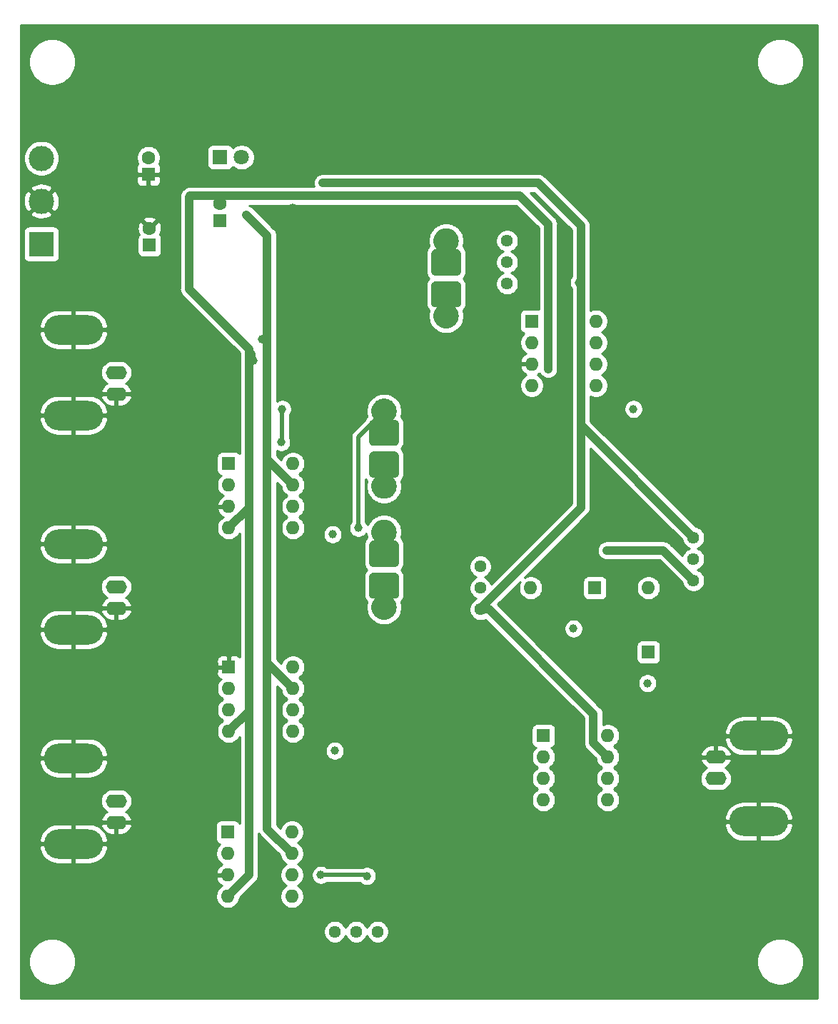
<source format=gbr>
%TF.GenerationSoftware,KiCad,Pcbnew,5.1.10-88a1d61d58~88~ubuntu20.04.1*%
%TF.CreationDate,2021-06-28T20:02:01+10:00*%
%TF.ProjectId,LaserPID,4c617365-7250-4494-942e-6b696361645f,rev?*%
%TF.SameCoordinates,Original*%
%TF.FileFunction,Copper,L2,Bot*%
%TF.FilePolarity,Positive*%
%FSLAX46Y46*%
G04 Gerber Fmt 4.6, Leading zero omitted, Abs format (unit mm)*
G04 Created by KiCad (PCBNEW 5.1.10-88a1d61d58~88~ubuntu20.04.1) date 2021-06-28 20:02:01*
%MOMM*%
%LPD*%
G01*
G04 APERTURE LIST*
%TA.AperFunction,ComponentPad*%
%ADD10R,1.600000X1.600000*%
%TD*%
%TA.AperFunction,ComponentPad*%
%ADD11C,1.600000*%
%TD*%
%TA.AperFunction,ComponentPad*%
%ADD12C,0.100000*%
%TD*%
%TA.AperFunction,ComponentPad*%
%ADD13O,1.600000X1.600000*%
%TD*%
%TA.AperFunction,ComponentPad*%
%ADD14R,1.800000X1.800000*%
%TD*%
%TA.AperFunction,ComponentPad*%
%ADD15C,1.800000*%
%TD*%
%TA.AperFunction,ComponentPad*%
%ADD16R,3.000000X3.000000*%
%TD*%
%TA.AperFunction,ComponentPad*%
%ADD17C,3.000000*%
%TD*%
%TA.AperFunction,ComponentPad*%
%ADD18O,7.000000X3.500000*%
%TD*%
%TA.AperFunction,ComponentPad*%
%ADD19O,2.500000X1.600000*%
%TD*%
%TA.AperFunction,ComponentPad*%
%ADD20C,1.440000*%
%TD*%
%TA.AperFunction,ComponentPad*%
%ADD21C,1.000000*%
%TD*%
%TA.AperFunction,ViaPad*%
%ADD22C,1.000000*%
%TD*%
%TA.AperFunction,ViaPad*%
%ADD23C,0.600000*%
%TD*%
%TA.AperFunction,Conductor*%
%ADD24C,1.000000*%
%TD*%
%TA.AperFunction,Conductor*%
%ADD25C,0.500000*%
%TD*%
%TA.AperFunction,Conductor*%
%ADD26C,0.254000*%
%TD*%
%TA.AperFunction,Conductor*%
%ADD27C,0.100000*%
%TD*%
G04 APERTURE END LIST*
D10*
%TO.P,C1,1*%
%TO.N,VCC*%
X763397000Y-45847000D03*
D11*
%TO.P,C1,2*%
%TO.N,GND*%
X763397000Y-43847000D03*
%TD*%
D10*
%TO.P,C2,1*%
%TO.N,GND*%
X763270000Y-37465000D03*
D11*
%TO.P,C2,2*%
%TO.N,VSS*%
X763270000Y-35465000D03*
%TD*%
%TO.P,C3,2*%
%TO.N,VSS*%
X771779000Y-40926000D03*
D10*
%TO.P,C3,1*%
%TO.N,VCC*%
X771779000Y-42926000D03*
%TD*%
%TA.AperFunction,ComponentPad*%
D12*
%TO.P,C6,2*%
%TO.N,Net-(C6-Pad2)*%
G36*
X792950393Y-69229545D02*
G01*
X792921940Y-69323342D01*
X792875735Y-69409785D01*
X792813553Y-69485553D01*
X792737785Y-69547735D01*
X792651342Y-69593940D01*
X792557545Y-69622393D01*
X792460000Y-69632000D01*
X789960000Y-69632000D01*
X789862455Y-69622393D01*
X789768658Y-69593940D01*
X789682215Y-69547735D01*
X789606447Y-69485553D01*
X789544265Y-69409785D01*
X789498060Y-69323342D01*
X789469607Y-69229545D01*
X789460000Y-69132000D01*
X789460000Y-67032000D01*
X789469607Y-66934455D01*
X789498060Y-66840658D01*
X789544265Y-66754215D01*
X789606447Y-66678447D01*
X789682215Y-66616265D01*
X789768658Y-66570060D01*
X789862455Y-66541607D01*
X789960000Y-66532000D01*
X790092551Y-66532000D01*
X790005189Y-66425549D01*
X789923407Y-66303154D01*
X789854016Y-66173333D01*
X789797684Y-66037335D01*
X789754953Y-65896470D01*
X789726235Y-65752096D01*
X789711807Y-65605602D01*
X789711807Y-65458398D01*
X789726235Y-65311904D01*
X789754953Y-65167530D01*
X789797684Y-65026665D01*
X789854016Y-64890667D01*
X789923407Y-64760846D01*
X790005189Y-64638451D01*
X790098573Y-64524662D01*
X790202662Y-64420573D01*
X790316451Y-64327189D01*
X790438846Y-64245407D01*
X790568667Y-64176016D01*
X790704665Y-64119684D01*
X790845530Y-64076953D01*
X790989904Y-64048235D01*
X791136398Y-64033807D01*
X791283602Y-64033807D01*
X791430096Y-64048235D01*
X791574470Y-64076953D01*
X791715335Y-64119684D01*
X791851333Y-64176016D01*
X791981154Y-64245407D01*
X792103549Y-64327189D01*
X792217338Y-64420573D01*
X792321427Y-64524662D01*
X792414811Y-64638451D01*
X792496593Y-64760846D01*
X792565984Y-64890667D01*
X792622316Y-65026665D01*
X792665047Y-65167530D01*
X792693765Y-65311904D01*
X792708193Y-65458398D01*
X792708193Y-65605602D01*
X792693765Y-65752096D01*
X792665047Y-65896470D01*
X792622316Y-66037335D01*
X792565984Y-66173333D01*
X792496593Y-66303154D01*
X792414811Y-66425549D01*
X792327449Y-66532000D01*
X792460000Y-66532000D01*
X792557545Y-66541607D01*
X792651342Y-66570060D01*
X792737785Y-66616265D01*
X792813553Y-66678447D01*
X792875735Y-66754215D01*
X792921940Y-66840658D01*
X792950393Y-66934455D01*
X792960000Y-67032000D01*
X792960000Y-69132000D01*
X792950393Y-69229545D01*
G37*
%TD.AperFunction*%
%TA.AperFunction,ComponentPad*%
%TO.P,C6,1*%
%TO.N,Net-(C6-Pad1)*%
G36*
X789469607Y-70724455D02*
G01*
X789498060Y-70630658D01*
X789544265Y-70544215D01*
X789606447Y-70468447D01*
X789682215Y-70406265D01*
X789768658Y-70360060D01*
X789862455Y-70331607D01*
X789960000Y-70322000D01*
X792460000Y-70322000D01*
X792557545Y-70331607D01*
X792651342Y-70360060D01*
X792737785Y-70406265D01*
X792813553Y-70468447D01*
X792875735Y-70544215D01*
X792921940Y-70630658D01*
X792950393Y-70724455D01*
X792960000Y-70822000D01*
X792960000Y-72922000D01*
X792950393Y-73019545D01*
X792921940Y-73113342D01*
X792875735Y-73199785D01*
X792813553Y-73275553D01*
X792737785Y-73337735D01*
X792651342Y-73383940D01*
X792557545Y-73412393D01*
X792460000Y-73422000D01*
X792327449Y-73422000D01*
X792414811Y-73528451D01*
X792496593Y-73650846D01*
X792565984Y-73780667D01*
X792622316Y-73916665D01*
X792665047Y-74057530D01*
X792693765Y-74201904D01*
X792708193Y-74348398D01*
X792708193Y-74495602D01*
X792693765Y-74642096D01*
X792665047Y-74786470D01*
X792622316Y-74927335D01*
X792565984Y-75063333D01*
X792496593Y-75193154D01*
X792414811Y-75315549D01*
X792321427Y-75429338D01*
X792217338Y-75533427D01*
X792103549Y-75626811D01*
X791981154Y-75708593D01*
X791851333Y-75777984D01*
X791715335Y-75834316D01*
X791574470Y-75877047D01*
X791430096Y-75905765D01*
X791283602Y-75920193D01*
X791136398Y-75920193D01*
X790989904Y-75905765D01*
X790845530Y-75877047D01*
X790704665Y-75834316D01*
X790568667Y-75777984D01*
X790438846Y-75708593D01*
X790316451Y-75626811D01*
X790202662Y-75533427D01*
X790098573Y-75429338D01*
X790005189Y-75315549D01*
X789923407Y-75193154D01*
X789854016Y-75063333D01*
X789797684Y-74927335D01*
X789754953Y-74786470D01*
X789726235Y-74642096D01*
X789711807Y-74495602D01*
X789711807Y-74348398D01*
X789726235Y-74201904D01*
X789754953Y-74057530D01*
X789797684Y-73916665D01*
X789854016Y-73780667D01*
X789923407Y-73650846D01*
X790005189Y-73528451D01*
X790092551Y-73422000D01*
X789960000Y-73422000D01*
X789862455Y-73412393D01*
X789768658Y-73383940D01*
X789682215Y-73337735D01*
X789606447Y-73275553D01*
X789544265Y-73199785D01*
X789498060Y-73113342D01*
X789469607Y-73019545D01*
X789460000Y-72922000D01*
X789460000Y-70822000D01*
X789469607Y-70724455D01*
G37*
%TD.AperFunction*%
%TD*%
%TA.AperFunction,ComponentPad*%
%TO.P,C13,1*%
%TO.N,Net-(C13-Pad1)*%
G36*
X796835607Y-50531455D02*
G01*
X796864060Y-50437658D01*
X796910265Y-50351215D01*
X796972447Y-50275447D01*
X797048215Y-50213265D01*
X797134658Y-50167060D01*
X797228455Y-50138607D01*
X797326000Y-50129000D01*
X799826000Y-50129000D01*
X799923545Y-50138607D01*
X800017342Y-50167060D01*
X800103785Y-50213265D01*
X800179553Y-50275447D01*
X800241735Y-50351215D01*
X800287940Y-50437658D01*
X800316393Y-50531455D01*
X800326000Y-50629000D01*
X800326000Y-52729000D01*
X800316393Y-52826545D01*
X800287940Y-52920342D01*
X800241735Y-53006785D01*
X800179553Y-53082553D01*
X800103785Y-53144735D01*
X800017342Y-53190940D01*
X799923545Y-53219393D01*
X799826000Y-53229000D01*
X799693449Y-53229000D01*
X799780811Y-53335451D01*
X799862593Y-53457846D01*
X799931984Y-53587667D01*
X799988316Y-53723665D01*
X800031047Y-53864530D01*
X800059765Y-54008904D01*
X800074193Y-54155398D01*
X800074193Y-54302602D01*
X800059765Y-54449096D01*
X800031047Y-54593470D01*
X799988316Y-54734335D01*
X799931984Y-54870333D01*
X799862593Y-55000154D01*
X799780811Y-55122549D01*
X799687427Y-55236338D01*
X799583338Y-55340427D01*
X799469549Y-55433811D01*
X799347154Y-55515593D01*
X799217333Y-55584984D01*
X799081335Y-55641316D01*
X798940470Y-55684047D01*
X798796096Y-55712765D01*
X798649602Y-55727193D01*
X798502398Y-55727193D01*
X798355904Y-55712765D01*
X798211530Y-55684047D01*
X798070665Y-55641316D01*
X797934667Y-55584984D01*
X797804846Y-55515593D01*
X797682451Y-55433811D01*
X797568662Y-55340427D01*
X797464573Y-55236338D01*
X797371189Y-55122549D01*
X797289407Y-55000154D01*
X797220016Y-54870333D01*
X797163684Y-54734335D01*
X797120953Y-54593470D01*
X797092235Y-54449096D01*
X797077807Y-54302602D01*
X797077807Y-54155398D01*
X797092235Y-54008904D01*
X797120953Y-53864530D01*
X797163684Y-53723665D01*
X797220016Y-53587667D01*
X797289407Y-53457846D01*
X797371189Y-53335451D01*
X797458551Y-53229000D01*
X797326000Y-53229000D01*
X797228455Y-53219393D01*
X797134658Y-53190940D01*
X797048215Y-53144735D01*
X796972447Y-53082553D01*
X796910265Y-53006785D01*
X796864060Y-52920342D01*
X796835607Y-52826545D01*
X796826000Y-52729000D01*
X796826000Y-50629000D01*
X796835607Y-50531455D01*
G37*
%TD.AperFunction*%
%TA.AperFunction,ComponentPad*%
%TO.P,C13,2*%
%TO.N,Net-(C13-Pad2)*%
G36*
X800316393Y-49036545D02*
G01*
X800287940Y-49130342D01*
X800241735Y-49216785D01*
X800179553Y-49292553D01*
X800103785Y-49354735D01*
X800017342Y-49400940D01*
X799923545Y-49429393D01*
X799826000Y-49439000D01*
X797326000Y-49439000D01*
X797228455Y-49429393D01*
X797134658Y-49400940D01*
X797048215Y-49354735D01*
X796972447Y-49292553D01*
X796910265Y-49216785D01*
X796864060Y-49130342D01*
X796835607Y-49036545D01*
X796826000Y-48939000D01*
X796826000Y-46839000D01*
X796835607Y-46741455D01*
X796864060Y-46647658D01*
X796910265Y-46561215D01*
X796972447Y-46485447D01*
X797048215Y-46423265D01*
X797134658Y-46377060D01*
X797228455Y-46348607D01*
X797326000Y-46339000D01*
X797458551Y-46339000D01*
X797371189Y-46232549D01*
X797289407Y-46110154D01*
X797220016Y-45980333D01*
X797163684Y-45844335D01*
X797120953Y-45703470D01*
X797092235Y-45559096D01*
X797077807Y-45412602D01*
X797077807Y-45265398D01*
X797092235Y-45118904D01*
X797120953Y-44974530D01*
X797163684Y-44833665D01*
X797220016Y-44697667D01*
X797289407Y-44567846D01*
X797371189Y-44445451D01*
X797464573Y-44331662D01*
X797568662Y-44227573D01*
X797682451Y-44134189D01*
X797804846Y-44052407D01*
X797934667Y-43983016D01*
X798070665Y-43926684D01*
X798211530Y-43883953D01*
X798355904Y-43855235D01*
X798502398Y-43840807D01*
X798649602Y-43840807D01*
X798796096Y-43855235D01*
X798940470Y-43883953D01*
X799081335Y-43926684D01*
X799217333Y-43983016D01*
X799347154Y-44052407D01*
X799469549Y-44134189D01*
X799583338Y-44227573D01*
X799687427Y-44331662D01*
X799780811Y-44445451D01*
X799862593Y-44567846D01*
X799931984Y-44697667D01*
X799988316Y-44833665D01*
X800031047Y-44974530D01*
X800059765Y-45118904D01*
X800074193Y-45265398D01*
X800074193Y-45412602D01*
X800059765Y-45559096D01*
X800031047Y-45703470D01*
X799988316Y-45844335D01*
X799931984Y-45980333D01*
X799862593Y-46110154D01*
X799780811Y-46232549D01*
X799693449Y-46339000D01*
X799826000Y-46339000D01*
X799923545Y-46348607D01*
X800017342Y-46377060D01*
X800103785Y-46423265D01*
X800179553Y-46485447D01*
X800241735Y-46561215D01*
X800287940Y-46647658D01*
X800316393Y-46741455D01*
X800326000Y-46839000D01*
X800326000Y-48939000D01*
X800316393Y-49036545D01*
G37*
%TD.AperFunction*%
%TD*%
D10*
%TO.P,D1,1*%
%TO.N,Net-(C18-Pad2)*%
X822579000Y-94107000D03*
D13*
%TO.P,D1,2*%
%TO.N,Net-(D1-Pad2)*%
X822579000Y-86487000D03*
%TD*%
%TO.P,D2,2*%
%TO.N,Net-(C19-Pad2)*%
X808609000Y-86487000D03*
D10*
%TO.P,D2,1*%
%TO.N,Net-(D1-Pad2)*%
X816229000Y-86487000D03*
%TD*%
D14*
%TO.P,D3,1*%
%TO.N,VSS*%
X771779000Y-35433000D03*
D15*
%TO.P,D3,2*%
%TO.N,Net-(D3-Pad2)*%
X774319000Y-35433000D03*
%TD*%
D16*
%TO.P,P1,1*%
%TO.N,VCC*%
X750570000Y-45720000D03*
D17*
%TO.P,P1,2*%
%TO.N,GND*%
X750570000Y-40640000D03*
%TO.P,P1,3*%
%TO.N,VSS*%
X750570000Y-35560000D03*
%TD*%
D18*
%TO.P,IN1,2*%
%TO.N,GND*%
X754380000Y-91440000D03*
X754380000Y-81280000D03*
D19*
%TO.P,IN1,1*%
%TO.N,Net-(P2-Pad1)*%
X759460000Y-86360000D03*
%TO.P,IN1,2*%
%TO.N,GND*%
X759460000Y-88900000D03*
%TD*%
%TO.P,IN2,2*%
%TO.N,GND*%
X759460000Y-114300000D03*
%TO.P,IN2,1*%
%TO.N,Net-(P3-Pad1)*%
X759460000Y-111760000D03*
D18*
%TO.P,IN2,2*%
%TO.N,GND*%
X754380000Y-106680000D03*
X754380000Y-116840000D03*
%TD*%
%TO.P,OUT,2*%
%TO.N,GND*%
X835660000Y-104013000D03*
X835660000Y-114173000D03*
D19*
%TO.P,OUT,1*%
%TO.N,Net-(P4-Pad1)*%
X830580000Y-109093000D03*
%TO.P,OUT,2*%
%TO.N,GND*%
X830580000Y-106553000D03*
%TD*%
%TO.P,RST,2*%
%TO.N,GND*%
X759460000Y-63500000D03*
%TO.P,RST,1*%
%TO.N,Net-(P5-Pad1)*%
X759460000Y-60960000D03*
D18*
%TO.P,RST,2*%
%TO.N,GND*%
X754380000Y-55880000D03*
X754380000Y-66040000D03*
%TD*%
%TA.AperFunction,ComponentPad*%
D12*
%TO.P,R6,1*%
%TO.N,Net-(C6-Pad2)*%
G36*
X792950393Y-83580545D02*
G01*
X792921940Y-83674342D01*
X792875735Y-83760785D01*
X792813553Y-83836553D01*
X792737785Y-83898735D01*
X792651342Y-83944940D01*
X792557545Y-83973393D01*
X792460000Y-83983000D01*
X789960000Y-83983000D01*
X789862455Y-83973393D01*
X789768658Y-83944940D01*
X789682215Y-83898735D01*
X789606447Y-83836553D01*
X789544265Y-83760785D01*
X789498060Y-83674342D01*
X789469607Y-83580545D01*
X789460000Y-83483000D01*
X789460000Y-81383000D01*
X789469607Y-81285455D01*
X789498060Y-81191658D01*
X789544265Y-81105215D01*
X789606447Y-81029447D01*
X789682215Y-80967265D01*
X789768658Y-80921060D01*
X789862455Y-80892607D01*
X789960000Y-80883000D01*
X790092551Y-80883000D01*
X790005189Y-80776549D01*
X789923407Y-80654154D01*
X789854016Y-80524333D01*
X789797684Y-80388335D01*
X789754953Y-80247470D01*
X789726235Y-80103096D01*
X789711807Y-79956602D01*
X789711807Y-79809398D01*
X789726235Y-79662904D01*
X789754953Y-79518530D01*
X789797684Y-79377665D01*
X789854016Y-79241667D01*
X789923407Y-79111846D01*
X790005189Y-78989451D01*
X790098573Y-78875662D01*
X790202662Y-78771573D01*
X790316451Y-78678189D01*
X790438846Y-78596407D01*
X790568667Y-78527016D01*
X790704665Y-78470684D01*
X790845530Y-78427953D01*
X790989904Y-78399235D01*
X791136398Y-78384807D01*
X791283602Y-78384807D01*
X791430096Y-78399235D01*
X791574470Y-78427953D01*
X791715335Y-78470684D01*
X791851333Y-78527016D01*
X791981154Y-78596407D01*
X792103549Y-78678189D01*
X792217338Y-78771573D01*
X792321427Y-78875662D01*
X792414811Y-78989451D01*
X792496593Y-79111846D01*
X792565984Y-79241667D01*
X792622316Y-79377665D01*
X792665047Y-79518530D01*
X792693765Y-79662904D01*
X792708193Y-79809398D01*
X792708193Y-79956602D01*
X792693765Y-80103096D01*
X792665047Y-80247470D01*
X792622316Y-80388335D01*
X792565984Y-80524333D01*
X792496593Y-80654154D01*
X792414811Y-80776549D01*
X792327449Y-80883000D01*
X792460000Y-80883000D01*
X792557545Y-80892607D01*
X792651342Y-80921060D01*
X792737785Y-80967265D01*
X792813553Y-81029447D01*
X792875735Y-81105215D01*
X792921940Y-81191658D01*
X792950393Y-81285455D01*
X792960000Y-81383000D01*
X792960000Y-83483000D01*
X792950393Y-83580545D01*
G37*
%TD.AperFunction*%
%TA.AperFunction,ComponentPad*%
%TO.P,R6,2*%
%TO.N,Net-(R6-Pad2)*%
G36*
X789469607Y-85075455D02*
G01*
X789498060Y-84981658D01*
X789544265Y-84895215D01*
X789606447Y-84819447D01*
X789682215Y-84757265D01*
X789768658Y-84711060D01*
X789862455Y-84682607D01*
X789960000Y-84673000D01*
X792460000Y-84673000D01*
X792557545Y-84682607D01*
X792651342Y-84711060D01*
X792737785Y-84757265D01*
X792813553Y-84819447D01*
X792875735Y-84895215D01*
X792921940Y-84981658D01*
X792950393Y-85075455D01*
X792960000Y-85173000D01*
X792960000Y-87273000D01*
X792950393Y-87370545D01*
X792921940Y-87464342D01*
X792875735Y-87550785D01*
X792813553Y-87626553D01*
X792737785Y-87688735D01*
X792651342Y-87734940D01*
X792557545Y-87763393D01*
X792460000Y-87773000D01*
X792327449Y-87773000D01*
X792414811Y-87879451D01*
X792496593Y-88001846D01*
X792565984Y-88131667D01*
X792622316Y-88267665D01*
X792665047Y-88408530D01*
X792693765Y-88552904D01*
X792708193Y-88699398D01*
X792708193Y-88846602D01*
X792693765Y-88993096D01*
X792665047Y-89137470D01*
X792622316Y-89278335D01*
X792565984Y-89414333D01*
X792496593Y-89544154D01*
X792414811Y-89666549D01*
X792321427Y-89780338D01*
X792217338Y-89884427D01*
X792103549Y-89977811D01*
X791981154Y-90059593D01*
X791851333Y-90128984D01*
X791715335Y-90185316D01*
X791574470Y-90228047D01*
X791430096Y-90256765D01*
X791283602Y-90271193D01*
X791136398Y-90271193D01*
X790989904Y-90256765D01*
X790845530Y-90228047D01*
X790704665Y-90185316D01*
X790568667Y-90128984D01*
X790438846Y-90059593D01*
X790316451Y-89977811D01*
X790202662Y-89884427D01*
X790098573Y-89780338D01*
X790005189Y-89666549D01*
X789923407Y-89544154D01*
X789854016Y-89414333D01*
X789797684Y-89278335D01*
X789754953Y-89137470D01*
X789726235Y-88993096D01*
X789711807Y-88846602D01*
X789711807Y-88699398D01*
X789726235Y-88552904D01*
X789754953Y-88408530D01*
X789797684Y-88267665D01*
X789854016Y-88131667D01*
X789923407Y-88001846D01*
X790005189Y-87879451D01*
X790092551Y-87773000D01*
X789960000Y-87773000D01*
X789862455Y-87763393D01*
X789768658Y-87734940D01*
X789682215Y-87688735D01*
X789606447Y-87626553D01*
X789544265Y-87550785D01*
X789498060Y-87464342D01*
X789469607Y-87370545D01*
X789460000Y-87273000D01*
X789460000Y-85173000D01*
X789469607Y-85075455D01*
G37*
%TD.AperFunction*%
%TD*%
D20*
%TO.P,RVGAIN1,1*%
%TO.N,Net-(C13-Pad2)*%
X805815000Y-45339000D03*
%TO.P,RVGAIN1,2*%
%TO.N,Net-(C13-Pad1)*%
X805815000Y-47879000D03*
%TO.P,RVGAIN1,3*%
%TO.N,N/C*%
X805815000Y-50419000D03*
%TD*%
%TO.P,RVLIM1,1*%
%TO.N,VSS*%
X827913000Y-85598000D03*
%TO.P,RVLIM1,2*%
%TO.N,Net-(C18-Pad2)*%
X827913000Y-83058000D03*
%TO.P,RVLIM1,3*%
%TO.N,VCC*%
X827913000Y-80518000D03*
%TD*%
%TO.P,RVLIM2,3*%
%TO.N,VCC*%
X802640000Y-89027000D03*
%TO.P,RVLIM2,2*%
%TO.N,Net-(C19-Pad2)*%
X802640000Y-86487000D03*
%TO.P,RVLIM2,1*%
%TO.N,VSS*%
X802640000Y-83947000D03*
%TD*%
%TO.P,RVPROP1,3*%
%TO.N,Net-(R2-Pad2)*%
X790448000Y-127254000D03*
%TO.P,RVPROP1,2*%
%TO.N,Net-(RVPROP1-Pad2)*%
X787908000Y-127254000D03*
%TO.P,RVPROP1,1*%
%TO.N,Net-(R6-Pad2)*%
X785368000Y-127254000D03*
%TD*%
D13*
%TO.P,U1,8*%
%TO.N,N/C*%
X780415000Y-95885000D03*
%TO.P,U1,4*%
%TO.N,VSS*%
X772795000Y-103505000D03*
%TO.P,U1,7*%
%TO.N,VCC*%
X780415000Y-98425000D03*
%TO.P,U1,3*%
%TO.N,Net-(P3-Pad1)*%
X772795000Y-100965000D03*
%TO.P,U1,6*%
%TO.N,Net-(R6-Pad2)*%
X780415000Y-100965000D03*
%TO.P,U1,2*%
%TO.N,Net-(P2-Pad1)*%
X772795000Y-98425000D03*
%TO.P,U1,5*%
%TO.N,Net-(R6-Pad2)*%
X780415000Y-103505000D03*
D10*
%TO.P,U1,1*%
%TO.N,GND*%
X772795000Y-95885000D03*
%TD*%
%TO.P,U2,1*%
%TO.N,Net-(U2-Pad1)*%
X772795000Y-71755000D03*
D13*
%TO.P,U2,5*%
%TO.N,Net-(U2-Pad5)*%
X780415000Y-79375000D03*
%TO.P,U2,2*%
%TO.N,Net-(C6-Pad2)*%
X772795000Y-74295000D03*
%TO.P,U2,6*%
%TO.N,Net-(C6-Pad1)*%
X780415000Y-76835000D03*
%TO.P,U2,3*%
%TO.N,GND*%
X772795000Y-76835000D03*
%TO.P,U2,7*%
%TO.N,VCC*%
X780415000Y-74295000D03*
%TO.P,U2,4*%
%TO.N,VSS*%
X772795000Y-79375000D03*
%TO.P,U2,8*%
%TO.N,N/C*%
X780415000Y-71755000D03*
%TD*%
%TO.P,U3,8*%
%TO.N,N/C*%
X780288000Y-115443000D03*
%TO.P,U3,4*%
%TO.N,VSS*%
X772668000Y-123063000D03*
%TO.P,U3,7*%
%TO.N,VCC*%
X780288000Y-117983000D03*
%TO.P,U3,3*%
%TO.N,GND*%
X772668000Y-120523000D03*
%TO.P,U3,6*%
%TO.N,Net-(R2-Pad2)*%
X780288000Y-120523000D03*
%TO.P,U3,2*%
%TO.N,Net-(RVPROP1-Pad2)*%
X772668000Y-117983000D03*
%TO.P,U3,5*%
%TO.N,Net-(U3-Pad5)*%
X780288000Y-123063000D03*
D10*
%TO.P,U3,1*%
%TO.N,Net-(U3-Pad1)*%
X772668000Y-115443000D03*
%TD*%
%TO.P,U4,1*%
%TO.N,Net-(U4-Pad1)*%
X808736000Y-54864000D03*
D13*
%TO.P,U4,5*%
%TO.N,Net-(U4-Pad5)*%
X816356000Y-62484000D03*
%TO.P,U4,2*%
%TO.N,Net-(C13-Pad1)*%
X808736000Y-57404000D03*
%TO.P,U4,6*%
%TO.N,Net-(C13-Pad2)*%
X816356000Y-59944000D03*
%TO.P,U4,3*%
%TO.N,GND*%
X808736000Y-59944000D03*
%TO.P,U4,7*%
%TO.N,VCC*%
X816356000Y-57404000D03*
%TO.P,U4,4*%
%TO.N,VSS*%
X808736000Y-62484000D03*
%TO.P,U4,8*%
%TO.N,N/C*%
X816356000Y-54864000D03*
%TD*%
D10*
%TO.P,U6,1*%
%TO.N,Net-(U6-Pad1)*%
X810133000Y-104013000D03*
D13*
%TO.P,U6,5*%
%TO.N,Net-(U6-Pad5)*%
X817753000Y-111633000D03*
%TO.P,U6,2*%
%TO.N,Net-(P4-Pad1)*%
X810133000Y-106553000D03*
%TO.P,U6,6*%
X817753000Y-109093000D03*
%TO.P,U6,3*%
%TO.N,Net-(D1-Pad2)*%
X810133000Y-109093000D03*
%TO.P,U6,7*%
%TO.N,VCC*%
X817753000Y-106553000D03*
%TO.P,U6,4*%
%TO.N,VSS*%
X810133000Y-111633000D03*
%TO.P,U6,8*%
%TO.N,N/C*%
X817753000Y-104013000D03*
%TD*%
D21*
%TO.P,ERROR,1*%
%TO.N,Net-(R6-Pad2)*%
X785368000Y-105791000D03*
%TD*%
%TO.P,INTEGRAL,1*%
%TO.N,Net-(C6-Pad1)*%
X785114000Y-80137000D03*
%TD*%
%TO.P,PROP,1*%
%TO.N,Net-(R2-Pad2)*%
X789178000Y-120650000D03*
%TD*%
%TO.P,SUM,1*%
%TO.N,Net-(C13-Pad2)*%
X820801000Y-65278000D03*
%TD*%
%TO.P,ULIMIT,1*%
%TO.N,Net-(C18-Pad2)*%
X822452000Y-97790000D03*
%TD*%
%TO.P,LLIMIT,1*%
%TO.N,Net-(C19-Pad2)*%
X813689000Y-91313000D03*
%TD*%
D22*
%TO.N,VCC*%
X774903500Y-42240500D03*
X777367000Y-48514000D03*
X776767641Y-56980254D03*
X783971000Y-38481000D03*
X814324000Y-50292000D03*
X814578000Y-55626000D03*
D23*
%TO.N,GND*%
X785114000Y-92583000D03*
X778510000Y-129032000D03*
D22*
X780415000Y-41402000D03*
X784479000Y-44196000D03*
X785241000Y-68072000D03*
X816356000Y-45974000D03*
X764667000Y-55626000D03*
X781558000Y-57785000D03*
X770255000Y-111506000D03*
X770382000Y-87884000D03*
X780669000Y-106934000D03*
X803148000Y-67437000D03*
X808609000Y-96774000D03*
X831215000Y-94107000D03*
X810133000Y-121920000D03*
X822071000Y-101219000D03*
%TO.N,VSS*%
X768096000Y-40132000D03*
X810690001Y-60529999D03*
X817626000Y-82042000D03*
X775745871Y-59508307D03*
%TO.N,Net-(C6-Pad2)*%
X779145000Y-65278000D03*
X779018000Y-69215000D03*
X788162000Y-79375000D03*
%TO.N,Net-(R2-Pad2)*%
X783717000Y-120523000D03*
%TD*%
D24*
%TO.N,VCC*%
X777367000Y-44704000D02*
X774903500Y-42240500D01*
X780415000Y-98425000D02*
X777367000Y-95377000D01*
X777367000Y-48514000D02*
X777367000Y-44704000D01*
X777367000Y-53721000D02*
X777367000Y-48514000D01*
X777367000Y-115062000D02*
X777367000Y-95377000D01*
X780288000Y-117983000D02*
X777367000Y-115062000D01*
X777367000Y-95377000D02*
X777367000Y-78486000D01*
X777367000Y-71247000D02*
X777367000Y-70866000D01*
X780415000Y-74295000D02*
X777367000Y-71247000D01*
X777367000Y-70866000D02*
X777367000Y-53721000D01*
X777367000Y-78486000D02*
X777367000Y-70866000D01*
X783971000Y-38481000D02*
X809498000Y-38481000D01*
X809498000Y-38481000D02*
X814578000Y-43561000D01*
X814578000Y-56896000D02*
X814578000Y-61976000D01*
X802640000Y-88884602D02*
X802640000Y-89027000D01*
X814578000Y-76946602D02*
X802640000Y-88884602D01*
X814578000Y-74549000D02*
X814578000Y-76946602D01*
X816052999Y-104852999D02*
X817753000Y-106553000D01*
X816052999Y-101421766D02*
X816052999Y-104852999D01*
X803658233Y-89027000D02*
X816052999Y-101421766D01*
X802640000Y-89027000D02*
X803658233Y-89027000D01*
X814578000Y-55626000D02*
X814578000Y-56896000D01*
X814578000Y-43561000D02*
X814578000Y-55626000D01*
X814578000Y-67183000D02*
X814578000Y-67056000D01*
X827913000Y-80518000D02*
X814578000Y-67183000D01*
X814578000Y-67056000D02*
X814578000Y-74549000D01*
X814578000Y-61976000D02*
X814578000Y-67056000D01*
%TO.N,VSS*%
X768096000Y-51054000D02*
X775208000Y-58166000D01*
X768096000Y-40132000D02*
X768096000Y-51054000D01*
X775208000Y-101092000D02*
X772795000Y-103505000D01*
X775208000Y-120523000D02*
X772668000Y-123063000D01*
X775208000Y-101092000D02*
X775208000Y-120523000D01*
X775208000Y-81788000D02*
X775208000Y-101092000D01*
X772795000Y-79375000D02*
X775208000Y-76962000D01*
X775208000Y-76581000D02*
X775208000Y-81788000D01*
X775208000Y-76962000D02*
X775208000Y-76581000D01*
X775208000Y-58166000D02*
X775208000Y-76581000D01*
X768226001Y-40001999D02*
X807335999Y-40001999D01*
X768096000Y-40132000D02*
X768226001Y-40001999D01*
X807335999Y-40001999D02*
X810690001Y-43356001D01*
X810690001Y-43356001D02*
X810690001Y-60529999D01*
X824357000Y-82042000D02*
X827913000Y-85598000D01*
X817626000Y-82042000D02*
X824357000Y-82042000D01*
D25*
X775745871Y-58703871D02*
X775208000Y-58166000D01*
X775745871Y-59508307D02*
X775745871Y-58703871D01*
%TO.N,Net-(C6-Pad2)*%
X779145000Y-69088000D02*
X779018000Y-69215000D01*
X779145000Y-65278000D02*
X779145000Y-69088000D01*
X788162000Y-68580000D02*
X791210000Y-65532000D01*
X788162000Y-79375000D02*
X788162000Y-68580000D01*
%TO.N,Net-(R2-Pad2)*%
X789051000Y-120523000D02*
X789178000Y-120650000D01*
X783717000Y-120523000D02*
X789051000Y-120523000D01*
%TD*%
D26*
%TO.N,GND*%
X842570000Y-135180000D02*
X748157000Y-135180000D01*
X748157000Y-130535701D01*
X749055000Y-130535701D01*
X749055000Y-131084299D01*
X749162026Y-131622354D01*
X749371965Y-132129192D01*
X749676750Y-132585334D01*
X750064666Y-132973250D01*
X750520808Y-133278035D01*
X751027646Y-133487974D01*
X751565701Y-133595000D01*
X752114299Y-133595000D01*
X752652354Y-133487974D01*
X753159192Y-133278035D01*
X753615334Y-132973250D01*
X754003250Y-132585334D01*
X754308035Y-132129192D01*
X754517974Y-131622354D01*
X754625000Y-131084299D01*
X754625000Y-130535701D01*
X835415000Y-130535701D01*
X835415000Y-131084299D01*
X835522026Y-131622354D01*
X835731965Y-132129192D01*
X836036750Y-132585334D01*
X836424666Y-132973250D01*
X836880808Y-133278035D01*
X837387646Y-133487974D01*
X837925701Y-133595000D01*
X838474299Y-133595000D01*
X839012354Y-133487974D01*
X839519192Y-133278035D01*
X839975334Y-132973250D01*
X840363250Y-132585334D01*
X840668035Y-132129192D01*
X840877974Y-131622354D01*
X840985000Y-131084299D01*
X840985000Y-130535701D01*
X840877974Y-129997646D01*
X840668035Y-129490808D01*
X840363250Y-129034666D01*
X839975334Y-128646750D01*
X839519192Y-128341965D01*
X839012354Y-128132026D01*
X838474299Y-128025000D01*
X837925701Y-128025000D01*
X837387646Y-128132026D01*
X836880808Y-128341965D01*
X836424666Y-128646750D01*
X836036750Y-129034666D01*
X835731965Y-129490808D01*
X835522026Y-129997646D01*
X835415000Y-130535701D01*
X754625000Y-130535701D01*
X754517974Y-129997646D01*
X754308035Y-129490808D01*
X754003250Y-129034666D01*
X753615334Y-128646750D01*
X753159192Y-128341965D01*
X752652354Y-128132026D01*
X752114299Y-128025000D01*
X751565701Y-128025000D01*
X751027646Y-128132026D01*
X750520808Y-128341965D01*
X750064666Y-128646750D01*
X749676750Y-129034666D01*
X749371965Y-129490808D01*
X749162026Y-129997646D01*
X749055000Y-130535701D01*
X748157000Y-130535701D01*
X748157000Y-127120544D01*
X784013000Y-127120544D01*
X784013000Y-127387456D01*
X784065072Y-127649239D01*
X784167215Y-127895833D01*
X784315503Y-128117762D01*
X784504238Y-128306497D01*
X784726167Y-128454785D01*
X784972761Y-128556928D01*
X785234544Y-128609000D01*
X785501456Y-128609000D01*
X785763239Y-128556928D01*
X786009833Y-128454785D01*
X786231762Y-128306497D01*
X786420497Y-128117762D01*
X786568785Y-127895833D01*
X786638000Y-127728734D01*
X786707215Y-127895833D01*
X786855503Y-128117762D01*
X787044238Y-128306497D01*
X787266167Y-128454785D01*
X787512761Y-128556928D01*
X787774544Y-128609000D01*
X788041456Y-128609000D01*
X788303239Y-128556928D01*
X788549833Y-128454785D01*
X788771762Y-128306497D01*
X788960497Y-128117762D01*
X789108785Y-127895833D01*
X789178000Y-127728734D01*
X789247215Y-127895833D01*
X789395503Y-128117762D01*
X789584238Y-128306497D01*
X789806167Y-128454785D01*
X790052761Y-128556928D01*
X790314544Y-128609000D01*
X790581456Y-128609000D01*
X790843239Y-128556928D01*
X791089833Y-128454785D01*
X791311762Y-128306497D01*
X791500497Y-128117762D01*
X791648785Y-127895833D01*
X791750928Y-127649239D01*
X791803000Y-127387456D01*
X791803000Y-127120544D01*
X791750928Y-126858761D01*
X791648785Y-126612167D01*
X791500497Y-126390238D01*
X791311762Y-126201503D01*
X791089833Y-126053215D01*
X790843239Y-125951072D01*
X790581456Y-125899000D01*
X790314544Y-125899000D01*
X790052761Y-125951072D01*
X789806167Y-126053215D01*
X789584238Y-126201503D01*
X789395503Y-126390238D01*
X789247215Y-126612167D01*
X789178000Y-126779266D01*
X789108785Y-126612167D01*
X788960497Y-126390238D01*
X788771762Y-126201503D01*
X788549833Y-126053215D01*
X788303239Y-125951072D01*
X788041456Y-125899000D01*
X787774544Y-125899000D01*
X787512761Y-125951072D01*
X787266167Y-126053215D01*
X787044238Y-126201503D01*
X786855503Y-126390238D01*
X786707215Y-126612167D01*
X786638000Y-126779266D01*
X786568785Y-126612167D01*
X786420497Y-126390238D01*
X786231762Y-126201503D01*
X786009833Y-126053215D01*
X785763239Y-125951072D01*
X785501456Y-125899000D01*
X785234544Y-125899000D01*
X784972761Y-125951072D01*
X784726167Y-126053215D01*
X784504238Y-126201503D01*
X784315503Y-126390238D01*
X784167215Y-126612167D01*
X784065072Y-126858761D01*
X784013000Y-127120544D01*
X748157000Y-127120544D01*
X748157000Y-117338003D01*
X750297573Y-117338003D01*
X750377947Y-117635368D01*
X750576388Y-118059439D01*
X750853748Y-118436648D01*
X751199369Y-118752498D01*
X751599968Y-118994852D01*
X752040150Y-119154396D01*
X752503000Y-119225000D01*
X754253000Y-119225000D01*
X754253000Y-116967000D01*
X754507000Y-116967000D01*
X754507000Y-119225000D01*
X756257000Y-119225000D01*
X756719850Y-119154396D01*
X757160032Y-118994852D01*
X757560631Y-118752498D01*
X757906252Y-118436648D01*
X758183612Y-118059439D01*
X758382053Y-117635368D01*
X758462427Y-117338003D01*
X758352625Y-116967000D01*
X754507000Y-116967000D01*
X754253000Y-116967000D01*
X750407375Y-116967000D01*
X750297573Y-117338003D01*
X748157000Y-117338003D01*
X748157000Y-116341997D01*
X750297573Y-116341997D01*
X750407375Y-116713000D01*
X754253000Y-116713000D01*
X754253000Y-114455000D01*
X754507000Y-114455000D01*
X754507000Y-116713000D01*
X758352625Y-116713000D01*
X758462427Y-116341997D01*
X758382053Y-116044632D01*
X758183612Y-115620561D01*
X757906252Y-115243352D01*
X757560631Y-114927502D01*
X757160032Y-114685148D01*
X757060408Y-114649039D01*
X757618096Y-114649039D01*
X757635633Y-114731818D01*
X757746285Y-114991646D01*
X757905500Y-115224895D01*
X758107161Y-115422601D01*
X758343517Y-115577166D01*
X758605486Y-115682650D01*
X758883000Y-115735000D01*
X759333000Y-115735000D01*
X759333000Y-114427000D01*
X759587000Y-114427000D01*
X759587000Y-115735000D01*
X760037000Y-115735000D01*
X760314514Y-115682650D01*
X760576483Y-115577166D01*
X760812839Y-115422601D01*
X761014500Y-115224895D01*
X761173715Y-114991646D01*
X761284367Y-114731818D01*
X761301904Y-114649039D01*
X761179915Y-114427000D01*
X759587000Y-114427000D01*
X759333000Y-114427000D01*
X757740085Y-114427000D01*
X757618096Y-114649039D01*
X757060408Y-114649039D01*
X756719850Y-114525604D01*
X756257000Y-114455000D01*
X754507000Y-114455000D01*
X754253000Y-114455000D01*
X752503000Y-114455000D01*
X752040150Y-114525604D01*
X751599968Y-114685148D01*
X751199369Y-114927502D01*
X750853748Y-115243352D01*
X750576388Y-115620561D01*
X750377947Y-116044632D01*
X750297573Y-116341997D01*
X748157000Y-116341997D01*
X748157000Y-111760000D01*
X757568057Y-111760000D01*
X757595764Y-112041309D01*
X757677818Y-112311808D01*
X757811068Y-112561101D01*
X757990392Y-112779608D01*
X758208899Y-112958932D01*
X758336741Y-113027265D01*
X758107161Y-113177399D01*
X757905500Y-113375105D01*
X757746285Y-113608354D01*
X757635633Y-113868182D01*
X757618096Y-113950961D01*
X757740085Y-114173000D01*
X759333000Y-114173000D01*
X759333000Y-114153000D01*
X759587000Y-114153000D01*
X759587000Y-114173000D01*
X761179915Y-114173000D01*
X761301904Y-113950961D01*
X761284367Y-113868182D01*
X761173715Y-113608354D01*
X761014500Y-113375105D01*
X760812839Y-113177399D01*
X760583259Y-113027265D01*
X760711101Y-112958932D01*
X760929608Y-112779608D01*
X761108932Y-112561101D01*
X761242182Y-112311808D01*
X761324236Y-112041309D01*
X761351943Y-111760000D01*
X761324236Y-111478691D01*
X761242182Y-111208192D01*
X761108932Y-110958899D01*
X760929608Y-110740392D01*
X760711101Y-110561068D01*
X760461808Y-110427818D01*
X760191309Y-110345764D01*
X759980492Y-110325000D01*
X758939508Y-110325000D01*
X758728691Y-110345764D01*
X758458192Y-110427818D01*
X758208899Y-110561068D01*
X757990392Y-110740392D01*
X757811068Y-110958899D01*
X757677818Y-111208192D01*
X757595764Y-111478691D01*
X757568057Y-111760000D01*
X748157000Y-111760000D01*
X748157000Y-107178003D01*
X750297573Y-107178003D01*
X750377947Y-107475368D01*
X750576388Y-107899439D01*
X750853748Y-108276648D01*
X751199369Y-108592498D01*
X751599968Y-108834852D01*
X752040150Y-108994396D01*
X752503000Y-109065000D01*
X754253000Y-109065000D01*
X754253000Y-106807000D01*
X754507000Y-106807000D01*
X754507000Y-109065000D01*
X756257000Y-109065000D01*
X756719850Y-108994396D01*
X757160032Y-108834852D01*
X757560631Y-108592498D01*
X757906252Y-108276648D01*
X758183612Y-107899439D01*
X758382053Y-107475368D01*
X758462427Y-107178003D01*
X758352625Y-106807000D01*
X754507000Y-106807000D01*
X754253000Y-106807000D01*
X750407375Y-106807000D01*
X750297573Y-107178003D01*
X748157000Y-107178003D01*
X748157000Y-106181997D01*
X750297573Y-106181997D01*
X750407375Y-106553000D01*
X754253000Y-106553000D01*
X754253000Y-104295000D01*
X754507000Y-104295000D01*
X754507000Y-106553000D01*
X758352625Y-106553000D01*
X758462427Y-106181997D01*
X758382053Y-105884632D01*
X758183612Y-105460561D01*
X757906252Y-105083352D01*
X757560631Y-104767502D01*
X757160032Y-104525148D01*
X756719850Y-104365604D01*
X756257000Y-104295000D01*
X754507000Y-104295000D01*
X754253000Y-104295000D01*
X752503000Y-104295000D01*
X752040150Y-104365604D01*
X751599968Y-104525148D01*
X751199369Y-104767502D01*
X750853748Y-105083352D01*
X750576388Y-105460561D01*
X750377947Y-105884632D01*
X750297573Y-106181997D01*
X748157000Y-106181997D01*
X748157000Y-95085000D01*
X771356928Y-95085000D01*
X771360000Y-95599250D01*
X771518750Y-95758000D01*
X772668000Y-95758000D01*
X772668000Y-94608750D01*
X772509250Y-94450000D01*
X771995000Y-94446928D01*
X771870518Y-94459188D01*
X771750820Y-94495498D01*
X771640506Y-94554463D01*
X771543815Y-94633815D01*
X771464463Y-94730506D01*
X771405498Y-94840820D01*
X771369188Y-94960518D01*
X771356928Y-95085000D01*
X748157000Y-95085000D01*
X748157000Y-91938003D01*
X750297573Y-91938003D01*
X750377947Y-92235368D01*
X750576388Y-92659439D01*
X750853748Y-93036648D01*
X751199369Y-93352498D01*
X751599968Y-93594852D01*
X752040150Y-93754396D01*
X752503000Y-93825000D01*
X754253000Y-93825000D01*
X754253000Y-91567000D01*
X754507000Y-91567000D01*
X754507000Y-93825000D01*
X756257000Y-93825000D01*
X756719850Y-93754396D01*
X757160032Y-93594852D01*
X757560631Y-93352498D01*
X757906252Y-93036648D01*
X758183612Y-92659439D01*
X758382053Y-92235368D01*
X758462427Y-91938003D01*
X758352625Y-91567000D01*
X754507000Y-91567000D01*
X754253000Y-91567000D01*
X750407375Y-91567000D01*
X750297573Y-91938003D01*
X748157000Y-91938003D01*
X748157000Y-90941997D01*
X750297573Y-90941997D01*
X750407375Y-91313000D01*
X754253000Y-91313000D01*
X754253000Y-89055000D01*
X754507000Y-89055000D01*
X754507000Y-91313000D01*
X758352625Y-91313000D01*
X758462427Y-90941997D01*
X758382053Y-90644632D01*
X758183612Y-90220561D01*
X757906252Y-89843352D01*
X757560631Y-89527502D01*
X757160032Y-89285148D01*
X757060408Y-89249039D01*
X757618096Y-89249039D01*
X757635633Y-89331818D01*
X757746285Y-89591646D01*
X757905500Y-89824895D01*
X758107161Y-90022601D01*
X758343517Y-90177166D01*
X758605486Y-90282650D01*
X758883000Y-90335000D01*
X759333000Y-90335000D01*
X759333000Y-89027000D01*
X759587000Y-89027000D01*
X759587000Y-90335000D01*
X760037000Y-90335000D01*
X760314514Y-90282650D01*
X760576483Y-90177166D01*
X760812839Y-90022601D01*
X761014500Y-89824895D01*
X761173715Y-89591646D01*
X761284367Y-89331818D01*
X761301904Y-89249039D01*
X761179915Y-89027000D01*
X759587000Y-89027000D01*
X759333000Y-89027000D01*
X757740085Y-89027000D01*
X757618096Y-89249039D01*
X757060408Y-89249039D01*
X756719850Y-89125604D01*
X756257000Y-89055000D01*
X754507000Y-89055000D01*
X754253000Y-89055000D01*
X752503000Y-89055000D01*
X752040150Y-89125604D01*
X751599968Y-89285148D01*
X751199369Y-89527502D01*
X750853748Y-89843352D01*
X750576388Y-90220561D01*
X750377947Y-90644632D01*
X750297573Y-90941997D01*
X748157000Y-90941997D01*
X748157000Y-86360000D01*
X757568057Y-86360000D01*
X757595764Y-86641309D01*
X757677818Y-86911808D01*
X757811068Y-87161101D01*
X757990392Y-87379608D01*
X758208899Y-87558932D01*
X758336741Y-87627265D01*
X758107161Y-87777399D01*
X757905500Y-87975105D01*
X757746285Y-88208354D01*
X757635633Y-88468182D01*
X757618096Y-88550961D01*
X757740085Y-88773000D01*
X759333000Y-88773000D01*
X759333000Y-88753000D01*
X759587000Y-88753000D01*
X759587000Y-88773000D01*
X761179915Y-88773000D01*
X761301904Y-88550961D01*
X761284367Y-88468182D01*
X761173715Y-88208354D01*
X761014500Y-87975105D01*
X760812839Y-87777399D01*
X760583259Y-87627265D01*
X760711101Y-87558932D01*
X760929608Y-87379608D01*
X761108932Y-87161101D01*
X761242182Y-86911808D01*
X761324236Y-86641309D01*
X761351943Y-86360000D01*
X761324236Y-86078691D01*
X761242182Y-85808192D01*
X761108932Y-85558899D01*
X760929608Y-85340392D01*
X760711101Y-85161068D01*
X760461808Y-85027818D01*
X760191309Y-84945764D01*
X759980492Y-84925000D01*
X758939508Y-84925000D01*
X758728691Y-84945764D01*
X758458192Y-85027818D01*
X758208899Y-85161068D01*
X757990392Y-85340392D01*
X757811068Y-85558899D01*
X757677818Y-85808192D01*
X757595764Y-86078691D01*
X757568057Y-86360000D01*
X748157000Y-86360000D01*
X748157000Y-81778003D01*
X750297573Y-81778003D01*
X750377947Y-82075368D01*
X750576388Y-82499439D01*
X750853748Y-82876648D01*
X751199369Y-83192498D01*
X751599968Y-83434852D01*
X752040150Y-83594396D01*
X752503000Y-83665000D01*
X754253000Y-83665000D01*
X754253000Y-81407000D01*
X754507000Y-81407000D01*
X754507000Y-83665000D01*
X756257000Y-83665000D01*
X756719850Y-83594396D01*
X757160032Y-83434852D01*
X757560631Y-83192498D01*
X757906252Y-82876648D01*
X758183612Y-82499439D01*
X758382053Y-82075368D01*
X758462427Y-81778003D01*
X758352625Y-81407000D01*
X754507000Y-81407000D01*
X754253000Y-81407000D01*
X750407375Y-81407000D01*
X750297573Y-81778003D01*
X748157000Y-81778003D01*
X748157000Y-80781997D01*
X750297573Y-80781997D01*
X750407375Y-81153000D01*
X754253000Y-81153000D01*
X754253000Y-78895000D01*
X754507000Y-78895000D01*
X754507000Y-81153000D01*
X758352625Y-81153000D01*
X758462427Y-80781997D01*
X758382053Y-80484632D01*
X758183612Y-80060561D01*
X757906252Y-79683352D01*
X757560631Y-79367502D01*
X757160032Y-79125148D01*
X756719850Y-78965604D01*
X756257000Y-78895000D01*
X754507000Y-78895000D01*
X754253000Y-78895000D01*
X752503000Y-78895000D01*
X752040150Y-78965604D01*
X751599968Y-79125148D01*
X751199369Y-79367502D01*
X750853748Y-79683352D01*
X750576388Y-80060561D01*
X750377947Y-80484632D01*
X750297573Y-80781997D01*
X748157000Y-80781997D01*
X748157000Y-66538003D01*
X750297573Y-66538003D01*
X750377947Y-66835368D01*
X750576388Y-67259439D01*
X750853748Y-67636648D01*
X751199369Y-67952498D01*
X751599968Y-68194852D01*
X752040150Y-68354396D01*
X752503000Y-68425000D01*
X754253000Y-68425000D01*
X754253000Y-66167000D01*
X754507000Y-66167000D01*
X754507000Y-68425000D01*
X756257000Y-68425000D01*
X756719850Y-68354396D01*
X757160032Y-68194852D01*
X757560631Y-67952498D01*
X757906252Y-67636648D01*
X758183612Y-67259439D01*
X758382053Y-66835368D01*
X758462427Y-66538003D01*
X758352625Y-66167000D01*
X754507000Y-66167000D01*
X754253000Y-66167000D01*
X750407375Y-66167000D01*
X750297573Y-66538003D01*
X748157000Y-66538003D01*
X748157000Y-65541997D01*
X750297573Y-65541997D01*
X750407375Y-65913000D01*
X754253000Y-65913000D01*
X754253000Y-63655000D01*
X754507000Y-63655000D01*
X754507000Y-65913000D01*
X758352625Y-65913000D01*
X758462427Y-65541997D01*
X758382053Y-65244632D01*
X758183612Y-64820561D01*
X757906252Y-64443352D01*
X757560631Y-64127502D01*
X757160032Y-63885148D01*
X757060408Y-63849039D01*
X757618096Y-63849039D01*
X757635633Y-63931818D01*
X757746285Y-64191646D01*
X757905500Y-64424895D01*
X758107161Y-64622601D01*
X758343517Y-64777166D01*
X758605486Y-64882650D01*
X758883000Y-64935000D01*
X759333000Y-64935000D01*
X759333000Y-63627000D01*
X759587000Y-63627000D01*
X759587000Y-64935000D01*
X760037000Y-64935000D01*
X760314514Y-64882650D01*
X760576483Y-64777166D01*
X760812839Y-64622601D01*
X761014500Y-64424895D01*
X761173715Y-64191646D01*
X761284367Y-63931818D01*
X761301904Y-63849039D01*
X761179915Y-63627000D01*
X759587000Y-63627000D01*
X759333000Y-63627000D01*
X757740085Y-63627000D01*
X757618096Y-63849039D01*
X757060408Y-63849039D01*
X756719850Y-63725604D01*
X756257000Y-63655000D01*
X754507000Y-63655000D01*
X754253000Y-63655000D01*
X752503000Y-63655000D01*
X752040150Y-63725604D01*
X751599968Y-63885148D01*
X751199369Y-64127502D01*
X750853748Y-64443352D01*
X750576388Y-64820561D01*
X750377947Y-65244632D01*
X750297573Y-65541997D01*
X748157000Y-65541997D01*
X748157000Y-60960000D01*
X757568057Y-60960000D01*
X757595764Y-61241309D01*
X757677818Y-61511808D01*
X757811068Y-61761101D01*
X757990392Y-61979608D01*
X758208899Y-62158932D01*
X758336741Y-62227265D01*
X758107161Y-62377399D01*
X757905500Y-62575105D01*
X757746285Y-62808354D01*
X757635633Y-63068182D01*
X757618096Y-63150961D01*
X757740085Y-63373000D01*
X759333000Y-63373000D01*
X759333000Y-63353000D01*
X759587000Y-63353000D01*
X759587000Y-63373000D01*
X761179915Y-63373000D01*
X761301904Y-63150961D01*
X761284367Y-63068182D01*
X761173715Y-62808354D01*
X761014500Y-62575105D01*
X760812839Y-62377399D01*
X760583259Y-62227265D01*
X760711101Y-62158932D01*
X760929608Y-61979608D01*
X761108932Y-61761101D01*
X761242182Y-61511808D01*
X761324236Y-61241309D01*
X761351943Y-60960000D01*
X761324236Y-60678691D01*
X761242182Y-60408192D01*
X761108932Y-60158899D01*
X760929608Y-59940392D01*
X760711101Y-59761068D01*
X760461808Y-59627818D01*
X760191309Y-59545764D01*
X759980492Y-59525000D01*
X758939508Y-59525000D01*
X758728691Y-59545764D01*
X758458192Y-59627818D01*
X758208899Y-59761068D01*
X757990392Y-59940392D01*
X757811068Y-60158899D01*
X757677818Y-60408192D01*
X757595764Y-60678691D01*
X757568057Y-60960000D01*
X748157000Y-60960000D01*
X748157000Y-56378003D01*
X750297573Y-56378003D01*
X750377947Y-56675368D01*
X750576388Y-57099439D01*
X750853748Y-57476648D01*
X751199369Y-57792498D01*
X751599968Y-58034852D01*
X752040150Y-58194396D01*
X752503000Y-58265000D01*
X754253000Y-58265000D01*
X754253000Y-56007000D01*
X754507000Y-56007000D01*
X754507000Y-58265000D01*
X756257000Y-58265000D01*
X756719850Y-58194396D01*
X757160032Y-58034852D01*
X757560631Y-57792498D01*
X757906252Y-57476648D01*
X758183612Y-57099439D01*
X758382053Y-56675368D01*
X758462427Y-56378003D01*
X758352625Y-56007000D01*
X754507000Y-56007000D01*
X754253000Y-56007000D01*
X750407375Y-56007000D01*
X750297573Y-56378003D01*
X748157000Y-56378003D01*
X748157000Y-55381997D01*
X750297573Y-55381997D01*
X750407375Y-55753000D01*
X754253000Y-55753000D01*
X754253000Y-53495000D01*
X754507000Y-53495000D01*
X754507000Y-55753000D01*
X758352625Y-55753000D01*
X758462427Y-55381997D01*
X758382053Y-55084632D01*
X758183612Y-54660561D01*
X757906252Y-54283352D01*
X757560631Y-53967502D01*
X757160032Y-53725148D01*
X756719850Y-53565604D01*
X756257000Y-53495000D01*
X754507000Y-53495000D01*
X754253000Y-53495000D01*
X752503000Y-53495000D01*
X752040150Y-53565604D01*
X751599968Y-53725148D01*
X751199369Y-53967502D01*
X750853748Y-54283352D01*
X750576388Y-54660561D01*
X750377947Y-55084632D01*
X750297573Y-55381997D01*
X748157000Y-55381997D01*
X748157000Y-44220000D01*
X748431928Y-44220000D01*
X748431928Y-47220000D01*
X748444188Y-47344482D01*
X748480498Y-47464180D01*
X748539463Y-47574494D01*
X748618815Y-47671185D01*
X748715506Y-47750537D01*
X748825820Y-47809502D01*
X748945518Y-47845812D01*
X749070000Y-47858072D01*
X752070000Y-47858072D01*
X752194482Y-47845812D01*
X752314180Y-47809502D01*
X752424494Y-47750537D01*
X752521185Y-47671185D01*
X752600537Y-47574494D01*
X752659502Y-47464180D01*
X752695812Y-47344482D01*
X752708072Y-47220000D01*
X752708072Y-44220000D01*
X752695812Y-44095518D01*
X752659502Y-43975820D01*
X752628336Y-43917512D01*
X761956783Y-43917512D01*
X761998213Y-44197130D01*
X762093397Y-44463292D01*
X762158616Y-44585309D01*
X762145815Y-44595815D01*
X762066463Y-44692506D01*
X762007498Y-44802820D01*
X761971188Y-44922518D01*
X761958928Y-45047000D01*
X761958928Y-46647000D01*
X761971188Y-46771482D01*
X762007498Y-46891180D01*
X762066463Y-47001494D01*
X762145815Y-47098185D01*
X762242506Y-47177537D01*
X762352820Y-47236502D01*
X762472518Y-47272812D01*
X762597000Y-47285072D01*
X764197000Y-47285072D01*
X764321482Y-47272812D01*
X764441180Y-47236502D01*
X764551494Y-47177537D01*
X764648185Y-47098185D01*
X764727537Y-47001494D01*
X764786502Y-46891180D01*
X764822812Y-46771482D01*
X764835072Y-46647000D01*
X764835072Y-45047000D01*
X764822812Y-44922518D01*
X764786502Y-44802820D01*
X764727537Y-44692506D01*
X764648185Y-44595815D01*
X764635242Y-44585193D01*
X764754571Y-44333004D01*
X764823300Y-44058816D01*
X764837217Y-43776488D01*
X764795787Y-43496870D01*
X764700603Y-43230708D01*
X764633671Y-43105486D01*
X764389702Y-43033903D01*
X763576605Y-43847000D01*
X763590748Y-43861143D01*
X763411143Y-44040748D01*
X763397000Y-44026605D01*
X763382858Y-44040748D01*
X763203253Y-43861143D01*
X763217395Y-43847000D01*
X762404298Y-43033903D01*
X762160329Y-43105486D01*
X762039429Y-43360996D01*
X761970700Y-43635184D01*
X761956783Y-43917512D01*
X752628336Y-43917512D01*
X752600537Y-43865506D01*
X752521185Y-43768815D01*
X752424494Y-43689463D01*
X752314180Y-43630498D01*
X752194482Y-43594188D01*
X752070000Y-43581928D01*
X749070000Y-43581928D01*
X748945518Y-43594188D01*
X748825820Y-43630498D01*
X748715506Y-43689463D01*
X748618815Y-43768815D01*
X748539463Y-43865506D01*
X748480498Y-43975820D01*
X748444188Y-44095518D01*
X748431928Y-44220000D01*
X748157000Y-44220000D01*
X748157000Y-42854298D01*
X762583903Y-42854298D01*
X763397000Y-43667395D01*
X764210097Y-42854298D01*
X764138514Y-42610329D01*
X763883004Y-42489429D01*
X763608816Y-42420700D01*
X763326488Y-42406783D01*
X763046870Y-42448213D01*
X762780708Y-42543397D01*
X762655486Y-42610329D01*
X762583903Y-42854298D01*
X748157000Y-42854298D01*
X748157000Y-42131653D01*
X749257952Y-42131653D01*
X749413962Y-42447214D01*
X749788745Y-42638020D01*
X750193551Y-42752044D01*
X750612824Y-42784902D01*
X751030451Y-42735334D01*
X751430383Y-42605243D01*
X751726038Y-42447214D01*
X751882048Y-42131653D01*
X750570000Y-40819605D01*
X749257952Y-42131653D01*
X748157000Y-42131653D01*
X748157000Y-40682824D01*
X748425098Y-40682824D01*
X748474666Y-41100451D01*
X748604757Y-41500383D01*
X748762786Y-41796038D01*
X749078347Y-41952048D01*
X750390395Y-40640000D01*
X750749605Y-40640000D01*
X752061653Y-41952048D01*
X752377214Y-41796038D01*
X752568020Y-41421255D01*
X752682044Y-41016449D01*
X752714902Y-40597176D01*
X752665334Y-40179549D01*
X752649868Y-40132000D01*
X766955509Y-40132000D01*
X766961000Y-40187752D01*
X766961001Y-50998239D01*
X766955509Y-51054000D01*
X766977423Y-51276498D01*
X767042324Y-51490446D01*
X767042325Y-51490447D01*
X767147717Y-51687623D01*
X767289552Y-51860449D01*
X767332860Y-51895991D01*
X774073000Y-58636132D01*
X774073001Y-70536490D01*
X774046185Y-70503815D01*
X773949494Y-70424463D01*
X773839180Y-70365498D01*
X773719482Y-70329188D01*
X773595000Y-70316928D01*
X771995000Y-70316928D01*
X771870518Y-70329188D01*
X771750820Y-70365498D01*
X771640506Y-70424463D01*
X771543815Y-70503815D01*
X771464463Y-70600506D01*
X771405498Y-70710820D01*
X771369188Y-70830518D01*
X771356928Y-70955000D01*
X771356928Y-72555000D01*
X771369188Y-72679482D01*
X771405498Y-72799180D01*
X771464463Y-72909494D01*
X771543815Y-73006185D01*
X771640506Y-73085537D01*
X771750820Y-73144502D01*
X771870518Y-73180812D01*
X771878961Y-73181643D01*
X771680363Y-73380241D01*
X771523320Y-73615273D01*
X771415147Y-73876426D01*
X771360000Y-74153665D01*
X771360000Y-74436335D01*
X771415147Y-74713574D01*
X771523320Y-74974727D01*
X771680363Y-75209759D01*
X771880241Y-75409637D01*
X772115273Y-75566680D01*
X772125865Y-75571067D01*
X771939869Y-75682615D01*
X771731481Y-75871586D01*
X771563963Y-76097580D01*
X771443754Y-76351913D01*
X771403096Y-76485961D01*
X771525085Y-76708000D01*
X772668000Y-76708000D01*
X772668000Y-76688000D01*
X772922000Y-76688000D01*
X772922000Y-76708000D01*
X772942000Y-76708000D01*
X772942000Y-76962000D01*
X772922000Y-76962000D01*
X772922000Y-76982000D01*
X772668000Y-76982000D01*
X772668000Y-76962000D01*
X771525085Y-76962000D01*
X771403096Y-77184039D01*
X771443754Y-77318087D01*
X771563963Y-77572420D01*
X771731481Y-77798414D01*
X771939869Y-77987385D01*
X772125865Y-78098933D01*
X772115273Y-78103320D01*
X771880241Y-78260363D01*
X771680363Y-78460241D01*
X771523320Y-78695273D01*
X771415147Y-78956426D01*
X771360000Y-79233665D01*
X771360000Y-79516335D01*
X771415147Y-79793574D01*
X771523320Y-80054727D01*
X771680363Y-80289759D01*
X771880241Y-80489637D01*
X772115273Y-80646680D01*
X772376426Y-80754853D01*
X772653665Y-80810000D01*
X772936335Y-80810000D01*
X773213574Y-80754853D01*
X773474727Y-80646680D01*
X773709759Y-80489637D01*
X773909637Y-80289759D01*
X774066680Y-80054727D01*
X774073001Y-80039468D01*
X774073001Y-81732239D01*
X774073000Y-81732249D01*
X774073001Y-94666490D01*
X774046185Y-94633815D01*
X773949494Y-94554463D01*
X773839180Y-94495498D01*
X773719482Y-94459188D01*
X773595000Y-94446928D01*
X773080750Y-94450000D01*
X772922000Y-94608750D01*
X772922000Y-95758000D01*
X772942000Y-95758000D01*
X772942000Y-96012000D01*
X772922000Y-96012000D01*
X772922000Y-96032000D01*
X772668000Y-96032000D01*
X772668000Y-96012000D01*
X771518750Y-96012000D01*
X771360000Y-96170750D01*
X771356928Y-96685000D01*
X771369188Y-96809482D01*
X771405498Y-96929180D01*
X771464463Y-97039494D01*
X771543815Y-97136185D01*
X771640506Y-97215537D01*
X771750820Y-97274502D01*
X771870518Y-97310812D01*
X771878961Y-97311643D01*
X771680363Y-97510241D01*
X771523320Y-97745273D01*
X771415147Y-98006426D01*
X771360000Y-98283665D01*
X771360000Y-98566335D01*
X771415147Y-98843574D01*
X771523320Y-99104727D01*
X771680363Y-99339759D01*
X771880241Y-99539637D01*
X772112759Y-99695000D01*
X771880241Y-99850363D01*
X771680363Y-100050241D01*
X771523320Y-100285273D01*
X771415147Y-100546426D01*
X771360000Y-100823665D01*
X771360000Y-101106335D01*
X771415147Y-101383574D01*
X771523320Y-101644727D01*
X771680363Y-101879759D01*
X771880241Y-102079637D01*
X772112759Y-102235000D01*
X771880241Y-102390363D01*
X771680363Y-102590241D01*
X771523320Y-102825273D01*
X771415147Y-103086426D01*
X771360000Y-103363665D01*
X771360000Y-103646335D01*
X771415147Y-103923574D01*
X771523320Y-104184727D01*
X771680363Y-104419759D01*
X771880241Y-104619637D01*
X772115273Y-104776680D01*
X772376426Y-104884853D01*
X772653665Y-104940000D01*
X772936335Y-104940000D01*
X773213574Y-104884853D01*
X773474727Y-104776680D01*
X773709759Y-104619637D01*
X773909637Y-104419759D01*
X774066680Y-104184727D01*
X774073000Y-104169469D01*
X774073001Y-114449912D01*
X774057502Y-114398820D01*
X773998537Y-114288506D01*
X773919185Y-114191815D01*
X773822494Y-114112463D01*
X773712180Y-114053498D01*
X773592482Y-114017188D01*
X773468000Y-114004928D01*
X771868000Y-114004928D01*
X771743518Y-114017188D01*
X771623820Y-114053498D01*
X771513506Y-114112463D01*
X771416815Y-114191815D01*
X771337463Y-114288506D01*
X771278498Y-114398820D01*
X771242188Y-114518518D01*
X771229928Y-114643000D01*
X771229928Y-116243000D01*
X771242188Y-116367482D01*
X771278498Y-116487180D01*
X771337463Y-116597494D01*
X771416815Y-116694185D01*
X771513506Y-116773537D01*
X771623820Y-116832502D01*
X771743518Y-116868812D01*
X771751961Y-116869643D01*
X771553363Y-117068241D01*
X771396320Y-117303273D01*
X771288147Y-117564426D01*
X771233000Y-117841665D01*
X771233000Y-118124335D01*
X771288147Y-118401574D01*
X771396320Y-118662727D01*
X771553363Y-118897759D01*
X771753241Y-119097637D01*
X771988273Y-119254680D01*
X771998865Y-119259067D01*
X771812869Y-119370615D01*
X771604481Y-119559586D01*
X771436963Y-119785580D01*
X771316754Y-120039913D01*
X771276096Y-120173961D01*
X771398085Y-120396000D01*
X772541000Y-120396000D01*
X772541000Y-120376000D01*
X772795000Y-120376000D01*
X772795000Y-120396000D01*
X772815000Y-120396000D01*
X772815000Y-120650000D01*
X772795000Y-120650000D01*
X772795000Y-120670000D01*
X772541000Y-120670000D01*
X772541000Y-120650000D01*
X771398085Y-120650000D01*
X771276096Y-120872039D01*
X771316754Y-121006087D01*
X771436963Y-121260420D01*
X771604481Y-121486414D01*
X771812869Y-121675385D01*
X771998865Y-121786933D01*
X771988273Y-121791320D01*
X771753241Y-121948363D01*
X771553363Y-122148241D01*
X771396320Y-122383273D01*
X771288147Y-122644426D01*
X771233000Y-122921665D01*
X771233000Y-123204335D01*
X771288147Y-123481574D01*
X771396320Y-123742727D01*
X771553363Y-123977759D01*
X771753241Y-124177637D01*
X771988273Y-124334680D01*
X772249426Y-124442853D01*
X772526665Y-124498000D01*
X772809335Y-124498000D01*
X773086574Y-124442853D01*
X773347727Y-124334680D01*
X773582759Y-124177637D01*
X773782637Y-123977759D01*
X773939680Y-123742727D01*
X774047853Y-123481574D01*
X774095850Y-123240282D01*
X775971141Y-121364991D01*
X776014449Y-121329449D01*
X776156284Y-121156623D01*
X776261676Y-120959447D01*
X776326577Y-120745499D01*
X776343000Y-120578752D01*
X776343000Y-120578743D01*
X776348490Y-120523001D01*
X776343000Y-120467259D01*
X776343000Y-115553967D01*
X776418716Y-115695623D01*
X776560551Y-115868449D01*
X776603865Y-115903996D01*
X778860150Y-118160282D01*
X778908147Y-118401574D01*
X779016320Y-118662727D01*
X779173363Y-118897759D01*
X779373241Y-119097637D01*
X779605759Y-119253000D01*
X779373241Y-119408363D01*
X779173363Y-119608241D01*
X779016320Y-119843273D01*
X778908147Y-120104426D01*
X778853000Y-120381665D01*
X778853000Y-120664335D01*
X778908147Y-120941574D01*
X779016320Y-121202727D01*
X779173363Y-121437759D01*
X779373241Y-121637637D01*
X779605759Y-121793000D01*
X779373241Y-121948363D01*
X779173363Y-122148241D01*
X779016320Y-122383273D01*
X778908147Y-122644426D01*
X778853000Y-122921665D01*
X778853000Y-123204335D01*
X778908147Y-123481574D01*
X779016320Y-123742727D01*
X779173363Y-123977759D01*
X779373241Y-124177637D01*
X779608273Y-124334680D01*
X779869426Y-124442853D01*
X780146665Y-124498000D01*
X780429335Y-124498000D01*
X780706574Y-124442853D01*
X780967727Y-124334680D01*
X781202759Y-124177637D01*
X781402637Y-123977759D01*
X781559680Y-123742727D01*
X781667853Y-123481574D01*
X781723000Y-123204335D01*
X781723000Y-122921665D01*
X781667853Y-122644426D01*
X781559680Y-122383273D01*
X781402637Y-122148241D01*
X781202759Y-121948363D01*
X780970241Y-121793000D01*
X781202759Y-121637637D01*
X781402637Y-121437759D01*
X781559680Y-121202727D01*
X781667853Y-120941574D01*
X781723000Y-120664335D01*
X781723000Y-120411212D01*
X782582000Y-120411212D01*
X782582000Y-120634788D01*
X782625617Y-120854067D01*
X782711176Y-121060624D01*
X782835388Y-121246520D01*
X782993480Y-121404612D01*
X783179376Y-121528824D01*
X783385933Y-121614383D01*
X783605212Y-121658000D01*
X783828788Y-121658000D01*
X784048067Y-121614383D01*
X784254624Y-121528824D01*
X784435450Y-121408000D01*
X788330868Y-121408000D01*
X788454480Y-121531612D01*
X788640376Y-121655824D01*
X788846933Y-121741383D01*
X789066212Y-121785000D01*
X789289788Y-121785000D01*
X789509067Y-121741383D01*
X789715624Y-121655824D01*
X789901520Y-121531612D01*
X790059612Y-121373520D01*
X790183824Y-121187624D01*
X790269383Y-120981067D01*
X790313000Y-120761788D01*
X790313000Y-120538212D01*
X790269383Y-120318933D01*
X790183824Y-120112376D01*
X790059612Y-119926480D01*
X789901520Y-119768388D01*
X789715624Y-119644176D01*
X789509067Y-119558617D01*
X789289788Y-119515000D01*
X789066212Y-119515000D01*
X788846933Y-119558617D01*
X788655286Y-119638000D01*
X784435450Y-119638000D01*
X784254624Y-119517176D01*
X784048067Y-119431617D01*
X783828788Y-119388000D01*
X783605212Y-119388000D01*
X783385933Y-119431617D01*
X783179376Y-119517176D01*
X782993480Y-119641388D01*
X782835388Y-119799480D01*
X782711176Y-119985376D01*
X782625617Y-120191933D01*
X782582000Y-120411212D01*
X781723000Y-120411212D01*
X781723000Y-120381665D01*
X781667853Y-120104426D01*
X781559680Y-119843273D01*
X781402637Y-119608241D01*
X781202759Y-119408363D01*
X780970241Y-119253000D01*
X781202759Y-119097637D01*
X781402637Y-118897759D01*
X781559680Y-118662727D01*
X781667853Y-118401574D01*
X781723000Y-118124335D01*
X781723000Y-117841665D01*
X781667853Y-117564426D01*
X781559680Y-117303273D01*
X781402637Y-117068241D01*
X781202759Y-116868363D01*
X780970241Y-116713000D01*
X781202759Y-116557637D01*
X781402637Y-116357759D01*
X781559680Y-116122727D01*
X781667853Y-115861574D01*
X781723000Y-115584335D01*
X781723000Y-115301665D01*
X781667853Y-115024426D01*
X781559680Y-114763273D01*
X781498028Y-114671003D01*
X831577573Y-114671003D01*
X831657947Y-114968368D01*
X831856388Y-115392439D01*
X832133748Y-115769648D01*
X832479369Y-116085498D01*
X832879968Y-116327852D01*
X833320150Y-116487396D01*
X833783000Y-116558000D01*
X835533000Y-116558000D01*
X835533000Y-114300000D01*
X835787000Y-114300000D01*
X835787000Y-116558000D01*
X837537000Y-116558000D01*
X837999850Y-116487396D01*
X838440032Y-116327852D01*
X838840631Y-116085498D01*
X839186252Y-115769648D01*
X839463612Y-115392439D01*
X839662053Y-114968368D01*
X839742427Y-114671003D01*
X839632625Y-114300000D01*
X835787000Y-114300000D01*
X835533000Y-114300000D01*
X831687375Y-114300000D01*
X831577573Y-114671003D01*
X781498028Y-114671003D01*
X781402637Y-114528241D01*
X781202759Y-114328363D01*
X780967727Y-114171320D01*
X780706574Y-114063147D01*
X780429335Y-114008000D01*
X780146665Y-114008000D01*
X779869426Y-114063147D01*
X779608273Y-114171320D01*
X779373241Y-114328363D01*
X779173363Y-114528241D01*
X779016320Y-114763273D01*
X778915882Y-115005751D01*
X778502000Y-114591869D01*
X778502000Y-113674997D01*
X831577573Y-113674997D01*
X831687375Y-114046000D01*
X835533000Y-114046000D01*
X835533000Y-111788000D01*
X835787000Y-111788000D01*
X835787000Y-114046000D01*
X839632625Y-114046000D01*
X839742427Y-113674997D01*
X839662053Y-113377632D01*
X839463612Y-112953561D01*
X839186252Y-112576352D01*
X838840631Y-112260502D01*
X838440032Y-112018148D01*
X837999850Y-111858604D01*
X837537000Y-111788000D01*
X835787000Y-111788000D01*
X835533000Y-111788000D01*
X833783000Y-111788000D01*
X833320150Y-111858604D01*
X832879968Y-112018148D01*
X832479369Y-112260502D01*
X832133748Y-112576352D01*
X831856388Y-112953561D01*
X831657947Y-113377632D01*
X831577573Y-113674997D01*
X778502000Y-113674997D01*
X778502000Y-105679212D01*
X784233000Y-105679212D01*
X784233000Y-105902788D01*
X784276617Y-106122067D01*
X784362176Y-106328624D01*
X784486388Y-106514520D01*
X784644480Y-106672612D01*
X784830376Y-106796824D01*
X785036933Y-106882383D01*
X785256212Y-106926000D01*
X785479788Y-106926000D01*
X785699067Y-106882383D01*
X785905624Y-106796824D01*
X786091520Y-106672612D01*
X786249612Y-106514520D01*
X786373824Y-106328624D01*
X786459383Y-106122067D01*
X786503000Y-105902788D01*
X786503000Y-105679212D01*
X786459383Y-105459933D01*
X786373824Y-105253376D01*
X786249612Y-105067480D01*
X786091520Y-104909388D01*
X785905624Y-104785176D01*
X785699067Y-104699617D01*
X785479788Y-104656000D01*
X785256212Y-104656000D01*
X785036933Y-104699617D01*
X784830376Y-104785176D01*
X784644480Y-104909388D01*
X784486388Y-105067480D01*
X784362176Y-105253376D01*
X784276617Y-105459933D01*
X784233000Y-105679212D01*
X778502000Y-105679212D01*
X778502000Y-98117132D01*
X778987150Y-98602282D01*
X779035147Y-98843574D01*
X779143320Y-99104727D01*
X779300363Y-99339759D01*
X779500241Y-99539637D01*
X779732759Y-99695000D01*
X779500241Y-99850363D01*
X779300363Y-100050241D01*
X779143320Y-100285273D01*
X779035147Y-100546426D01*
X778980000Y-100823665D01*
X778980000Y-101106335D01*
X779035147Y-101383574D01*
X779143320Y-101644727D01*
X779300363Y-101879759D01*
X779500241Y-102079637D01*
X779732759Y-102235000D01*
X779500241Y-102390363D01*
X779300363Y-102590241D01*
X779143320Y-102825273D01*
X779035147Y-103086426D01*
X778980000Y-103363665D01*
X778980000Y-103646335D01*
X779035147Y-103923574D01*
X779143320Y-104184727D01*
X779300363Y-104419759D01*
X779500241Y-104619637D01*
X779735273Y-104776680D01*
X779996426Y-104884853D01*
X780273665Y-104940000D01*
X780556335Y-104940000D01*
X780833574Y-104884853D01*
X781094727Y-104776680D01*
X781329759Y-104619637D01*
X781529637Y-104419759D01*
X781686680Y-104184727D01*
X781794853Y-103923574D01*
X781850000Y-103646335D01*
X781850000Y-103363665D01*
X781820031Y-103213000D01*
X808694928Y-103213000D01*
X808694928Y-104813000D01*
X808707188Y-104937482D01*
X808743498Y-105057180D01*
X808802463Y-105167494D01*
X808881815Y-105264185D01*
X808978506Y-105343537D01*
X809088820Y-105402502D01*
X809208518Y-105438812D01*
X809216961Y-105439643D01*
X809018363Y-105638241D01*
X808861320Y-105873273D01*
X808753147Y-106134426D01*
X808698000Y-106411665D01*
X808698000Y-106694335D01*
X808753147Y-106971574D01*
X808861320Y-107232727D01*
X809018363Y-107467759D01*
X809218241Y-107667637D01*
X809450759Y-107823000D01*
X809218241Y-107978363D01*
X809018363Y-108178241D01*
X808861320Y-108413273D01*
X808753147Y-108674426D01*
X808698000Y-108951665D01*
X808698000Y-109234335D01*
X808753147Y-109511574D01*
X808861320Y-109772727D01*
X809018363Y-110007759D01*
X809218241Y-110207637D01*
X809450759Y-110363000D01*
X809218241Y-110518363D01*
X809018363Y-110718241D01*
X808861320Y-110953273D01*
X808753147Y-111214426D01*
X808698000Y-111491665D01*
X808698000Y-111774335D01*
X808753147Y-112051574D01*
X808861320Y-112312727D01*
X809018363Y-112547759D01*
X809218241Y-112747637D01*
X809453273Y-112904680D01*
X809714426Y-113012853D01*
X809991665Y-113068000D01*
X810274335Y-113068000D01*
X810551574Y-113012853D01*
X810812727Y-112904680D01*
X811047759Y-112747637D01*
X811247637Y-112547759D01*
X811404680Y-112312727D01*
X811512853Y-112051574D01*
X811568000Y-111774335D01*
X811568000Y-111491665D01*
X811512853Y-111214426D01*
X811404680Y-110953273D01*
X811247637Y-110718241D01*
X811047759Y-110518363D01*
X810815241Y-110363000D01*
X811047759Y-110207637D01*
X811247637Y-110007759D01*
X811404680Y-109772727D01*
X811512853Y-109511574D01*
X811568000Y-109234335D01*
X811568000Y-108951665D01*
X811512853Y-108674426D01*
X811404680Y-108413273D01*
X811247637Y-108178241D01*
X811047759Y-107978363D01*
X810815241Y-107823000D01*
X811047759Y-107667637D01*
X811247637Y-107467759D01*
X811404680Y-107232727D01*
X811512853Y-106971574D01*
X811568000Y-106694335D01*
X811568000Y-106411665D01*
X811512853Y-106134426D01*
X811404680Y-105873273D01*
X811247637Y-105638241D01*
X811049039Y-105439643D01*
X811057482Y-105438812D01*
X811177180Y-105402502D01*
X811287494Y-105343537D01*
X811384185Y-105264185D01*
X811463537Y-105167494D01*
X811522502Y-105057180D01*
X811558812Y-104937482D01*
X811571072Y-104813000D01*
X811571072Y-103213000D01*
X811558812Y-103088518D01*
X811522502Y-102968820D01*
X811463537Y-102858506D01*
X811384185Y-102761815D01*
X811287494Y-102682463D01*
X811177180Y-102623498D01*
X811057482Y-102587188D01*
X810933000Y-102574928D01*
X809333000Y-102574928D01*
X809208518Y-102587188D01*
X809088820Y-102623498D01*
X808978506Y-102682463D01*
X808881815Y-102761815D01*
X808802463Y-102858506D01*
X808743498Y-102968820D01*
X808707188Y-103088518D01*
X808694928Y-103213000D01*
X781820031Y-103213000D01*
X781794853Y-103086426D01*
X781686680Y-102825273D01*
X781529637Y-102590241D01*
X781329759Y-102390363D01*
X781097241Y-102235000D01*
X781329759Y-102079637D01*
X781529637Y-101879759D01*
X781686680Y-101644727D01*
X781794853Y-101383574D01*
X781850000Y-101106335D01*
X781850000Y-100823665D01*
X781794853Y-100546426D01*
X781686680Y-100285273D01*
X781529637Y-100050241D01*
X781329759Y-99850363D01*
X781097241Y-99695000D01*
X781329759Y-99539637D01*
X781529637Y-99339759D01*
X781686680Y-99104727D01*
X781794853Y-98843574D01*
X781850000Y-98566335D01*
X781850000Y-98283665D01*
X781794853Y-98006426D01*
X781686680Y-97745273D01*
X781529637Y-97510241D01*
X781329759Y-97310363D01*
X781097241Y-97155000D01*
X781329759Y-96999637D01*
X781529637Y-96799759D01*
X781686680Y-96564727D01*
X781794853Y-96303574D01*
X781850000Y-96026335D01*
X781850000Y-95743665D01*
X781794853Y-95466426D01*
X781686680Y-95205273D01*
X781529637Y-94970241D01*
X781329759Y-94770363D01*
X781094727Y-94613320D01*
X780833574Y-94505147D01*
X780556335Y-94450000D01*
X780273665Y-94450000D01*
X779996426Y-94505147D01*
X779735273Y-94613320D01*
X779500241Y-94770363D01*
X779300363Y-94970241D01*
X779143320Y-95205273D01*
X779042882Y-95447751D01*
X778502000Y-94906869D01*
X778502000Y-73987132D01*
X778987150Y-74472282D01*
X779035147Y-74713574D01*
X779143320Y-74974727D01*
X779300363Y-75209759D01*
X779500241Y-75409637D01*
X779732759Y-75565000D01*
X779500241Y-75720363D01*
X779300363Y-75920241D01*
X779143320Y-76155273D01*
X779035147Y-76416426D01*
X778980000Y-76693665D01*
X778980000Y-76976335D01*
X779035147Y-77253574D01*
X779143320Y-77514727D01*
X779300363Y-77749759D01*
X779500241Y-77949637D01*
X779732759Y-78105000D01*
X779500241Y-78260363D01*
X779300363Y-78460241D01*
X779143320Y-78695273D01*
X779035147Y-78956426D01*
X778980000Y-79233665D01*
X778980000Y-79516335D01*
X779035147Y-79793574D01*
X779143320Y-80054727D01*
X779300363Y-80289759D01*
X779500241Y-80489637D01*
X779735273Y-80646680D01*
X779996426Y-80754853D01*
X780273665Y-80810000D01*
X780556335Y-80810000D01*
X780833574Y-80754853D01*
X781094727Y-80646680D01*
X781329759Y-80489637D01*
X781529637Y-80289759D01*
X781686680Y-80054727D01*
X781698905Y-80025212D01*
X783979000Y-80025212D01*
X783979000Y-80248788D01*
X784022617Y-80468067D01*
X784108176Y-80674624D01*
X784232388Y-80860520D01*
X784390480Y-81018612D01*
X784576376Y-81142824D01*
X784782933Y-81228383D01*
X785002212Y-81272000D01*
X785225788Y-81272000D01*
X785445067Y-81228383D01*
X785651624Y-81142824D01*
X785837520Y-81018612D01*
X785995612Y-80860520D01*
X786119824Y-80674624D01*
X786205383Y-80468067D01*
X786249000Y-80248788D01*
X786249000Y-80025212D01*
X786205383Y-79805933D01*
X786119824Y-79599376D01*
X785995612Y-79413480D01*
X785845344Y-79263212D01*
X787027000Y-79263212D01*
X787027000Y-79486788D01*
X787070617Y-79706067D01*
X787156176Y-79912624D01*
X787280388Y-80098520D01*
X787438480Y-80256612D01*
X787624376Y-80380824D01*
X787830933Y-80466383D01*
X788050212Y-80510000D01*
X788273788Y-80510000D01*
X788493067Y-80466383D01*
X788699624Y-80380824D01*
X788885520Y-80256612D01*
X789043612Y-80098520D01*
X789080465Y-80043366D01*
X789091411Y-80154507D01*
X789148777Y-80442908D01*
X789182801Y-80555067D01*
X789113213Y-80624655D01*
X789051031Y-80700423D01*
X788981536Y-80804429D01*
X788935331Y-80890872D01*
X788887463Y-81006436D01*
X788859010Y-81100233D01*
X788834607Y-81222915D01*
X788825000Y-81320460D01*
X788821928Y-81383000D01*
X788821928Y-83483000D01*
X788825000Y-83545540D01*
X788834607Y-83643085D01*
X788859010Y-83765767D01*
X788887463Y-83859564D01*
X788935331Y-83975128D01*
X788981536Y-84061571D01*
X789051031Y-84165577D01*
X789113213Y-84241345D01*
X789199868Y-84328000D01*
X789113213Y-84414655D01*
X789051031Y-84490423D01*
X788981536Y-84594429D01*
X788935331Y-84680872D01*
X788887463Y-84796436D01*
X788859010Y-84890233D01*
X788834607Y-85012915D01*
X788825000Y-85110460D01*
X788821928Y-85173000D01*
X788821928Y-87273000D01*
X788825000Y-87335540D01*
X788834607Y-87433085D01*
X788859010Y-87555767D01*
X788887463Y-87649564D01*
X788935331Y-87765128D01*
X788981536Y-87851571D01*
X789051031Y-87955577D01*
X789113213Y-88031345D01*
X789182801Y-88100933D01*
X789148777Y-88213092D01*
X789091411Y-88501493D01*
X789079151Y-88625974D01*
X789079151Y-88920026D01*
X789091411Y-89044507D01*
X789148777Y-89332908D01*
X789185088Y-89452607D01*
X789297617Y-89724275D01*
X789356580Y-89834588D01*
X789519946Y-90079083D01*
X789599299Y-90175775D01*
X789807225Y-90383701D01*
X789903917Y-90463054D01*
X790148412Y-90626420D01*
X790258725Y-90685383D01*
X790530393Y-90797912D01*
X790650092Y-90834223D01*
X790938493Y-90891589D01*
X791062974Y-90903849D01*
X791357026Y-90903849D01*
X791481507Y-90891589D01*
X791769908Y-90834223D01*
X791889607Y-90797912D01*
X792161275Y-90685383D01*
X792271588Y-90626420D01*
X792516083Y-90463054D01*
X792612775Y-90383701D01*
X792820701Y-90175775D01*
X792900054Y-90079083D01*
X793063420Y-89834588D01*
X793122383Y-89724275D01*
X793234912Y-89452607D01*
X793271223Y-89332908D01*
X793328589Y-89044507D01*
X793340849Y-88920026D01*
X793340849Y-88625974D01*
X793328589Y-88501493D01*
X793271223Y-88213092D01*
X793237199Y-88100933D01*
X793306787Y-88031345D01*
X793368969Y-87955577D01*
X793438464Y-87851571D01*
X793484669Y-87765128D01*
X793532537Y-87649564D01*
X793560990Y-87555767D01*
X793585393Y-87433085D01*
X793595000Y-87335540D01*
X793598072Y-87273000D01*
X793598072Y-85173000D01*
X793595000Y-85110460D01*
X793585393Y-85012915D01*
X793560990Y-84890233D01*
X793532537Y-84796436D01*
X793484669Y-84680872D01*
X793438464Y-84594429D01*
X793368969Y-84490423D01*
X793306787Y-84414655D01*
X793220132Y-84328000D01*
X793306787Y-84241345D01*
X793368969Y-84165577D01*
X793438464Y-84061571D01*
X793484669Y-83975128D01*
X793532537Y-83859564D01*
X793560990Y-83765767D01*
X793585393Y-83643085D01*
X793595000Y-83545540D01*
X793598072Y-83483000D01*
X793598072Y-81383000D01*
X793595000Y-81320460D01*
X793585393Y-81222915D01*
X793560990Y-81100233D01*
X793532537Y-81006436D01*
X793484669Y-80890872D01*
X793438464Y-80804429D01*
X793368969Y-80700423D01*
X793306787Y-80624655D01*
X793237199Y-80555067D01*
X793271223Y-80442908D01*
X793328589Y-80154507D01*
X793340849Y-80030026D01*
X793340849Y-79735974D01*
X793328589Y-79611493D01*
X793271223Y-79323092D01*
X793234912Y-79203393D01*
X793122383Y-78931725D01*
X793063420Y-78821412D01*
X792900054Y-78576917D01*
X792820701Y-78480225D01*
X792612775Y-78272299D01*
X792516083Y-78192946D01*
X792271588Y-78029580D01*
X792161275Y-77970617D01*
X791889607Y-77858088D01*
X791769908Y-77821777D01*
X791481507Y-77764411D01*
X791357026Y-77752151D01*
X791062974Y-77752151D01*
X790938493Y-77764411D01*
X790650092Y-77821777D01*
X790530393Y-77858088D01*
X790258725Y-77970617D01*
X790148412Y-78029580D01*
X789903917Y-78192946D01*
X789807225Y-78272299D01*
X789599299Y-78480225D01*
X789519946Y-78576917D01*
X789356580Y-78821412D01*
X789297617Y-78931725D01*
X789252261Y-79041224D01*
X789167824Y-78837376D01*
X789047000Y-78656550D01*
X789047000Y-73598544D01*
X789051031Y-73604577D01*
X789113213Y-73680345D01*
X789182801Y-73749933D01*
X789148777Y-73862092D01*
X789091411Y-74150493D01*
X789079151Y-74274974D01*
X789079151Y-74569026D01*
X789091411Y-74693507D01*
X789148777Y-74981908D01*
X789185088Y-75101607D01*
X789297617Y-75373275D01*
X789356580Y-75483588D01*
X789519946Y-75728083D01*
X789599299Y-75824775D01*
X789807225Y-76032701D01*
X789903917Y-76112054D01*
X790148412Y-76275420D01*
X790258725Y-76334383D01*
X790530393Y-76446912D01*
X790650092Y-76483223D01*
X790938493Y-76540589D01*
X791062974Y-76552849D01*
X791357026Y-76552849D01*
X791481507Y-76540589D01*
X791769908Y-76483223D01*
X791889607Y-76446912D01*
X792161275Y-76334383D01*
X792271588Y-76275420D01*
X792516083Y-76112054D01*
X792612775Y-76032701D01*
X792820701Y-75824775D01*
X792900054Y-75728083D01*
X793063420Y-75483588D01*
X793122383Y-75373275D01*
X793234912Y-75101607D01*
X793271223Y-74981908D01*
X793328589Y-74693507D01*
X793340849Y-74569026D01*
X793340849Y-74274974D01*
X793328589Y-74150493D01*
X793271223Y-73862092D01*
X793237199Y-73749933D01*
X793306787Y-73680345D01*
X793368969Y-73604577D01*
X793438464Y-73500571D01*
X793484669Y-73414128D01*
X793532537Y-73298564D01*
X793560990Y-73204767D01*
X793585393Y-73082085D01*
X793595000Y-72984540D01*
X793598072Y-72922000D01*
X793598072Y-70822000D01*
X793595000Y-70759460D01*
X793585393Y-70661915D01*
X793560990Y-70539233D01*
X793532537Y-70445436D01*
X793484669Y-70329872D01*
X793438464Y-70243429D01*
X793368969Y-70139423D01*
X793306787Y-70063655D01*
X793220132Y-69977000D01*
X793306787Y-69890345D01*
X793368969Y-69814577D01*
X793438464Y-69710571D01*
X793484669Y-69624128D01*
X793532537Y-69508564D01*
X793560990Y-69414767D01*
X793585393Y-69292085D01*
X793595000Y-69194540D01*
X793598072Y-69132000D01*
X793598072Y-67032000D01*
X793595000Y-66969460D01*
X793585393Y-66871915D01*
X793560990Y-66749233D01*
X793532537Y-66655436D01*
X793484669Y-66539872D01*
X793438464Y-66453429D01*
X793368969Y-66349423D01*
X793306787Y-66273655D01*
X793237199Y-66204067D01*
X793271223Y-66091908D01*
X793328589Y-65803507D01*
X793340849Y-65679026D01*
X793340849Y-65384974D01*
X793328589Y-65260493D01*
X793271223Y-64972092D01*
X793234912Y-64852393D01*
X793122383Y-64580725D01*
X793063420Y-64470412D01*
X792900054Y-64225917D01*
X792820701Y-64129225D01*
X792612775Y-63921299D01*
X792516083Y-63841946D01*
X792271588Y-63678580D01*
X792161275Y-63619617D01*
X791889607Y-63507088D01*
X791769908Y-63470777D01*
X791481507Y-63413411D01*
X791357026Y-63401151D01*
X791062974Y-63401151D01*
X790938493Y-63413411D01*
X790650092Y-63470777D01*
X790530393Y-63507088D01*
X790258725Y-63619617D01*
X790148412Y-63678580D01*
X789903917Y-63841946D01*
X789807225Y-63921299D01*
X789599299Y-64129225D01*
X789519946Y-64225917D01*
X789356580Y-64470412D01*
X789297617Y-64580725D01*
X789185088Y-64852393D01*
X789148777Y-64972092D01*
X789091411Y-65260493D01*
X789079151Y-65384974D01*
X789079151Y-65679026D01*
X789091411Y-65803507D01*
X789148777Y-66091908D01*
X789182801Y-66204067D01*
X789113213Y-66273655D01*
X789051031Y-66349423D01*
X788981536Y-66453429D01*
X788935331Y-66539872D01*
X788924570Y-66565852D01*
X787566951Y-67923471D01*
X787533184Y-67951183D01*
X787505471Y-67984951D01*
X787505468Y-67984954D01*
X787422590Y-68085941D01*
X787340412Y-68239687D01*
X787289805Y-68406510D01*
X787272719Y-68580000D01*
X787277001Y-68623479D01*
X787277000Y-78656550D01*
X787156176Y-78837376D01*
X787070617Y-79043933D01*
X787027000Y-79263212D01*
X785845344Y-79263212D01*
X785837520Y-79255388D01*
X785651624Y-79131176D01*
X785445067Y-79045617D01*
X785225788Y-79002000D01*
X785002212Y-79002000D01*
X784782933Y-79045617D01*
X784576376Y-79131176D01*
X784390480Y-79255388D01*
X784232388Y-79413480D01*
X784108176Y-79599376D01*
X784022617Y-79805933D01*
X783979000Y-80025212D01*
X781698905Y-80025212D01*
X781794853Y-79793574D01*
X781850000Y-79516335D01*
X781850000Y-79233665D01*
X781794853Y-78956426D01*
X781686680Y-78695273D01*
X781529637Y-78460241D01*
X781329759Y-78260363D01*
X781097241Y-78105000D01*
X781329759Y-77949637D01*
X781529637Y-77749759D01*
X781686680Y-77514727D01*
X781794853Y-77253574D01*
X781850000Y-76976335D01*
X781850000Y-76693665D01*
X781794853Y-76416426D01*
X781686680Y-76155273D01*
X781529637Y-75920241D01*
X781329759Y-75720363D01*
X781097241Y-75565000D01*
X781329759Y-75409637D01*
X781529637Y-75209759D01*
X781686680Y-74974727D01*
X781794853Y-74713574D01*
X781850000Y-74436335D01*
X781850000Y-74153665D01*
X781794853Y-73876426D01*
X781686680Y-73615273D01*
X781529637Y-73380241D01*
X781329759Y-73180363D01*
X781097241Y-73025000D01*
X781329759Y-72869637D01*
X781529637Y-72669759D01*
X781686680Y-72434727D01*
X781794853Y-72173574D01*
X781850000Y-71896335D01*
X781850000Y-71613665D01*
X781794853Y-71336426D01*
X781686680Y-71075273D01*
X781529637Y-70840241D01*
X781329759Y-70640363D01*
X781094727Y-70483320D01*
X780833574Y-70375147D01*
X780556335Y-70320000D01*
X780273665Y-70320000D01*
X779996426Y-70375147D01*
X779735273Y-70483320D01*
X779500241Y-70640363D01*
X779300363Y-70840241D01*
X779143320Y-71075273D01*
X779042882Y-71317751D01*
X778502000Y-70776869D01*
X778502000Y-70229781D01*
X778686933Y-70306383D01*
X778906212Y-70350000D01*
X779129788Y-70350000D01*
X779349067Y-70306383D01*
X779555624Y-70220824D01*
X779741520Y-70096612D01*
X779899612Y-69938520D01*
X780023824Y-69752624D01*
X780109383Y-69546067D01*
X780153000Y-69326788D01*
X780153000Y-69103212D01*
X780109383Y-68883933D01*
X780030000Y-68692286D01*
X780030000Y-65996450D01*
X780150824Y-65815624D01*
X780236383Y-65609067D01*
X780280000Y-65389788D01*
X780280000Y-65166212D01*
X780236383Y-64946933D01*
X780150824Y-64740376D01*
X780026612Y-64554480D01*
X779868520Y-64396388D01*
X779682624Y-64272176D01*
X779476067Y-64186617D01*
X779256788Y-64143000D01*
X779033212Y-64143000D01*
X778813933Y-64186617D01*
X778607376Y-64272176D01*
X778502000Y-64342586D01*
X778502000Y-46839000D01*
X796187928Y-46839000D01*
X796187928Y-48939000D01*
X796191000Y-49001540D01*
X796200607Y-49099085D01*
X796225010Y-49221767D01*
X796253463Y-49315564D01*
X796301331Y-49431128D01*
X796347536Y-49517571D01*
X796417031Y-49621577D01*
X796479213Y-49697345D01*
X796565868Y-49784000D01*
X796479213Y-49870655D01*
X796417031Y-49946423D01*
X796347536Y-50050429D01*
X796301331Y-50136872D01*
X796253463Y-50252436D01*
X796225010Y-50346233D01*
X796200607Y-50468915D01*
X796191000Y-50566460D01*
X796187928Y-50629000D01*
X796187928Y-52729000D01*
X796191000Y-52791540D01*
X796200607Y-52889085D01*
X796225010Y-53011767D01*
X796253463Y-53105564D01*
X796301331Y-53221128D01*
X796347536Y-53307571D01*
X796417031Y-53411577D01*
X796479213Y-53487345D01*
X796548801Y-53556933D01*
X796514777Y-53669092D01*
X796457411Y-53957493D01*
X796445151Y-54081974D01*
X796445151Y-54376026D01*
X796457411Y-54500507D01*
X796514777Y-54788908D01*
X796551088Y-54908607D01*
X796663617Y-55180275D01*
X796722580Y-55290588D01*
X796885946Y-55535083D01*
X796965299Y-55631775D01*
X797173225Y-55839701D01*
X797269917Y-55919054D01*
X797514412Y-56082420D01*
X797624725Y-56141383D01*
X797896393Y-56253912D01*
X798016092Y-56290223D01*
X798304493Y-56347589D01*
X798428974Y-56359849D01*
X798723026Y-56359849D01*
X798847507Y-56347589D01*
X799135908Y-56290223D01*
X799255607Y-56253912D01*
X799527275Y-56141383D01*
X799637588Y-56082420D01*
X799882083Y-55919054D01*
X799978775Y-55839701D01*
X800186701Y-55631775D01*
X800266054Y-55535083D01*
X800429420Y-55290588D01*
X800488383Y-55180275D01*
X800600912Y-54908607D01*
X800637223Y-54788908D01*
X800694589Y-54500507D01*
X800706849Y-54376026D01*
X800706849Y-54081974D01*
X800694589Y-53957493D01*
X800637223Y-53669092D01*
X800603199Y-53556933D01*
X800672787Y-53487345D01*
X800734969Y-53411577D01*
X800804464Y-53307571D01*
X800850669Y-53221128D01*
X800898537Y-53105564D01*
X800926990Y-53011767D01*
X800951393Y-52889085D01*
X800961000Y-52791540D01*
X800964072Y-52729000D01*
X800964072Y-50629000D01*
X800961000Y-50566460D01*
X800951393Y-50468915D01*
X800926990Y-50346233D01*
X800898537Y-50252436D01*
X800850669Y-50136872D01*
X800804464Y-50050429D01*
X800734969Y-49946423D01*
X800672787Y-49870655D01*
X800586132Y-49784000D01*
X800672787Y-49697345D01*
X800734969Y-49621577D01*
X800804464Y-49517571D01*
X800850669Y-49431128D01*
X800898537Y-49315564D01*
X800926990Y-49221767D01*
X800951393Y-49099085D01*
X800961000Y-49001540D01*
X800964072Y-48939000D01*
X800964072Y-46839000D01*
X800961000Y-46776460D01*
X800951393Y-46678915D01*
X800926990Y-46556233D01*
X800898537Y-46462436D01*
X800850669Y-46346872D01*
X800804464Y-46260429D01*
X800734969Y-46156423D01*
X800672787Y-46080655D01*
X800603199Y-46011067D01*
X800637223Y-45898908D01*
X800694589Y-45610507D01*
X800706849Y-45486026D01*
X800706849Y-45205544D01*
X804460000Y-45205544D01*
X804460000Y-45472456D01*
X804512072Y-45734239D01*
X804614215Y-45980833D01*
X804762503Y-46202762D01*
X804951238Y-46391497D01*
X805173167Y-46539785D01*
X805340266Y-46609000D01*
X805173167Y-46678215D01*
X804951238Y-46826503D01*
X804762503Y-47015238D01*
X804614215Y-47237167D01*
X804512072Y-47483761D01*
X804460000Y-47745544D01*
X804460000Y-48012456D01*
X804512072Y-48274239D01*
X804614215Y-48520833D01*
X804762503Y-48742762D01*
X804951238Y-48931497D01*
X805173167Y-49079785D01*
X805340266Y-49149000D01*
X805173167Y-49218215D01*
X804951238Y-49366503D01*
X804762503Y-49555238D01*
X804614215Y-49777167D01*
X804512072Y-50023761D01*
X804460000Y-50285544D01*
X804460000Y-50552456D01*
X804512072Y-50814239D01*
X804614215Y-51060833D01*
X804762503Y-51282762D01*
X804951238Y-51471497D01*
X805173167Y-51619785D01*
X805419761Y-51721928D01*
X805681544Y-51774000D01*
X805948456Y-51774000D01*
X806210239Y-51721928D01*
X806456833Y-51619785D01*
X806678762Y-51471497D01*
X806867497Y-51282762D01*
X807015785Y-51060833D01*
X807117928Y-50814239D01*
X807170000Y-50552456D01*
X807170000Y-50285544D01*
X807117928Y-50023761D01*
X807015785Y-49777167D01*
X806867497Y-49555238D01*
X806678762Y-49366503D01*
X806456833Y-49218215D01*
X806289734Y-49149000D01*
X806456833Y-49079785D01*
X806678762Y-48931497D01*
X806867497Y-48742762D01*
X807015785Y-48520833D01*
X807117928Y-48274239D01*
X807170000Y-48012456D01*
X807170000Y-47745544D01*
X807117928Y-47483761D01*
X807015785Y-47237167D01*
X806867497Y-47015238D01*
X806678762Y-46826503D01*
X806456833Y-46678215D01*
X806289734Y-46609000D01*
X806456833Y-46539785D01*
X806678762Y-46391497D01*
X806867497Y-46202762D01*
X807015785Y-45980833D01*
X807117928Y-45734239D01*
X807170000Y-45472456D01*
X807170000Y-45205544D01*
X807117928Y-44943761D01*
X807015785Y-44697167D01*
X806867497Y-44475238D01*
X806678762Y-44286503D01*
X806456833Y-44138215D01*
X806210239Y-44036072D01*
X805948456Y-43984000D01*
X805681544Y-43984000D01*
X805419761Y-44036072D01*
X805173167Y-44138215D01*
X804951238Y-44286503D01*
X804762503Y-44475238D01*
X804614215Y-44697167D01*
X804512072Y-44943761D01*
X804460000Y-45205544D01*
X800706849Y-45205544D01*
X800706849Y-45191974D01*
X800694589Y-45067493D01*
X800637223Y-44779092D01*
X800600912Y-44659393D01*
X800488383Y-44387725D01*
X800429420Y-44277412D01*
X800266054Y-44032917D01*
X800186701Y-43936225D01*
X799978775Y-43728299D01*
X799882083Y-43648946D01*
X799637588Y-43485580D01*
X799527275Y-43426617D01*
X799255607Y-43314088D01*
X799135908Y-43277777D01*
X798847507Y-43220411D01*
X798723026Y-43208151D01*
X798428974Y-43208151D01*
X798304493Y-43220411D01*
X798016092Y-43277777D01*
X797896393Y-43314088D01*
X797624725Y-43426617D01*
X797514412Y-43485580D01*
X797269917Y-43648946D01*
X797173225Y-43728299D01*
X796965299Y-43936225D01*
X796885946Y-44032917D01*
X796722580Y-44277412D01*
X796663617Y-44387725D01*
X796551088Y-44659393D01*
X796514777Y-44779092D01*
X796457411Y-45067493D01*
X796445151Y-45191974D01*
X796445151Y-45486026D01*
X796457411Y-45610507D01*
X796514777Y-45898908D01*
X796548801Y-46011067D01*
X796479213Y-46080655D01*
X796417031Y-46156423D01*
X796347536Y-46260429D01*
X796301331Y-46346872D01*
X796253463Y-46462436D01*
X796225010Y-46556233D01*
X796200607Y-46678915D01*
X796191000Y-46776460D01*
X796187928Y-46839000D01*
X778502000Y-46839000D01*
X778502000Y-44759751D01*
X778507491Y-44703999D01*
X778485577Y-44481500D01*
X778449955Y-44364072D01*
X778420676Y-44267553D01*
X778315284Y-44070377D01*
X778173449Y-43897551D01*
X778130141Y-43862009D01*
X775785114Y-41516983D01*
X775785112Y-41516980D01*
X775627020Y-41358888D01*
X775580421Y-41327751D01*
X775537122Y-41292217D01*
X775487724Y-41265813D01*
X775441124Y-41234676D01*
X775389345Y-41213228D01*
X775339946Y-41186824D01*
X775286345Y-41170564D01*
X775234567Y-41149117D01*
X775179603Y-41138184D01*
X775175696Y-41136999D01*
X806865868Y-41136999D01*
X809555001Y-43826133D01*
X809555002Y-53427799D01*
X809536000Y-53425928D01*
X807936000Y-53425928D01*
X807811518Y-53438188D01*
X807691820Y-53474498D01*
X807581506Y-53533463D01*
X807484815Y-53612815D01*
X807405463Y-53709506D01*
X807346498Y-53819820D01*
X807310188Y-53939518D01*
X807297928Y-54064000D01*
X807297928Y-55664000D01*
X807310188Y-55788482D01*
X807346498Y-55908180D01*
X807405463Y-56018494D01*
X807484815Y-56115185D01*
X807581506Y-56194537D01*
X807691820Y-56253502D01*
X807811518Y-56289812D01*
X807819961Y-56290643D01*
X807621363Y-56489241D01*
X807464320Y-56724273D01*
X807356147Y-56985426D01*
X807301000Y-57262665D01*
X807301000Y-57545335D01*
X807356147Y-57822574D01*
X807464320Y-58083727D01*
X807621363Y-58318759D01*
X807821241Y-58518637D01*
X808056273Y-58675680D01*
X808066865Y-58680067D01*
X807880869Y-58791615D01*
X807672481Y-58980586D01*
X807504963Y-59206580D01*
X807384754Y-59460913D01*
X807344096Y-59594961D01*
X807466085Y-59817000D01*
X808609000Y-59817000D01*
X808609000Y-59797000D01*
X808863000Y-59797000D01*
X808863000Y-59817000D01*
X808883000Y-59817000D01*
X808883000Y-60071000D01*
X808863000Y-60071000D01*
X808863000Y-60091000D01*
X808609000Y-60091000D01*
X808609000Y-60071000D01*
X807466085Y-60071000D01*
X807344096Y-60293039D01*
X807384754Y-60427087D01*
X807504963Y-60681420D01*
X807672481Y-60907414D01*
X807880869Y-61096385D01*
X808066865Y-61207933D01*
X808056273Y-61212320D01*
X807821241Y-61369363D01*
X807621363Y-61569241D01*
X807464320Y-61804273D01*
X807356147Y-62065426D01*
X807301000Y-62342665D01*
X807301000Y-62625335D01*
X807356147Y-62902574D01*
X807464320Y-63163727D01*
X807621363Y-63398759D01*
X807821241Y-63598637D01*
X808056273Y-63755680D01*
X808317426Y-63863853D01*
X808594665Y-63919000D01*
X808877335Y-63919000D01*
X809154574Y-63863853D01*
X809415727Y-63755680D01*
X809650759Y-63598637D01*
X809850637Y-63398759D01*
X810007680Y-63163727D01*
X810115853Y-62902574D01*
X810171000Y-62625335D01*
X810171000Y-62342665D01*
X810115853Y-62065426D01*
X810007680Y-61804273D01*
X809850637Y-61569241D01*
X809650759Y-61369363D01*
X809415727Y-61212320D01*
X809405135Y-61207933D01*
X809591131Y-61096385D01*
X809667431Y-61027194D01*
X809684177Y-61067623D01*
X809715313Y-61114221D01*
X809741718Y-61163622D01*
X809777255Y-61206924D01*
X809808389Y-61253519D01*
X809848015Y-61293145D01*
X809883553Y-61336448D01*
X809926856Y-61371986D01*
X809966481Y-61411611D01*
X810013075Y-61442744D01*
X810056379Y-61478283D01*
X810105783Y-61504690D01*
X810152377Y-61535823D01*
X810204154Y-61557270D01*
X810253555Y-61583675D01*
X810307156Y-61599935D01*
X810358934Y-61621382D01*
X810413898Y-61632315D01*
X810467503Y-61648576D01*
X810523253Y-61654067D01*
X810578213Y-61664999D01*
X810634250Y-61664999D01*
X810690001Y-61670490D01*
X810745753Y-61664999D01*
X810801789Y-61664999D01*
X810856748Y-61654067D01*
X810912500Y-61648576D01*
X810966107Y-61632314D01*
X811021068Y-61621382D01*
X811072843Y-61599936D01*
X811126448Y-61583675D01*
X811175852Y-61557268D01*
X811227625Y-61535823D01*
X811274215Y-61504692D01*
X811323624Y-61478283D01*
X811366933Y-61442740D01*
X811413521Y-61411611D01*
X811453142Y-61371990D01*
X811496450Y-61336448D01*
X811531992Y-61293140D01*
X811571613Y-61253519D01*
X811602742Y-61206931D01*
X811638285Y-61163622D01*
X811664694Y-61114213D01*
X811695825Y-61067623D01*
X811717270Y-61015850D01*
X811743677Y-60966446D01*
X811759938Y-60912841D01*
X811781384Y-60861066D01*
X811792316Y-60806105D01*
X811808578Y-60752498D01*
X811814069Y-60696746D01*
X811825001Y-60641787D01*
X811825001Y-43411752D01*
X811830492Y-43356000D01*
X811808578Y-43133501D01*
X811793472Y-43083706D01*
X811743677Y-42919554D01*
X811638285Y-42722378D01*
X811496450Y-42549552D01*
X811453142Y-42514010D01*
X808555131Y-39616000D01*
X809027869Y-39616000D01*
X813443000Y-44031132D01*
X813443000Y-49567868D01*
X813442388Y-49568480D01*
X813318176Y-49754376D01*
X813232617Y-49960933D01*
X813189000Y-50180212D01*
X813189000Y-50403788D01*
X813232617Y-50623067D01*
X813318176Y-50829624D01*
X813442388Y-51015520D01*
X813443001Y-51016133D01*
X813443001Y-55514207D01*
X813443000Y-55514212D01*
X813443000Y-56840249D01*
X813443001Y-61920239D01*
X813443000Y-61920249D01*
X813443001Y-67000239D01*
X813443000Y-67000249D01*
X813443000Y-67127248D01*
X813437509Y-67183000D01*
X813443000Y-67238751D01*
X813443001Y-74493239D01*
X813443000Y-74493249D01*
X813443001Y-76476468D01*
X803909181Y-86010289D01*
X803840785Y-85845167D01*
X803692497Y-85623238D01*
X803503762Y-85434503D01*
X803281833Y-85286215D01*
X803114734Y-85217000D01*
X803281833Y-85147785D01*
X803503762Y-84999497D01*
X803692497Y-84810762D01*
X803840785Y-84588833D01*
X803942928Y-84342239D01*
X803995000Y-84080456D01*
X803995000Y-83813544D01*
X803942928Y-83551761D01*
X803840785Y-83305167D01*
X803692497Y-83083238D01*
X803503762Y-82894503D01*
X803281833Y-82746215D01*
X803035239Y-82644072D01*
X802773456Y-82592000D01*
X802506544Y-82592000D01*
X802244761Y-82644072D01*
X801998167Y-82746215D01*
X801776238Y-82894503D01*
X801587503Y-83083238D01*
X801439215Y-83305167D01*
X801337072Y-83551761D01*
X801285000Y-83813544D01*
X801285000Y-84080456D01*
X801337072Y-84342239D01*
X801439215Y-84588833D01*
X801587503Y-84810762D01*
X801776238Y-84999497D01*
X801998167Y-85147785D01*
X802165266Y-85217000D01*
X801998167Y-85286215D01*
X801776238Y-85434503D01*
X801587503Y-85623238D01*
X801439215Y-85845167D01*
X801337072Y-86091761D01*
X801285000Y-86353544D01*
X801285000Y-86620456D01*
X801337072Y-86882239D01*
X801439215Y-87128833D01*
X801587503Y-87350762D01*
X801776238Y-87539497D01*
X801998167Y-87687785D01*
X802163290Y-87756181D01*
X802160494Y-87758976D01*
X801998167Y-87826215D01*
X801776238Y-87974503D01*
X801587503Y-88163238D01*
X801439215Y-88385167D01*
X801337072Y-88631761D01*
X801285000Y-88893544D01*
X801285000Y-89160456D01*
X801337072Y-89422239D01*
X801439215Y-89668833D01*
X801587503Y-89890762D01*
X801776238Y-90079497D01*
X801998167Y-90227785D01*
X802244761Y-90329928D01*
X802506544Y-90382000D01*
X802773456Y-90382000D01*
X803035239Y-90329928D01*
X803262072Y-90235970D01*
X814917999Y-101891898D01*
X814918000Y-104797238D01*
X814912508Y-104852999D01*
X814934422Y-105075497D01*
X814999323Y-105289445D01*
X814999324Y-105289446D01*
X815104716Y-105486622D01*
X815246551Y-105659448D01*
X815289859Y-105694990D01*
X816325150Y-106730282D01*
X816373147Y-106971574D01*
X816481320Y-107232727D01*
X816638363Y-107467759D01*
X816838241Y-107667637D01*
X817070759Y-107823000D01*
X816838241Y-107978363D01*
X816638363Y-108178241D01*
X816481320Y-108413273D01*
X816373147Y-108674426D01*
X816318000Y-108951665D01*
X816318000Y-109234335D01*
X816373147Y-109511574D01*
X816481320Y-109772727D01*
X816638363Y-110007759D01*
X816838241Y-110207637D01*
X817070759Y-110363000D01*
X816838241Y-110518363D01*
X816638363Y-110718241D01*
X816481320Y-110953273D01*
X816373147Y-111214426D01*
X816318000Y-111491665D01*
X816318000Y-111774335D01*
X816373147Y-112051574D01*
X816481320Y-112312727D01*
X816638363Y-112547759D01*
X816838241Y-112747637D01*
X817073273Y-112904680D01*
X817334426Y-113012853D01*
X817611665Y-113068000D01*
X817894335Y-113068000D01*
X818171574Y-113012853D01*
X818432727Y-112904680D01*
X818667759Y-112747637D01*
X818867637Y-112547759D01*
X819024680Y-112312727D01*
X819132853Y-112051574D01*
X819188000Y-111774335D01*
X819188000Y-111491665D01*
X819132853Y-111214426D01*
X819024680Y-110953273D01*
X818867637Y-110718241D01*
X818667759Y-110518363D01*
X818435241Y-110363000D01*
X818667759Y-110207637D01*
X818867637Y-110007759D01*
X819024680Y-109772727D01*
X819132853Y-109511574D01*
X819188000Y-109234335D01*
X819188000Y-109093000D01*
X828688057Y-109093000D01*
X828715764Y-109374309D01*
X828797818Y-109644808D01*
X828931068Y-109894101D01*
X829110392Y-110112608D01*
X829328899Y-110291932D01*
X829578192Y-110425182D01*
X829848691Y-110507236D01*
X830059508Y-110528000D01*
X831100492Y-110528000D01*
X831311309Y-110507236D01*
X831581808Y-110425182D01*
X831831101Y-110291932D01*
X832049608Y-110112608D01*
X832228932Y-109894101D01*
X832362182Y-109644808D01*
X832444236Y-109374309D01*
X832471943Y-109093000D01*
X832444236Y-108811691D01*
X832362182Y-108541192D01*
X832228932Y-108291899D01*
X832049608Y-108073392D01*
X831831101Y-107894068D01*
X831703259Y-107825735D01*
X831932839Y-107675601D01*
X832134500Y-107477895D01*
X832293715Y-107244646D01*
X832404367Y-106984818D01*
X832421904Y-106902039D01*
X832299915Y-106680000D01*
X830707000Y-106680000D01*
X830707000Y-106700000D01*
X830453000Y-106700000D01*
X830453000Y-106680000D01*
X828860085Y-106680000D01*
X828738096Y-106902039D01*
X828755633Y-106984818D01*
X828866285Y-107244646D01*
X829025500Y-107477895D01*
X829227161Y-107675601D01*
X829456741Y-107825735D01*
X829328899Y-107894068D01*
X829110392Y-108073392D01*
X828931068Y-108291899D01*
X828797818Y-108541192D01*
X828715764Y-108811691D01*
X828688057Y-109093000D01*
X819188000Y-109093000D01*
X819188000Y-108951665D01*
X819132853Y-108674426D01*
X819024680Y-108413273D01*
X818867637Y-108178241D01*
X818667759Y-107978363D01*
X818435241Y-107823000D01*
X818667759Y-107667637D01*
X818867637Y-107467759D01*
X819024680Y-107232727D01*
X819132853Y-106971574D01*
X819188000Y-106694335D01*
X819188000Y-106411665D01*
X819146685Y-106203961D01*
X828738096Y-106203961D01*
X828860085Y-106426000D01*
X830453000Y-106426000D01*
X830453000Y-105118000D01*
X830707000Y-105118000D01*
X830707000Y-106426000D01*
X832299915Y-106426000D01*
X832421904Y-106203961D01*
X832404367Y-106121182D01*
X832293715Y-105861354D01*
X832134500Y-105628105D01*
X831932839Y-105430399D01*
X831696483Y-105275834D01*
X831434514Y-105170350D01*
X831157000Y-105118000D01*
X830707000Y-105118000D01*
X830453000Y-105118000D01*
X830003000Y-105118000D01*
X829725486Y-105170350D01*
X829463517Y-105275834D01*
X829227161Y-105430399D01*
X829025500Y-105628105D01*
X828866285Y-105861354D01*
X828755633Y-106121182D01*
X828738096Y-106203961D01*
X819146685Y-106203961D01*
X819132853Y-106134426D01*
X819024680Y-105873273D01*
X818867637Y-105638241D01*
X818667759Y-105438363D01*
X818435241Y-105283000D01*
X818667759Y-105127637D01*
X818867637Y-104927759D01*
X819024680Y-104692727D01*
X819099952Y-104511003D01*
X831577573Y-104511003D01*
X831657947Y-104808368D01*
X831856388Y-105232439D01*
X832133748Y-105609648D01*
X832479369Y-105925498D01*
X832879968Y-106167852D01*
X833320150Y-106327396D01*
X833783000Y-106398000D01*
X835533000Y-106398000D01*
X835533000Y-104140000D01*
X835787000Y-104140000D01*
X835787000Y-106398000D01*
X837537000Y-106398000D01*
X837999850Y-106327396D01*
X838440032Y-106167852D01*
X838840631Y-105925498D01*
X839186252Y-105609648D01*
X839463612Y-105232439D01*
X839662053Y-104808368D01*
X839742427Y-104511003D01*
X839632625Y-104140000D01*
X835787000Y-104140000D01*
X835533000Y-104140000D01*
X831687375Y-104140000D01*
X831577573Y-104511003D01*
X819099952Y-104511003D01*
X819132853Y-104431574D01*
X819188000Y-104154335D01*
X819188000Y-103871665D01*
X819132853Y-103594426D01*
X819099953Y-103514997D01*
X831577573Y-103514997D01*
X831687375Y-103886000D01*
X835533000Y-103886000D01*
X835533000Y-101628000D01*
X835787000Y-101628000D01*
X835787000Y-103886000D01*
X839632625Y-103886000D01*
X839742427Y-103514997D01*
X839662053Y-103217632D01*
X839463612Y-102793561D01*
X839186252Y-102416352D01*
X838840631Y-102100502D01*
X838440032Y-101858148D01*
X837999850Y-101698604D01*
X837537000Y-101628000D01*
X835787000Y-101628000D01*
X835533000Y-101628000D01*
X833783000Y-101628000D01*
X833320150Y-101698604D01*
X832879968Y-101858148D01*
X832479369Y-102100502D01*
X832133748Y-102416352D01*
X831856388Y-102793561D01*
X831657947Y-103217632D01*
X831577573Y-103514997D01*
X819099953Y-103514997D01*
X819024680Y-103333273D01*
X818867637Y-103098241D01*
X818667759Y-102898363D01*
X818432727Y-102741320D01*
X818171574Y-102633147D01*
X817894335Y-102578000D01*
X817611665Y-102578000D01*
X817334426Y-102633147D01*
X817187999Y-102693799D01*
X817187999Y-101477509D01*
X817193489Y-101421765D01*
X817187999Y-101366021D01*
X817187999Y-101366014D01*
X817171576Y-101199267D01*
X817106675Y-100985319D01*
X817001283Y-100788143D01*
X816859448Y-100615317D01*
X816816140Y-100579775D01*
X813914577Y-97678212D01*
X821317000Y-97678212D01*
X821317000Y-97901788D01*
X821360617Y-98121067D01*
X821446176Y-98327624D01*
X821570388Y-98513520D01*
X821728480Y-98671612D01*
X821914376Y-98795824D01*
X822120933Y-98881383D01*
X822340212Y-98925000D01*
X822563788Y-98925000D01*
X822783067Y-98881383D01*
X822989624Y-98795824D01*
X823175520Y-98671612D01*
X823333612Y-98513520D01*
X823457824Y-98327624D01*
X823543383Y-98121067D01*
X823587000Y-97901788D01*
X823587000Y-97678212D01*
X823543383Y-97458933D01*
X823457824Y-97252376D01*
X823333612Y-97066480D01*
X823175520Y-96908388D01*
X822989624Y-96784176D01*
X822783067Y-96698617D01*
X822563788Y-96655000D01*
X822340212Y-96655000D01*
X822120933Y-96698617D01*
X821914376Y-96784176D01*
X821728480Y-96908388D01*
X821570388Y-97066480D01*
X821446176Y-97252376D01*
X821360617Y-97458933D01*
X821317000Y-97678212D01*
X813914577Y-97678212D01*
X809543365Y-93307000D01*
X821140928Y-93307000D01*
X821140928Y-94907000D01*
X821153188Y-95031482D01*
X821189498Y-95151180D01*
X821248463Y-95261494D01*
X821327815Y-95358185D01*
X821424506Y-95437537D01*
X821534820Y-95496502D01*
X821654518Y-95532812D01*
X821779000Y-95545072D01*
X823379000Y-95545072D01*
X823503482Y-95532812D01*
X823623180Y-95496502D01*
X823733494Y-95437537D01*
X823830185Y-95358185D01*
X823909537Y-95261494D01*
X823968502Y-95151180D01*
X824004812Y-95031482D01*
X824017072Y-94907000D01*
X824017072Y-93307000D01*
X824004812Y-93182518D01*
X823968502Y-93062820D01*
X823909537Y-92952506D01*
X823830185Y-92855815D01*
X823733494Y-92776463D01*
X823623180Y-92717498D01*
X823503482Y-92681188D01*
X823379000Y-92668928D01*
X821779000Y-92668928D01*
X821654518Y-92681188D01*
X821534820Y-92717498D01*
X821424506Y-92776463D01*
X821327815Y-92855815D01*
X821248463Y-92952506D01*
X821189498Y-93062820D01*
X821153188Y-93182518D01*
X821140928Y-93307000D01*
X809543365Y-93307000D01*
X807437577Y-91201212D01*
X812554000Y-91201212D01*
X812554000Y-91424788D01*
X812597617Y-91644067D01*
X812683176Y-91850624D01*
X812807388Y-92036520D01*
X812965480Y-92194612D01*
X813151376Y-92318824D01*
X813357933Y-92404383D01*
X813577212Y-92448000D01*
X813800788Y-92448000D01*
X814020067Y-92404383D01*
X814226624Y-92318824D01*
X814412520Y-92194612D01*
X814570612Y-92036520D01*
X814694824Y-91850624D01*
X814780383Y-91644067D01*
X814824000Y-91424788D01*
X814824000Y-91201212D01*
X814780383Y-90981933D01*
X814694824Y-90775376D01*
X814570612Y-90589480D01*
X814412520Y-90431388D01*
X814226624Y-90307176D01*
X814020067Y-90221617D01*
X813800788Y-90178000D01*
X813577212Y-90178000D01*
X813357933Y-90221617D01*
X813151376Y-90307176D01*
X812965480Y-90431388D01*
X812807388Y-90589480D01*
X812683176Y-90775376D01*
X812597617Y-90981933D01*
X812554000Y-91201212D01*
X807437577Y-91201212D01*
X804683049Y-88446685D01*
X807367242Y-85762492D01*
X807337320Y-85807273D01*
X807229147Y-86068426D01*
X807174000Y-86345665D01*
X807174000Y-86628335D01*
X807229147Y-86905574D01*
X807337320Y-87166727D01*
X807494363Y-87401759D01*
X807694241Y-87601637D01*
X807929273Y-87758680D01*
X808190426Y-87866853D01*
X808467665Y-87922000D01*
X808750335Y-87922000D01*
X809027574Y-87866853D01*
X809288727Y-87758680D01*
X809523759Y-87601637D01*
X809723637Y-87401759D01*
X809880680Y-87166727D01*
X809988853Y-86905574D01*
X810044000Y-86628335D01*
X810044000Y-86345665D01*
X809988853Y-86068426D01*
X809880680Y-85807273D01*
X809800317Y-85687000D01*
X814790928Y-85687000D01*
X814790928Y-87287000D01*
X814803188Y-87411482D01*
X814839498Y-87531180D01*
X814898463Y-87641494D01*
X814977815Y-87738185D01*
X815074506Y-87817537D01*
X815184820Y-87876502D01*
X815304518Y-87912812D01*
X815429000Y-87925072D01*
X817029000Y-87925072D01*
X817153482Y-87912812D01*
X817273180Y-87876502D01*
X817383494Y-87817537D01*
X817480185Y-87738185D01*
X817559537Y-87641494D01*
X817618502Y-87531180D01*
X817654812Y-87411482D01*
X817667072Y-87287000D01*
X817667072Y-86345665D01*
X821144000Y-86345665D01*
X821144000Y-86628335D01*
X821199147Y-86905574D01*
X821307320Y-87166727D01*
X821464363Y-87401759D01*
X821664241Y-87601637D01*
X821899273Y-87758680D01*
X822160426Y-87866853D01*
X822437665Y-87922000D01*
X822720335Y-87922000D01*
X822997574Y-87866853D01*
X823258727Y-87758680D01*
X823493759Y-87601637D01*
X823693637Y-87401759D01*
X823850680Y-87166727D01*
X823958853Y-86905574D01*
X824014000Y-86628335D01*
X824014000Y-86345665D01*
X823958853Y-86068426D01*
X823850680Y-85807273D01*
X823693637Y-85572241D01*
X823493759Y-85372363D01*
X823258727Y-85215320D01*
X822997574Y-85107147D01*
X822720335Y-85052000D01*
X822437665Y-85052000D01*
X822160426Y-85107147D01*
X821899273Y-85215320D01*
X821664241Y-85372363D01*
X821464363Y-85572241D01*
X821307320Y-85807273D01*
X821199147Y-86068426D01*
X821144000Y-86345665D01*
X817667072Y-86345665D01*
X817667072Y-85687000D01*
X817654812Y-85562518D01*
X817618502Y-85442820D01*
X817559537Y-85332506D01*
X817480185Y-85235815D01*
X817383494Y-85156463D01*
X817273180Y-85097498D01*
X817153482Y-85061188D01*
X817029000Y-85048928D01*
X815429000Y-85048928D01*
X815304518Y-85061188D01*
X815184820Y-85097498D01*
X815074506Y-85156463D01*
X814977815Y-85235815D01*
X814898463Y-85332506D01*
X814839498Y-85442820D01*
X814803188Y-85562518D01*
X814790928Y-85687000D01*
X809800317Y-85687000D01*
X809723637Y-85572241D01*
X809523759Y-85372363D01*
X809288727Y-85215320D01*
X809027574Y-85107147D01*
X808750335Y-85052000D01*
X808467665Y-85052000D01*
X808190426Y-85107147D01*
X807929273Y-85215320D01*
X807884492Y-85245241D01*
X815341146Y-77788589D01*
X815384449Y-77753051D01*
X815526284Y-77580225D01*
X815631676Y-77383049D01*
X815696577Y-77169101D01*
X815713000Y-77002354D01*
X815718491Y-76946602D01*
X815713000Y-76890850D01*
X815713000Y-69923131D01*
X826586971Y-80797103D01*
X826610072Y-80913239D01*
X826712215Y-81159833D01*
X826860503Y-81381762D01*
X827049238Y-81570497D01*
X827271167Y-81718785D01*
X827438266Y-81788000D01*
X827271167Y-81857215D01*
X827049238Y-82005503D01*
X826860503Y-82194238D01*
X826712215Y-82416167D01*
X826610072Y-82662761D01*
X826605563Y-82685431D01*
X825198996Y-81278865D01*
X825163449Y-81235551D01*
X824990623Y-81093716D01*
X824793447Y-80988324D01*
X824579499Y-80923423D01*
X824412752Y-80907000D01*
X824412751Y-80907000D01*
X824357000Y-80901509D01*
X824301249Y-80907000D01*
X817514212Y-80907000D01*
X817459253Y-80917932D01*
X817403501Y-80923423D01*
X817349894Y-80939685D01*
X817294933Y-80950617D01*
X817243158Y-80972063D01*
X817189553Y-80988324D01*
X817140149Y-81014731D01*
X817088376Y-81036176D01*
X817041786Y-81067307D01*
X816992377Y-81093716D01*
X816949068Y-81129259D01*
X816902480Y-81160388D01*
X816862859Y-81200009D01*
X816819551Y-81235551D01*
X816784009Y-81278859D01*
X816744388Y-81318480D01*
X816713259Y-81365068D01*
X816677716Y-81408377D01*
X816651307Y-81457786D01*
X816620176Y-81504376D01*
X816598731Y-81556149D01*
X816572324Y-81605553D01*
X816556063Y-81659158D01*
X816534617Y-81710933D01*
X816523685Y-81765894D01*
X816507423Y-81819501D01*
X816501932Y-81875253D01*
X816491000Y-81930212D01*
X816491000Y-81986248D01*
X816485509Y-82042000D01*
X816491000Y-82097752D01*
X816491000Y-82153788D01*
X816501932Y-82208747D01*
X816507423Y-82264499D01*
X816523685Y-82318106D01*
X816534617Y-82373067D01*
X816556063Y-82424842D01*
X816572324Y-82478447D01*
X816598731Y-82527851D01*
X816620176Y-82579624D01*
X816651307Y-82626214D01*
X816677716Y-82675623D01*
X816713259Y-82718932D01*
X816744388Y-82765520D01*
X816784009Y-82805141D01*
X816819551Y-82848449D01*
X816862859Y-82883991D01*
X816902480Y-82923612D01*
X816949068Y-82954741D01*
X816992377Y-82990284D01*
X817041786Y-83016693D01*
X817088376Y-83047824D01*
X817140149Y-83069269D01*
X817189553Y-83095676D01*
X817243158Y-83111937D01*
X817294933Y-83133383D01*
X817349894Y-83144315D01*
X817403501Y-83160577D01*
X817459253Y-83166068D01*
X817514212Y-83177000D01*
X823886869Y-83177000D01*
X826586971Y-85877103D01*
X826610072Y-85993239D01*
X826712215Y-86239833D01*
X826860503Y-86461762D01*
X827049238Y-86650497D01*
X827271167Y-86798785D01*
X827517761Y-86900928D01*
X827779544Y-86953000D01*
X828046456Y-86953000D01*
X828308239Y-86900928D01*
X828554833Y-86798785D01*
X828776762Y-86650497D01*
X828965497Y-86461762D01*
X829113785Y-86239833D01*
X829215928Y-85993239D01*
X829268000Y-85731456D01*
X829268000Y-85464544D01*
X829215928Y-85202761D01*
X829113785Y-84956167D01*
X828965497Y-84734238D01*
X828776762Y-84545503D01*
X828554833Y-84397215D01*
X828387734Y-84328000D01*
X828554833Y-84258785D01*
X828776762Y-84110497D01*
X828965497Y-83921762D01*
X829113785Y-83699833D01*
X829215928Y-83453239D01*
X829268000Y-83191456D01*
X829268000Y-82924544D01*
X829215928Y-82662761D01*
X829113785Y-82416167D01*
X828965497Y-82194238D01*
X828776762Y-82005503D01*
X828554833Y-81857215D01*
X828387734Y-81788000D01*
X828554833Y-81718785D01*
X828776762Y-81570497D01*
X828965497Y-81381762D01*
X829113785Y-81159833D01*
X829215928Y-80913239D01*
X829268000Y-80651456D01*
X829268000Y-80384544D01*
X829215928Y-80122761D01*
X829113785Y-79876167D01*
X828965497Y-79654238D01*
X828776762Y-79465503D01*
X828554833Y-79317215D01*
X828308239Y-79215072D01*
X828192103Y-79191971D01*
X815713000Y-66712869D01*
X815713000Y-65166212D01*
X819666000Y-65166212D01*
X819666000Y-65389788D01*
X819709617Y-65609067D01*
X819795176Y-65815624D01*
X819919388Y-66001520D01*
X820077480Y-66159612D01*
X820263376Y-66283824D01*
X820469933Y-66369383D01*
X820689212Y-66413000D01*
X820912788Y-66413000D01*
X821132067Y-66369383D01*
X821338624Y-66283824D01*
X821524520Y-66159612D01*
X821682612Y-66001520D01*
X821806824Y-65815624D01*
X821892383Y-65609067D01*
X821936000Y-65389788D01*
X821936000Y-65166212D01*
X821892383Y-64946933D01*
X821806824Y-64740376D01*
X821682612Y-64554480D01*
X821524520Y-64396388D01*
X821338624Y-64272176D01*
X821132067Y-64186617D01*
X820912788Y-64143000D01*
X820689212Y-64143000D01*
X820469933Y-64186617D01*
X820263376Y-64272176D01*
X820077480Y-64396388D01*
X819919388Y-64554480D01*
X819795176Y-64740376D01*
X819709617Y-64946933D01*
X819666000Y-65166212D01*
X815713000Y-65166212D01*
X815713000Y-63770893D01*
X815937426Y-63863853D01*
X816214665Y-63919000D01*
X816497335Y-63919000D01*
X816774574Y-63863853D01*
X817035727Y-63755680D01*
X817270759Y-63598637D01*
X817470637Y-63398759D01*
X817627680Y-63163727D01*
X817735853Y-62902574D01*
X817791000Y-62625335D01*
X817791000Y-62342665D01*
X817735853Y-62065426D01*
X817627680Y-61804273D01*
X817470637Y-61569241D01*
X817270759Y-61369363D01*
X817038241Y-61214000D01*
X817270759Y-61058637D01*
X817470637Y-60858759D01*
X817627680Y-60623727D01*
X817735853Y-60362574D01*
X817791000Y-60085335D01*
X817791000Y-59802665D01*
X817735853Y-59525426D01*
X817627680Y-59264273D01*
X817470637Y-59029241D01*
X817270759Y-58829363D01*
X817038241Y-58674000D01*
X817270759Y-58518637D01*
X817470637Y-58318759D01*
X817627680Y-58083727D01*
X817735853Y-57822574D01*
X817791000Y-57545335D01*
X817791000Y-57262665D01*
X817735853Y-56985426D01*
X817627680Y-56724273D01*
X817470637Y-56489241D01*
X817270759Y-56289363D01*
X817038241Y-56134000D01*
X817270759Y-55978637D01*
X817470637Y-55778759D01*
X817627680Y-55543727D01*
X817735853Y-55282574D01*
X817791000Y-55005335D01*
X817791000Y-54722665D01*
X817735853Y-54445426D01*
X817627680Y-54184273D01*
X817470637Y-53949241D01*
X817270759Y-53749363D01*
X817035727Y-53592320D01*
X816774574Y-53484147D01*
X816497335Y-53429000D01*
X816214665Y-53429000D01*
X815937426Y-53484147D01*
X815713000Y-53577107D01*
X815713000Y-43616751D01*
X815718491Y-43561000D01*
X815696577Y-43338501D01*
X815631676Y-43124553D01*
X815526284Y-42927377D01*
X815519864Y-42919554D01*
X815384449Y-42754551D01*
X815341141Y-42719009D01*
X810339996Y-37717865D01*
X810304449Y-37674551D01*
X810131623Y-37532716D01*
X809934447Y-37427324D01*
X809720499Y-37362423D01*
X809553752Y-37346000D01*
X809553751Y-37346000D01*
X809498000Y-37340509D01*
X809442249Y-37346000D01*
X783859212Y-37346000D01*
X783804253Y-37356932D01*
X783748501Y-37362423D01*
X783694894Y-37378685D01*
X783639933Y-37389617D01*
X783588158Y-37411063D01*
X783534553Y-37427324D01*
X783485149Y-37453731D01*
X783433376Y-37475176D01*
X783386786Y-37506307D01*
X783337377Y-37532716D01*
X783294068Y-37568259D01*
X783247480Y-37599388D01*
X783207859Y-37639009D01*
X783164551Y-37674551D01*
X783129009Y-37717859D01*
X783089388Y-37757480D01*
X783058259Y-37804068D01*
X783022716Y-37847377D01*
X782996307Y-37896786D01*
X782965176Y-37943376D01*
X782943731Y-37995149D01*
X782917324Y-38044553D01*
X782901063Y-38098158D01*
X782879617Y-38149933D01*
X782868685Y-38204894D01*
X782852423Y-38258501D01*
X782846932Y-38314253D01*
X782836000Y-38369212D01*
X782836000Y-38425248D01*
X782830509Y-38481000D01*
X782836000Y-38536752D01*
X782836000Y-38592788D01*
X782846932Y-38647747D01*
X782852423Y-38703499D01*
X782868685Y-38757106D01*
X782879617Y-38812067D01*
X782901063Y-38863842D01*
X782902021Y-38866999D01*
X768281744Y-38866999D01*
X768226000Y-38861509D01*
X768170256Y-38866999D01*
X768170249Y-38866999D01*
X768003502Y-38883422D01*
X767789554Y-38948323D01*
X767592378Y-39053715D01*
X767419552Y-39195550D01*
X767384005Y-39238864D01*
X767372483Y-39250386D01*
X767372480Y-39250388D01*
X767332859Y-39290009D01*
X767289551Y-39325551D01*
X767254011Y-39368857D01*
X767214388Y-39408480D01*
X767183259Y-39455068D01*
X767147716Y-39498377D01*
X767121307Y-39547785D01*
X767090176Y-39594376D01*
X767068730Y-39646152D01*
X767064364Y-39654320D01*
X767042324Y-39695554D01*
X767026064Y-39749155D01*
X767004617Y-39800933D01*
X766993684Y-39855897D01*
X766977423Y-39909502D01*
X766971932Y-39965252D01*
X766961000Y-40020212D01*
X766961000Y-40076248D01*
X766955509Y-40132000D01*
X752649868Y-40132000D01*
X752535243Y-39779617D01*
X752377214Y-39483962D01*
X752061653Y-39327952D01*
X750749605Y-40640000D01*
X750390395Y-40640000D01*
X749078347Y-39327952D01*
X748762786Y-39483962D01*
X748571980Y-39858745D01*
X748457956Y-40263551D01*
X748425098Y-40682824D01*
X748157000Y-40682824D01*
X748157000Y-39148347D01*
X749257952Y-39148347D01*
X750570000Y-40460395D01*
X751882048Y-39148347D01*
X751726038Y-38832786D01*
X751351255Y-38641980D01*
X750946449Y-38527956D01*
X750527176Y-38495098D01*
X750109549Y-38544666D01*
X749709617Y-38674757D01*
X749413962Y-38832786D01*
X749257952Y-39148347D01*
X748157000Y-39148347D01*
X748157000Y-38265000D01*
X761831928Y-38265000D01*
X761844188Y-38389482D01*
X761880498Y-38509180D01*
X761939463Y-38619494D01*
X762018815Y-38716185D01*
X762115506Y-38795537D01*
X762225820Y-38854502D01*
X762345518Y-38890812D01*
X762470000Y-38903072D01*
X762984250Y-38900000D01*
X763143000Y-38741250D01*
X763143000Y-37592000D01*
X763397000Y-37592000D01*
X763397000Y-38741250D01*
X763555750Y-38900000D01*
X764070000Y-38903072D01*
X764194482Y-38890812D01*
X764314180Y-38854502D01*
X764424494Y-38795537D01*
X764521185Y-38716185D01*
X764600537Y-38619494D01*
X764659502Y-38509180D01*
X764695812Y-38389482D01*
X764708072Y-38265000D01*
X764705000Y-37750750D01*
X764546250Y-37592000D01*
X763397000Y-37592000D01*
X763143000Y-37592000D01*
X761993750Y-37592000D01*
X761835000Y-37750750D01*
X761831928Y-38265000D01*
X748157000Y-38265000D01*
X748157000Y-35349721D01*
X748435000Y-35349721D01*
X748435000Y-35770279D01*
X748517047Y-36182756D01*
X748677988Y-36571302D01*
X748911637Y-36920983D01*
X749209017Y-37218363D01*
X749558698Y-37452012D01*
X749947244Y-37612953D01*
X750359721Y-37695000D01*
X750780279Y-37695000D01*
X751192756Y-37612953D01*
X751581302Y-37452012D01*
X751930983Y-37218363D01*
X752228363Y-36920983D01*
X752399405Y-36665000D01*
X761831928Y-36665000D01*
X761835000Y-37179250D01*
X761993750Y-37338000D01*
X763143000Y-37338000D01*
X763143000Y-37318000D01*
X763397000Y-37318000D01*
X763397000Y-37338000D01*
X764546250Y-37338000D01*
X764705000Y-37179250D01*
X764708072Y-36665000D01*
X764695812Y-36540518D01*
X764659502Y-36420820D01*
X764600537Y-36310506D01*
X764521185Y-36213815D01*
X764504607Y-36200210D01*
X764541680Y-36144727D01*
X764649853Y-35883574D01*
X764705000Y-35606335D01*
X764705000Y-35323665D01*
X764649853Y-35046426D01*
X764541680Y-34785273D01*
X764384637Y-34550241D01*
X764367396Y-34533000D01*
X770240928Y-34533000D01*
X770240928Y-36333000D01*
X770253188Y-36457482D01*
X770289498Y-36577180D01*
X770348463Y-36687494D01*
X770427815Y-36784185D01*
X770524506Y-36863537D01*
X770634820Y-36922502D01*
X770754518Y-36958812D01*
X770879000Y-36971072D01*
X772679000Y-36971072D01*
X772803482Y-36958812D01*
X772923180Y-36922502D01*
X773033494Y-36863537D01*
X773130185Y-36784185D01*
X773209537Y-36687494D01*
X773268502Y-36577180D01*
X773274056Y-36558873D01*
X773340495Y-36625312D01*
X773591905Y-36793299D01*
X773871257Y-36909011D01*
X774167816Y-36968000D01*
X774470184Y-36968000D01*
X774766743Y-36909011D01*
X775046095Y-36793299D01*
X775297505Y-36625312D01*
X775511312Y-36411505D01*
X775679299Y-36160095D01*
X775795011Y-35880743D01*
X775854000Y-35584184D01*
X775854000Y-35281816D01*
X775795011Y-34985257D01*
X775679299Y-34705905D01*
X775511312Y-34454495D01*
X775297505Y-34240688D01*
X775046095Y-34072701D01*
X774766743Y-33956989D01*
X774470184Y-33898000D01*
X774167816Y-33898000D01*
X773871257Y-33956989D01*
X773591905Y-34072701D01*
X773340495Y-34240688D01*
X773274056Y-34307127D01*
X773268502Y-34288820D01*
X773209537Y-34178506D01*
X773130185Y-34081815D01*
X773033494Y-34002463D01*
X772923180Y-33943498D01*
X772803482Y-33907188D01*
X772679000Y-33894928D01*
X770879000Y-33894928D01*
X770754518Y-33907188D01*
X770634820Y-33943498D01*
X770524506Y-34002463D01*
X770427815Y-34081815D01*
X770348463Y-34178506D01*
X770289498Y-34288820D01*
X770253188Y-34408518D01*
X770240928Y-34533000D01*
X764367396Y-34533000D01*
X764184759Y-34350363D01*
X763949727Y-34193320D01*
X763688574Y-34085147D01*
X763411335Y-34030000D01*
X763128665Y-34030000D01*
X762851426Y-34085147D01*
X762590273Y-34193320D01*
X762355241Y-34350363D01*
X762155363Y-34550241D01*
X761998320Y-34785273D01*
X761890147Y-35046426D01*
X761835000Y-35323665D01*
X761835000Y-35606335D01*
X761890147Y-35883574D01*
X761998320Y-36144727D01*
X762035393Y-36200210D01*
X762018815Y-36213815D01*
X761939463Y-36310506D01*
X761880498Y-36420820D01*
X761844188Y-36540518D01*
X761831928Y-36665000D01*
X752399405Y-36665000D01*
X752462012Y-36571302D01*
X752622953Y-36182756D01*
X752705000Y-35770279D01*
X752705000Y-35349721D01*
X752622953Y-34937244D01*
X752462012Y-34548698D01*
X752228363Y-34199017D01*
X751930983Y-33901637D01*
X751581302Y-33667988D01*
X751192756Y-33507047D01*
X750780279Y-33425000D01*
X750359721Y-33425000D01*
X749947244Y-33507047D01*
X749558698Y-33667988D01*
X749209017Y-33901637D01*
X748911637Y-34199017D01*
X748677988Y-34548698D01*
X748517047Y-34937244D01*
X748435000Y-35349721D01*
X748157000Y-35349721D01*
X748157000Y-23855701D01*
X749055000Y-23855701D01*
X749055000Y-24404299D01*
X749162026Y-24942354D01*
X749371965Y-25449192D01*
X749676750Y-25905334D01*
X750064666Y-26293250D01*
X750520808Y-26598035D01*
X751027646Y-26807974D01*
X751565701Y-26915000D01*
X752114299Y-26915000D01*
X752652354Y-26807974D01*
X753159192Y-26598035D01*
X753615334Y-26293250D01*
X754003250Y-25905334D01*
X754308035Y-25449192D01*
X754517974Y-24942354D01*
X754625000Y-24404299D01*
X754625000Y-23855701D01*
X835415000Y-23855701D01*
X835415000Y-24404299D01*
X835522026Y-24942354D01*
X835731965Y-25449192D01*
X836036750Y-25905334D01*
X836424666Y-26293250D01*
X836880808Y-26598035D01*
X837387646Y-26807974D01*
X837925701Y-26915000D01*
X838474299Y-26915000D01*
X839012354Y-26807974D01*
X839519192Y-26598035D01*
X839975334Y-26293250D01*
X840363250Y-25905334D01*
X840668035Y-25449192D01*
X840877974Y-24942354D01*
X840985000Y-24404299D01*
X840985000Y-23855701D01*
X840877974Y-23317646D01*
X840668035Y-22810808D01*
X840363250Y-22354666D01*
X839975334Y-21966750D01*
X839519192Y-21661965D01*
X839012354Y-21452026D01*
X838474299Y-21345000D01*
X837925701Y-21345000D01*
X837387646Y-21452026D01*
X836880808Y-21661965D01*
X836424666Y-21966750D01*
X836036750Y-22354666D01*
X835731965Y-22810808D01*
X835522026Y-23317646D01*
X835415000Y-23855701D01*
X754625000Y-23855701D01*
X754517974Y-23317646D01*
X754308035Y-22810808D01*
X754003250Y-22354666D01*
X753615334Y-21966750D01*
X753159192Y-21661965D01*
X752652354Y-21452026D01*
X752114299Y-21345000D01*
X751565701Y-21345000D01*
X751027646Y-21452026D01*
X750520808Y-21661965D01*
X750064666Y-21966750D01*
X749676750Y-22354666D01*
X749371965Y-22810808D01*
X749162026Y-23317646D01*
X749055000Y-23855701D01*
X748157000Y-23855701D01*
X748157000Y-19760000D01*
X842570001Y-19760000D01*
X842570000Y-135180000D01*
%TA.AperFunction,Conductor*%
D27*
G36*
X842570000Y-135180000D02*
G01*
X748157000Y-135180000D01*
X748157000Y-130535701D01*
X749055000Y-130535701D01*
X749055000Y-131084299D01*
X749162026Y-131622354D01*
X749371965Y-132129192D01*
X749676750Y-132585334D01*
X750064666Y-132973250D01*
X750520808Y-133278035D01*
X751027646Y-133487974D01*
X751565701Y-133595000D01*
X752114299Y-133595000D01*
X752652354Y-133487974D01*
X753159192Y-133278035D01*
X753615334Y-132973250D01*
X754003250Y-132585334D01*
X754308035Y-132129192D01*
X754517974Y-131622354D01*
X754625000Y-131084299D01*
X754625000Y-130535701D01*
X835415000Y-130535701D01*
X835415000Y-131084299D01*
X835522026Y-131622354D01*
X835731965Y-132129192D01*
X836036750Y-132585334D01*
X836424666Y-132973250D01*
X836880808Y-133278035D01*
X837387646Y-133487974D01*
X837925701Y-133595000D01*
X838474299Y-133595000D01*
X839012354Y-133487974D01*
X839519192Y-133278035D01*
X839975334Y-132973250D01*
X840363250Y-132585334D01*
X840668035Y-132129192D01*
X840877974Y-131622354D01*
X840985000Y-131084299D01*
X840985000Y-130535701D01*
X840877974Y-129997646D01*
X840668035Y-129490808D01*
X840363250Y-129034666D01*
X839975334Y-128646750D01*
X839519192Y-128341965D01*
X839012354Y-128132026D01*
X838474299Y-128025000D01*
X837925701Y-128025000D01*
X837387646Y-128132026D01*
X836880808Y-128341965D01*
X836424666Y-128646750D01*
X836036750Y-129034666D01*
X835731965Y-129490808D01*
X835522026Y-129997646D01*
X835415000Y-130535701D01*
X754625000Y-130535701D01*
X754517974Y-129997646D01*
X754308035Y-129490808D01*
X754003250Y-129034666D01*
X753615334Y-128646750D01*
X753159192Y-128341965D01*
X752652354Y-128132026D01*
X752114299Y-128025000D01*
X751565701Y-128025000D01*
X751027646Y-128132026D01*
X750520808Y-128341965D01*
X750064666Y-128646750D01*
X749676750Y-129034666D01*
X749371965Y-129490808D01*
X749162026Y-129997646D01*
X749055000Y-130535701D01*
X748157000Y-130535701D01*
X748157000Y-127120544D01*
X784013000Y-127120544D01*
X784013000Y-127387456D01*
X784065072Y-127649239D01*
X784167215Y-127895833D01*
X784315503Y-128117762D01*
X784504238Y-128306497D01*
X784726167Y-128454785D01*
X784972761Y-128556928D01*
X785234544Y-128609000D01*
X785501456Y-128609000D01*
X785763239Y-128556928D01*
X786009833Y-128454785D01*
X786231762Y-128306497D01*
X786420497Y-128117762D01*
X786568785Y-127895833D01*
X786638000Y-127728734D01*
X786707215Y-127895833D01*
X786855503Y-128117762D01*
X787044238Y-128306497D01*
X787266167Y-128454785D01*
X787512761Y-128556928D01*
X787774544Y-128609000D01*
X788041456Y-128609000D01*
X788303239Y-128556928D01*
X788549833Y-128454785D01*
X788771762Y-128306497D01*
X788960497Y-128117762D01*
X789108785Y-127895833D01*
X789178000Y-127728734D01*
X789247215Y-127895833D01*
X789395503Y-128117762D01*
X789584238Y-128306497D01*
X789806167Y-128454785D01*
X790052761Y-128556928D01*
X790314544Y-128609000D01*
X790581456Y-128609000D01*
X790843239Y-128556928D01*
X791089833Y-128454785D01*
X791311762Y-128306497D01*
X791500497Y-128117762D01*
X791648785Y-127895833D01*
X791750928Y-127649239D01*
X791803000Y-127387456D01*
X791803000Y-127120544D01*
X791750928Y-126858761D01*
X791648785Y-126612167D01*
X791500497Y-126390238D01*
X791311762Y-126201503D01*
X791089833Y-126053215D01*
X790843239Y-125951072D01*
X790581456Y-125899000D01*
X790314544Y-125899000D01*
X790052761Y-125951072D01*
X789806167Y-126053215D01*
X789584238Y-126201503D01*
X789395503Y-126390238D01*
X789247215Y-126612167D01*
X789178000Y-126779266D01*
X789108785Y-126612167D01*
X788960497Y-126390238D01*
X788771762Y-126201503D01*
X788549833Y-126053215D01*
X788303239Y-125951072D01*
X788041456Y-125899000D01*
X787774544Y-125899000D01*
X787512761Y-125951072D01*
X787266167Y-126053215D01*
X787044238Y-126201503D01*
X786855503Y-126390238D01*
X786707215Y-126612167D01*
X786638000Y-126779266D01*
X786568785Y-126612167D01*
X786420497Y-126390238D01*
X786231762Y-126201503D01*
X786009833Y-126053215D01*
X785763239Y-125951072D01*
X785501456Y-125899000D01*
X785234544Y-125899000D01*
X784972761Y-125951072D01*
X784726167Y-126053215D01*
X784504238Y-126201503D01*
X784315503Y-126390238D01*
X784167215Y-126612167D01*
X784065072Y-126858761D01*
X784013000Y-127120544D01*
X748157000Y-127120544D01*
X748157000Y-117338003D01*
X750297573Y-117338003D01*
X750377947Y-117635368D01*
X750576388Y-118059439D01*
X750853748Y-118436648D01*
X751199369Y-118752498D01*
X751599968Y-118994852D01*
X752040150Y-119154396D01*
X752503000Y-119225000D01*
X754253000Y-119225000D01*
X754253000Y-116967000D01*
X754507000Y-116967000D01*
X754507000Y-119225000D01*
X756257000Y-119225000D01*
X756719850Y-119154396D01*
X757160032Y-118994852D01*
X757560631Y-118752498D01*
X757906252Y-118436648D01*
X758183612Y-118059439D01*
X758382053Y-117635368D01*
X758462427Y-117338003D01*
X758352625Y-116967000D01*
X754507000Y-116967000D01*
X754253000Y-116967000D01*
X750407375Y-116967000D01*
X750297573Y-117338003D01*
X748157000Y-117338003D01*
X748157000Y-116341997D01*
X750297573Y-116341997D01*
X750407375Y-116713000D01*
X754253000Y-116713000D01*
X754253000Y-114455000D01*
X754507000Y-114455000D01*
X754507000Y-116713000D01*
X758352625Y-116713000D01*
X758462427Y-116341997D01*
X758382053Y-116044632D01*
X758183612Y-115620561D01*
X757906252Y-115243352D01*
X757560631Y-114927502D01*
X757160032Y-114685148D01*
X757060408Y-114649039D01*
X757618096Y-114649039D01*
X757635633Y-114731818D01*
X757746285Y-114991646D01*
X757905500Y-115224895D01*
X758107161Y-115422601D01*
X758343517Y-115577166D01*
X758605486Y-115682650D01*
X758883000Y-115735000D01*
X759333000Y-115735000D01*
X759333000Y-114427000D01*
X759587000Y-114427000D01*
X759587000Y-115735000D01*
X760037000Y-115735000D01*
X760314514Y-115682650D01*
X760576483Y-115577166D01*
X760812839Y-115422601D01*
X761014500Y-115224895D01*
X761173715Y-114991646D01*
X761284367Y-114731818D01*
X761301904Y-114649039D01*
X761179915Y-114427000D01*
X759587000Y-114427000D01*
X759333000Y-114427000D01*
X757740085Y-114427000D01*
X757618096Y-114649039D01*
X757060408Y-114649039D01*
X756719850Y-114525604D01*
X756257000Y-114455000D01*
X754507000Y-114455000D01*
X754253000Y-114455000D01*
X752503000Y-114455000D01*
X752040150Y-114525604D01*
X751599968Y-114685148D01*
X751199369Y-114927502D01*
X750853748Y-115243352D01*
X750576388Y-115620561D01*
X750377947Y-116044632D01*
X750297573Y-116341997D01*
X748157000Y-116341997D01*
X748157000Y-111760000D01*
X757568057Y-111760000D01*
X757595764Y-112041309D01*
X757677818Y-112311808D01*
X757811068Y-112561101D01*
X757990392Y-112779608D01*
X758208899Y-112958932D01*
X758336741Y-113027265D01*
X758107161Y-113177399D01*
X757905500Y-113375105D01*
X757746285Y-113608354D01*
X757635633Y-113868182D01*
X757618096Y-113950961D01*
X757740085Y-114173000D01*
X759333000Y-114173000D01*
X759333000Y-114153000D01*
X759587000Y-114153000D01*
X759587000Y-114173000D01*
X761179915Y-114173000D01*
X761301904Y-113950961D01*
X761284367Y-113868182D01*
X761173715Y-113608354D01*
X761014500Y-113375105D01*
X760812839Y-113177399D01*
X760583259Y-113027265D01*
X760711101Y-112958932D01*
X760929608Y-112779608D01*
X761108932Y-112561101D01*
X761242182Y-112311808D01*
X761324236Y-112041309D01*
X761351943Y-111760000D01*
X761324236Y-111478691D01*
X761242182Y-111208192D01*
X761108932Y-110958899D01*
X760929608Y-110740392D01*
X760711101Y-110561068D01*
X760461808Y-110427818D01*
X760191309Y-110345764D01*
X759980492Y-110325000D01*
X758939508Y-110325000D01*
X758728691Y-110345764D01*
X758458192Y-110427818D01*
X758208899Y-110561068D01*
X757990392Y-110740392D01*
X757811068Y-110958899D01*
X757677818Y-111208192D01*
X757595764Y-111478691D01*
X757568057Y-111760000D01*
X748157000Y-111760000D01*
X748157000Y-107178003D01*
X750297573Y-107178003D01*
X750377947Y-107475368D01*
X750576388Y-107899439D01*
X750853748Y-108276648D01*
X751199369Y-108592498D01*
X751599968Y-108834852D01*
X752040150Y-108994396D01*
X752503000Y-109065000D01*
X754253000Y-109065000D01*
X754253000Y-106807000D01*
X754507000Y-106807000D01*
X754507000Y-109065000D01*
X756257000Y-109065000D01*
X756719850Y-108994396D01*
X757160032Y-108834852D01*
X757560631Y-108592498D01*
X757906252Y-108276648D01*
X758183612Y-107899439D01*
X758382053Y-107475368D01*
X758462427Y-107178003D01*
X758352625Y-106807000D01*
X754507000Y-106807000D01*
X754253000Y-106807000D01*
X750407375Y-106807000D01*
X750297573Y-107178003D01*
X748157000Y-107178003D01*
X748157000Y-106181997D01*
X750297573Y-106181997D01*
X750407375Y-106553000D01*
X754253000Y-106553000D01*
X754253000Y-104295000D01*
X754507000Y-104295000D01*
X754507000Y-106553000D01*
X758352625Y-106553000D01*
X758462427Y-106181997D01*
X758382053Y-105884632D01*
X758183612Y-105460561D01*
X757906252Y-105083352D01*
X757560631Y-104767502D01*
X757160032Y-104525148D01*
X756719850Y-104365604D01*
X756257000Y-104295000D01*
X754507000Y-104295000D01*
X754253000Y-104295000D01*
X752503000Y-104295000D01*
X752040150Y-104365604D01*
X751599968Y-104525148D01*
X751199369Y-104767502D01*
X750853748Y-105083352D01*
X750576388Y-105460561D01*
X750377947Y-105884632D01*
X750297573Y-106181997D01*
X748157000Y-106181997D01*
X748157000Y-95085000D01*
X771356928Y-95085000D01*
X771360000Y-95599250D01*
X771518750Y-95758000D01*
X772668000Y-95758000D01*
X772668000Y-94608750D01*
X772509250Y-94450000D01*
X771995000Y-94446928D01*
X771870518Y-94459188D01*
X771750820Y-94495498D01*
X771640506Y-94554463D01*
X771543815Y-94633815D01*
X771464463Y-94730506D01*
X771405498Y-94840820D01*
X771369188Y-94960518D01*
X771356928Y-95085000D01*
X748157000Y-95085000D01*
X748157000Y-91938003D01*
X750297573Y-91938003D01*
X750377947Y-92235368D01*
X750576388Y-92659439D01*
X750853748Y-93036648D01*
X751199369Y-93352498D01*
X751599968Y-93594852D01*
X752040150Y-93754396D01*
X752503000Y-93825000D01*
X754253000Y-93825000D01*
X754253000Y-91567000D01*
X754507000Y-91567000D01*
X754507000Y-93825000D01*
X756257000Y-93825000D01*
X756719850Y-93754396D01*
X757160032Y-93594852D01*
X757560631Y-93352498D01*
X757906252Y-93036648D01*
X758183612Y-92659439D01*
X758382053Y-92235368D01*
X758462427Y-91938003D01*
X758352625Y-91567000D01*
X754507000Y-91567000D01*
X754253000Y-91567000D01*
X750407375Y-91567000D01*
X750297573Y-91938003D01*
X748157000Y-91938003D01*
X748157000Y-90941997D01*
X750297573Y-90941997D01*
X750407375Y-91313000D01*
X754253000Y-91313000D01*
X754253000Y-89055000D01*
X754507000Y-89055000D01*
X754507000Y-91313000D01*
X758352625Y-91313000D01*
X758462427Y-90941997D01*
X758382053Y-90644632D01*
X758183612Y-90220561D01*
X757906252Y-89843352D01*
X757560631Y-89527502D01*
X757160032Y-89285148D01*
X757060408Y-89249039D01*
X757618096Y-89249039D01*
X757635633Y-89331818D01*
X757746285Y-89591646D01*
X757905500Y-89824895D01*
X758107161Y-90022601D01*
X758343517Y-90177166D01*
X758605486Y-90282650D01*
X758883000Y-90335000D01*
X759333000Y-90335000D01*
X759333000Y-89027000D01*
X759587000Y-89027000D01*
X759587000Y-90335000D01*
X760037000Y-90335000D01*
X760314514Y-90282650D01*
X760576483Y-90177166D01*
X760812839Y-90022601D01*
X761014500Y-89824895D01*
X761173715Y-89591646D01*
X761284367Y-89331818D01*
X761301904Y-89249039D01*
X761179915Y-89027000D01*
X759587000Y-89027000D01*
X759333000Y-89027000D01*
X757740085Y-89027000D01*
X757618096Y-89249039D01*
X757060408Y-89249039D01*
X756719850Y-89125604D01*
X756257000Y-89055000D01*
X754507000Y-89055000D01*
X754253000Y-89055000D01*
X752503000Y-89055000D01*
X752040150Y-89125604D01*
X751599968Y-89285148D01*
X751199369Y-89527502D01*
X750853748Y-89843352D01*
X750576388Y-90220561D01*
X750377947Y-90644632D01*
X750297573Y-90941997D01*
X748157000Y-90941997D01*
X748157000Y-86360000D01*
X757568057Y-86360000D01*
X757595764Y-86641309D01*
X757677818Y-86911808D01*
X757811068Y-87161101D01*
X757990392Y-87379608D01*
X758208899Y-87558932D01*
X758336741Y-87627265D01*
X758107161Y-87777399D01*
X757905500Y-87975105D01*
X757746285Y-88208354D01*
X757635633Y-88468182D01*
X757618096Y-88550961D01*
X757740085Y-88773000D01*
X759333000Y-88773000D01*
X759333000Y-88753000D01*
X759587000Y-88753000D01*
X759587000Y-88773000D01*
X761179915Y-88773000D01*
X761301904Y-88550961D01*
X761284367Y-88468182D01*
X761173715Y-88208354D01*
X761014500Y-87975105D01*
X760812839Y-87777399D01*
X760583259Y-87627265D01*
X760711101Y-87558932D01*
X760929608Y-87379608D01*
X761108932Y-87161101D01*
X761242182Y-86911808D01*
X761324236Y-86641309D01*
X761351943Y-86360000D01*
X761324236Y-86078691D01*
X761242182Y-85808192D01*
X761108932Y-85558899D01*
X760929608Y-85340392D01*
X760711101Y-85161068D01*
X760461808Y-85027818D01*
X760191309Y-84945764D01*
X759980492Y-84925000D01*
X758939508Y-84925000D01*
X758728691Y-84945764D01*
X758458192Y-85027818D01*
X758208899Y-85161068D01*
X757990392Y-85340392D01*
X757811068Y-85558899D01*
X757677818Y-85808192D01*
X757595764Y-86078691D01*
X757568057Y-86360000D01*
X748157000Y-86360000D01*
X748157000Y-81778003D01*
X750297573Y-81778003D01*
X750377947Y-82075368D01*
X750576388Y-82499439D01*
X750853748Y-82876648D01*
X751199369Y-83192498D01*
X751599968Y-83434852D01*
X752040150Y-83594396D01*
X752503000Y-83665000D01*
X754253000Y-83665000D01*
X754253000Y-81407000D01*
X754507000Y-81407000D01*
X754507000Y-83665000D01*
X756257000Y-83665000D01*
X756719850Y-83594396D01*
X757160032Y-83434852D01*
X757560631Y-83192498D01*
X757906252Y-82876648D01*
X758183612Y-82499439D01*
X758382053Y-82075368D01*
X758462427Y-81778003D01*
X758352625Y-81407000D01*
X754507000Y-81407000D01*
X754253000Y-81407000D01*
X750407375Y-81407000D01*
X750297573Y-81778003D01*
X748157000Y-81778003D01*
X748157000Y-80781997D01*
X750297573Y-80781997D01*
X750407375Y-81153000D01*
X754253000Y-81153000D01*
X754253000Y-78895000D01*
X754507000Y-78895000D01*
X754507000Y-81153000D01*
X758352625Y-81153000D01*
X758462427Y-80781997D01*
X758382053Y-80484632D01*
X758183612Y-80060561D01*
X757906252Y-79683352D01*
X757560631Y-79367502D01*
X757160032Y-79125148D01*
X756719850Y-78965604D01*
X756257000Y-78895000D01*
X754507000Y-78895000D01*
X754253000Y-78895000D01*
X752503000Y-78895000D01*
X752040150Y-78965604D01*
X751599968Y-79125148D01*
X751199369Y-79367502D01*
X750853748Y-79683352D01*
X750576388Y-80060561D01*
X750377947Y-80484632D01*
X750297573Y-80781997D01*
X748157000Y-80781997D01*
X748157000Y-66538003D01*
X750297573Y-66538003D01*
X750377947Y-66835368D01*
X750576388Y-67259439D01*
X750853748Y-67636648D01*
X751199369Y-67952498D01*
X751599968Y-68194852D01*
X752040150Y-68354396D01*
X752503000Y-68425000D01*
X754253000Y-68425000D01*
X754253000Y-66167000D01*
X754507000Y-66167000D01*
X754507000Y-68425000D01*
X756257000Y-68425000D01*
X756719850Y-68354396D01*
X757160032Y-68194852D01*
X757560631Y-67952498D01*
X757906252Y-67636648D01*
X758183612Y-67259439D01*
X758382053Y-66835368D01*
X758462427Y-66538003D01*
X758352625Y-66167000D01*
X754507000Y-66167000D01*
X754253000Y-66167000D01*
X750407375Y-66167000D01*
X750297573Y-66538003D01*
X748157000Y-66538003D01*
X748157000Y-65541997D01*
X750297573Y-65541997D01*
X750407375Y-65913000D01*
X754253000Y-65913000D01*
X754253000Y-63655000D01*
X754507000Y-63655000D01*
X754507000Y-65913000D01*
X758352625Y-65913000D01*
X758462427Y-65541997D01*
X758382053Y-65244632D01*
X758183612Y-64820561D01*
X757906252Y-64443352D01*
X757560631Y-64127502D01*
X757160032Y-63885148D01*
X757060408Y-63849039D01*
X757618096Y-63849039D01*
X757635633Y-63931818D01*
X757746285Y-64191646D01*
X757905500Y-64424895D01*
X758107161Y-64622601D01*
X758343517Y-64777166D01*
X758605486Y-64882650D01*
X758883000Y-64935000D01*
X759333000Y-64935000D01*
X759333000Y-63627000D01*
X759587000Y-63627000D01*
X759587000Y-64935000D01*
X760037000Y-64935000D01*
X760314514Y-64882650D01*
X760576483Y-64777166D01*
X760812839Y-64622601D01*
X761014500Y-64424895D01*
X761173715Y-64191646D01*
X761284367Y-63931818D01*
X761301904Y-63849039D01*
X761179915Y-63627000D01*
X759587000Y-63627000D01*
X759333000Y-63627000D01*
X757740085Y-63627000D01*
X757618096Y-63849039D01*
X757060408Y-63849039D01*
X756719850Y-63725604D01*
X756257000Y-63655000D01*
X754507000Y-63655000D01*
X754253000Y-63655000D01*
X752503000Y-63655000D01*
X752040150Y-63725604D01*
X751599968Y-63885148D01*
X751199369Y-64127502D01*
X750853748Y-64443352D01*
X750576388Y-64820561D01*
X750377947Y-65244632D01*
X750297573Y-65541997D01*
X748157000Y-65541997D01*
X748157000Y-60960000D01*
X757568057Y-60960000D01*
X757595764Y-61241309D01*
X757677818Y-61511808D01*
X757811068Y-61761101D01*
X757990392Y-61979608D01*
X758208899Y-62158932D01*
X758336741Y-62227265D01*
X758107161Y-62377399D01*
X757905500Y-62575105D01*
X757746285Y-62808354D01*
X757635633Y-63068182D01*
X757618096Y-63150961D01*
X757740085Y-63373000D01*
X759333000Y-63373000D01*
X759333000Y-63353000D01*
X759587000Y-63353000D01*
X759587000Y-63373000D01*
X761179915Y-63373000D01*
X761301904Y-63150961D01*
X761284367Y-63068182D01*
X761173715Y-62808354D01*
X761014500Y-62575105D01*
X760812839Y-62377399D01*
X760583259Y-62227265D01*
X760711101Y-62158932D01*
X760929608Y-61979608D01*
X761108932Y-61761101D01*
X761242182Y-61511808D01*
X761324236Y-61241309D01*
X761351943Y-60960000D01*
X761324236Y-60678691D01*
X761242182Y-60408192D01*
X761108932Y-60158899D01*
X760929608Y-59940392D01*
X760711101Y-59761068D01*
X760461808Y-59627818D01*
X760191309Y-59545764D01*
X759980492Y-59525000D01*
X758939508Y-59525000D01*
X758728691Y-59545764D01*
X758458192Y-59627818D01*
X758208899Y-59761068D01*
X757990392Y-59940392D01*
X757811068Y-60158899D01*
X757677818Y-60408192D01*
X757595764Y-60678691D01*
X757568057Y-60960000D01*
X748157000Y-60960000D01*
X748157000Y-56378003D01*
X750297573Y-56378003D01*
X750377947Y-56675368D01*
X750576388Y-57099439D01*
X750853748Y-57476648D01*
X751199369Y-57792498D01*
X751599968Y-58034852D01*
X752040150Y-58194396D01*
X752503000Y-58265000D01*
X754253000Y-58265000D01*
X754253000Y-56007000D01*
X754507000Y-56007000D01*
X754507000Y-58265000D01*
X756257000Y-58265000D01*
X756719850Y-58194396D01*
X757160032Y-58034852D01*
X757560631Y-57792498D01*
X757906252Y-57476648D01*
X758183612Y-57099439D01*
X758382053Y-56675368D01*
X758462427Y-56378003D01*
X758352625Y-56007000D01*
X754507000Y-56007000D01*
X754253000Y-56007000D01*
X750407375Y-56007000D01*
X750297573Y-56378003D01*
X748157000Y-56378003D01*
X748157000Y-55381997D01*
X750297573Y-55381997D01*
X750407375Y-55753000D01*
X754253000Y-55753000D01*
X754253000Y-53495000D01*
X754507000Y-53495000D01*
X754507000Y-55753000D01*
X758352625Y-55753000D01*
X758462427Y-55381997D01*
X758382053Y-55084632D01*
X758183612Y-54660561D01*
X757906252Y-54283352D01*
X757560631Y-53967502D01*
X757160032Y-53725148D01*
X756719850Y-53565604D01*
X756257000Y-53495000D01*
X754507000Y-53495000D01*
X754253000Y-53495000D01*
X752503000Y-53495000D01*
X752040150Y-53565604D01*
X751599968Y-53725148D01*
X751199369Y-53967502D01*
X750853748Y-54283352D01*
X750576388Y-54660561D01*
X750377947Y-55084632D01*
X750297573Y-55381997D01*
X748157000Y-55381997D01*
X748157000Y-44220000D01*
X748431928Y-44220000D01*
X748431928Y-47220000D01*
X748444188Y-47344482D01*
X748480498Y-47464180D01*
X748539463Y-47574494D01*
X748618815Y-47671185D01*
X748715506Y-47750537D01*
X748825820Y-47809502D01*
X748945518Y-47845812D01*
X749070000Y-47858072D01*
X752070000Y-47858072D01*
X752194482Y-47845812D01*
X752314180Y-47809502D01*
X752424494Y-47750537D01*
X752521185Y-47671185D01*
X752600537Y-47574494D01*
X752659502Y-47464180D01*
X752695812Y-47344482D01*
X752708072Y-47220000D01*
X752708072Y-44220000D01*
X752695812Y-44095518D01*
X752659502Y-43975820D01*
X752628336Y-43917512D01*
X761956783Y-43917512D01*
X761998213Y-44197130D01*
X762093397Y-44463292D01*
X762158616Y-44585309D01*
X762145815Y-44595815D01*
X762066463Y-44692506D01*
X762007498Y-44802820D01*
X761971188Y-44922518D01*
X761958928Y-45047000D01*
X761958928Y-46647000D01*
X761971188Y-46771482D01*
X762007498Y-46891180D01*
X762066463Y-47001494D01*
X762145815Y-47098185D01*
X762242506Y-47177537D01*
X762352820Y-47236502D01*
X762472518Y-47272812D01*
X762597000Y-47285072D01*
X764197000Y-47285072D01*
X764321482Y-47272812D01*
X764441180Y-47236502D01*
X764551494Y-47177537D01*
X764648185Y-47098185D01*
X764727537Y-47001494D01*
X764786502Y-46891180D01*
X764822812Y-46771482D01*
X764835072Y-46647000D01*
X764835072Y-45047000D01*
X764822812Y-44922518D01*
X764786502Y-44802820D01*
X764727537Y-44692506D01*
X764648185Y-44595815D01*
X764635242Y-44585193D01*
X764754571Y-44333004D01*
X764823300Y-44058816D01*
X764837217Y-43776488D01*
X764795787Y-43496870D01*
X764700603Y-43230708D01*
X764633671Y-43105486D01*
X764389702Y-43033903D01*
X763576605Y-43847000D01*
X763590748Y-43861143D01*
X763411143Y-44040748D01*
X763397000Y-44026605D01*
X763382858Y-44040748D01*
X763203253Y-43861143D01*
X763217395Y-43847000D01*
X762404298Y-43033903D01*
X762160329Y-43105486D01*
X762039429Y-43360996D01*
X761970700Y-43635184D01*
X761956783Y-43917512D01*
X752628336Y-43917512D01*
X752600537Y-43865506D01*
X752521185Y-43768815D01*
X752424494Y-43689463D01*
X752314180Y-43630498D01*
X752194482Y-43594188D01*
X752070000Y-43581928D01*
X749070000Y-43581928D01*
X748945518Y-43594188D01*
X748825820Y-43630498D01*
X748715506Y-43689463D01*
X748618815Y-43768815D01*
X748539463Y-43865506D01*
X748480498Y-43975820D01*
X748444188Y-44095518D01*
X748431928Y-44220000D01*
X748157000Y-44220000D01*
X748157000Y-42854298D01*
X762583903Y-42854298D01*
X763397000Y-43667395D01*
X764210097Y-42854298D01*
X764138514Y-42610329D01*
X763883004Y-42489429D01*
X763608816Y-42420700D01*
X763326488Y-42406783D01*
X763046870Y-42448213D01*
X762780708Y-42543397D01*
X762655486Y-42610329D01*
X762583903Y-42854298D01*
X748157000Y-42854298D01*
X748157000Y-42131653D01*
X749257952Y-42131653D01*
X749413962Y-42447214D01*
X749788745Y-42638020D01*
X750193551Y-42752044D01*
X750612824Y-42784902D01*
X751030451Y-42735334D01*
X751430383Y-42605243D01*
X751726038Y-42447214D01*
X751882048Y-42131653D01*
X750570000Y-40819605D01*
X749257952Y-42131653D01*
X748157000Y-42131653D01*
X748157000Y-40682824D01*
X748425098Y-40682824D01*
X748474666Y-41100451D01*
X748604757Y-41500383D01*
X748762786Y-41796038D01*
X749078347Y-41952048D01*
X750390395Y-40640000D01*
X750749605Y-40640000D01*
X752061653Y-41952048D01*
X752377214Y-41796038D01*
X752568020Y-41421255D01*
X752682044Y-41016449D01*
X752714902Y-40597176D01*
X752665334Y-40179549D01*
X752649868Y-40132000D01*
X766955509Y-40132000D01*
X766961000Y-40187752D01*
X766961001Y-50998239D01*
X766955509Y-51054000D01*
X766977423Y-51276498D01*
X767042324Y-51490446D01*
X767042325Y-51490447D01*
X767147717Y-51687623D01*
X767289552Y-51860449D01*
X767332860Y-51895991D01*
X774073000Y-58636132D01*
X774073001Y-70536490D01*
X774046185Y-70503815D01*
X773949494Y-70424463D01*
X773839180Y-70365498D01*
X773719482Y-70329188D01*
X773595000Y-70316928D01*
X771995000Y-70316928D01*
X771870518Y-70329188D01*
X771750820Y-70365498D01*
X771640506Y-70424463D01*
X771543815Y-70503815D01*
X771464463Y-70600506D01*
X771405498Y-70710820D01*
X771369188Y-70830518D01*
X771356928Y-70955000D01*
X771356928Y-72555000D01*
X771369188Y-72679482D01*
X771405498Y-72799180D01*
X771464463Y-72909494D01*
X771543815Y-73006185D01*
X771640506Y-73085537D01*
X771750820Y-73144502D01*
X771870518Y-73180812D01*
X771878961Y-73181643D01*
X771680363Y-73380241D01*
X771523320Y-73615273D01*
X771415147Y-73876426D01*
X771360000Y-74153665D01*
X771360000Y-74436335D01*
X771415147Y-74713574D01*
X771523320Y-74974727D01*
X771680363Y-75209759D01*
X771880241Y-75409637D01*
X772115273Y-75566680D01*
X772125865Y-75571067D01*
X771939869Y-75682615D01*
X771731481Y-75871586D01*
X771563963Y-76097580D01*
X771443754Y-76351913D01*
X771403096Y-76485961D01*
X771525085Y-76708000D01*
X772668000Y-76708000D01*
X772668000Y-76688000D01*
X772922000Y-76688000D01*
X772922000Y-76708000D01*
X772942000Y-76708000D01*
X772942000Y-76962000D01*
X772922000Y-76962000D01*
X772922000Y-76982000D01*
X772668000Y-76982000D01*
X772668000Y-76962000D01*
X771525085Y-76962000D01*
X771403096Y-77184039D01*
X771443754Y-77318087D01*
X771563963Y-77572420D01*
X771731481Y-77798414D01*
X771939869Y-77987385D01*
X772125865Y-78098933D01*
X772115273Y-78103320D01*
X771880241Y-78260363D01*
X771680363Y-78460241D01*
X771523320Y-78695273D01*
X771415147Y-78956426D01*
X771360000Y-79233665D01*
X771360000Y-79516335D01*
X771415147Y-79793574D01*
X771523320Y-80054727D01*
X771680363Y-80289759D01*
X771880241Y-80489637D01*
X772115273Y-80646680D01*
X772376426Y-80754853D01*
X772653665Y-80810000D01*
X772936335Y-80810000D01*
X773213574Y-80754853D01*
X773474727Y-80646680D01*
X773709759Y-80489637D01*
X773909637Y-80289759D01*
X774066680Y-80054727D01*
X774073001Y-80039468D01*
X774073001Y-81732239D01*
X774073000Y-81732249D01*
X774073001Y-94666490D01*
X774046185Y-94633815D01*
X773949494Y-94554463D01*
X773839180Y-94495498D01*
X773719482Y-94459188D01*
X773595000Y-94446928D01*
X773080750Y-94450000D01*
X772922000Y-94608750D01*
X772922000Y-95758000D01*
X772942000Y-95758000D01*
X772942000Y-96012000D01*
X772922000Y-96012000D01*
X772922000Y-96032000D01*
X772668000Y-96032000D01*
X772668000Y-96012000D01*
X771518750Y-96012000D01*
X771360000Y-96170750D01*
X771356928Y-96685000D01*
X771369188Y-96809482D01*
X771405498Y-96929180D01*
X771464463Y-97039494D01*
X771543815Y-97136185D01*
X771640506Y-97215537D01*
X771750820Y-97274502D01*
X771870518Y-97310812D01*
X771878961Y-97311643D01*
X771680363Y-97510241D01*
X771523320Y-97745273D01*
X771415147Y-98006426D01*
X771360000Y-98283665D01*
X771360000Y-98566335D01*
X771415147Y-98843574D01*
X771523320Y-99104727D01*
X771680363Y-99339759D01*
X771880241Y-99539637D01*
X772112759Y-99695000D01*
X771880241Y-99850363D01*
X771680363Y-100050241D01*
X771523320Y-100285273D01*
X771415147Y-100546426D01*
X771360000Y-100823665D01*
X771360000Y-101106335D01*
X771415147Y-101383574D01*
X771523320Y-101644727D01*
X771680363Y-101879759D01*
X771880241Y-102079637D01*
X772112759Y-102235000D01*
X771880241Y-102390363D01*
X771680363Y-102590241D01*
X771523320Y-102825273D01*
X771415147Y-103086426D01*
X771360000Y-103363665D01*
X771360000Y-103646335D01*
X771415147Y-103923574D01*
X771523320Y-104184727D01*
X771680363Y-104419759D01*
X771880241Y-104619637D01*
X772115273Y-104776680D01*
X772376426Y-104884853D01*
X772653665Y-104940000D01*
X772936335Y-104940000D01*
X773213574Y-104884853D01*
X773474727Y-104776680D01*
X773709759Y-104619637D01*
X773909637Y-104419759D01*
X774066680Y-104184727D01*
X774073000Y-104169469D01*
X774073001Y-114449912D01*
X774057502Y-114398820D01*
X773998537Y-114288506D01*
X773919185Y-114191815D01*
X773822494Y-114112463D01*
X773712180Y-114053498D01*
X773592482Y-114017188D01*
X773468000Y-114004928D01*
X771868000Y-114004928D01*
X771743518Y-114017188D01*
X771623820Y-114053498D01*
X771513506Y-114112463D01*
X771416815Y-114191815D01*
X771337463Y-114288506D01*
X771278498Y-114398820D01*
X771242188Y-114518518D01*
X771229928Y-114643000D01*
X771229928Y-116243000D01*
X771242188Y-116367482D01*
X771278498Y-116487180D01*
X771337463Y-116597494D01*
X771416815Y-116694185D01*
X771513506Y-116773537D01*
X771623820Y-116832502D01*
X771743518Y-116868812D01*
X771751961Y-116869643D01*
X771553363Y-117068241D01*
X771396320Y-117303273D01*
X771288147Y-117564426D01*
X771233000Y-117841665D01*
X771233000Y-118124335D01*
X771288147Y-118401574D01*
X771396320Y-118662727D01*
X771553363Y-118897759D01*
X771753241Y-119097637D01*
X771988273Y-119254680D01*
X771998865Y-119259067D01*
X771812869Y-119370615D01*
X771604481Y-119559586D01*
X771436963Y-119785580D01*
X771316754Y-120039913D01*
X771276096Y-120173961D01*
X771398085Y-120396000D01*
X772541000Y-120396000D01*
X772541000Y-120376000D01*
X772795000Y-120376000D01*
X772795000Y-120396000D01*
X772815000Y-120396000D01*
X772815000Y-120650000D01*
X772795000Y-120650000D01*
X772795000Y-120670000D01*
X772541000Y-120670000D01*
X772541000Y-120650000D01*
X771398085Y-120650000D01*
X771276096Y-120872039D01*
X771316754Y-121006087D01*
X771436963Y-121260420D01*
X771604481Y-121486414D01*
X771812869Y-121675385D01*
X771998865Y-121786933D01*
X771988273Y-121791320D01*
X771753241Y-121948363D01*
X771553363Y-122148241D01*
X771396320Y-122383273D01*
X771288147Y-122644426D01*
X771233000Y-122921665D01*
X771233000Y-123204335D01*
X771288147Y-123481574D01*
X771396320Y-123742727D01*
X771553363Y-123977759D01*
X771753241Y-124177637D01*
X771988273Y-124334680D01*
X772249426Y-124442853D01*
X772526665Y-124498000D01*
X772809335Y-124498000D01*
X773086574Y-124442853D01*
X773347727Y-124334680D01*
X773582759Y-124177637D01*
X773782637Y-123977759D01*
X773939680Y-123742727D01*
X774047853Y-123481574D01*
X774095850Y-123240282D01*
X775971141Y-121364991D01*
X776014449Y-121329449D01*
X776156284Y-121156623D01*
X776261676Y-120959447D01*
X776326577Y-120745499D01*
X776343000Y-120578752D01*
X776343000Y-120578743D01*
X776348490Y-120523001D01*
X776343000Y-120467259D01*
X776343000Y-115553967D01*
X776418716Y-115695623D01*
X776560551Y-115868449D01*
X776603865Y-115903996D01*
X778860150Y-118160282D01*
X778908147Y-118401574D01*
X779016320Y-118662727D01*
X779173363Y-118897759D01*
X779373241Y-119097637D01*
X779605759Y-119253000D01*
X779373241Y-119408363D01*
X779173363Y-119608241D01*
X779016320Y-119843273D01*
X778908147Y-120104426D01*
X778853000Y-120381665D01*
X778853000Y-120664335D01*
X778908147Y-120941574D01*
X779016320Y-121202727D01*
X779173363Y-121437759D01*
X779373241Y-121637637D01*
X779605759Y-121793000D01*
X779373241Y-121948363D01*
X779173363Y-122148241D01*
X779016320Y-122383273D01*
X778908147Y-122644426D01*
X778853000Y-122921665D01*
X778853000Y-123204335D01*
X778908147Y-123481574D01*
X779016320Y-123742727D01*
X779173363Y-123977759D01*
X779373241Y-124177637D01*
X779608273Y-124334680D01*
X779869426Y-124442853D01*
X780146665Y-124498000D01*
X780429335Y-124498000D01*
X780706574Y-124442853D01*
X780967727Y-124334680D01*
X781202759Y-124177637D01*
X781402637Y-123977759D01*
X781559680Y-123742727D01*
X781667853Y-123481574D01*
X781723000Y-123204335D01*
X781723000Y-122921665D01*
X781667853Y-122644426D01*
X781559680Y-122383273D01*
X781402637Y-122148241D01*
X781202759Y-121948363D01*
X780970241Y-121793000D01*
X781202759Y-121637637D01*
X781402637Y-121437759D01*
X781559680Y-121202727D01*
X781667853Y-120941574D01*
X781723000Y-120664335D01*
X781723000Y-120411212D01*
X782582000Y-120411212D01*
X782582000Y-120634788D01*
X782625617Y-120854067D01*
X782711176Y-121060624D01*
X782835388Y-121246520D01*
X782993480Y-121404612D01*
X783179376Y-121528824D01*
X783385933Y-121614383D01*
X783605212Y-121658000D01*
X783828788Y-121658000D01*
X784048067Y-121614383D01*
X784254624Y-121528824D01*
X784435450Y-121408000D01*
X788330868Y-121408000D01*
X788454480Y-121531612D01*
X788640376Y-121655824D01*
X788846933Y-121741383D01*
X789066212Y-121785000D01*
X789289788Y-121785000D01*
X789509067Y-121741383D01*
X789715624Y-121655824D01*
X789901520Y-121531612D01*
X790059612Y-121373520D01*
X790183824Y-121187624D01*
X790269383Y-120981067D01*
X790313000Y-120761788D01*
X790313000Y-120538212D01*
X790269383Y-120318933D01*
X790183824Y-120112376D01*
X790059612Y-119926480D01*
X789901520Y-119768388D01*
X789715624Y-119644176D01*
X789509067Y-119558617D01*
X789289788Y-119515000D01*
X789066212Y-119515000D01*
X788846933Y-119558617D01*
X788655286Y-119638000D01*
X784435450Y-119638000D01*
X784254624Y-119517176D01*
X784048067Y-119431617D01*
X783828788Y-119388000D01*
X783605212Y-119388000D01*
X783385933Y-119431617D01*
X783179376Y-119517176D01*
X782993480Y-119641388D01*
X782835388Y-119799480D01*
X782711176Y-119985376D01*
X782625617Y-120191933D01*
X782582000Y-120411212D01*
X781723000Y-120411212D01*
X781723000Y-120381665D01*
X781667853Y-120104426D01*
X781559680Y-119843273D01*
X781402637Y-119608241D01*
X781202759Y-119408363D01*
X780970241Y-119253000D01*
X781202759Y-119097637D01*
X781402637Y-118897759D01*
X781559680Y-118662727D01*
X781667853Y-118401574D01*
X781723000Y-118124335D01*
X781723000Y-117841665D01*
X781667853Y-117564426D01*
X781559680Y-117303273D01*
X781402637Y-117068241D01*
X781202759Y-116868363D01*
X780970241Y-116713000D01*
X781202759Y-116557637D01*
X781402637Y-116357759D01*
X781559680Y-116122727D01*
X781667853Y-115861574D01*
X781723000Y-115584335D01*
X781723000Y-115301665D01*
X781667853Y-115024426D01*
X781559680Y-114763273D01*
X781498028Y-114671003D01*
X831577573Y-114671003D01*
X831657947Y-114968368D01*
X831856388Y-115392439D01*
X832133748Y-115769648D01*
X832479369Y-116085498D01*
X832879968Y-116327852D01*
X833320150Y-116487396D01*
X833783000Y-116558000D01*
X835533000Y-116558000D01*
X835533000Y-114300000D01*
X835787000Y-114300000D01*
X835787000Y-116558000D01*
X837537000Y-116558000D01*
X837999850Y-116487396D01*
X838440032Y-116327852D01*
X838840631Y-116085498D01*
X839186252Y-115769648D01*
X839463612Y-115392439D01*
X839662053Y-114968368D01*
X839742427Y-114671003D01*
X839632625Y-114300000D01*
X835787000Y-114300000D01*
X835533000Y-114300000D01*
X831687375Y-114300000D01*
X831577573Y-114671003D01*
X781498028Y-114671003D01*
X781402637Y-114528241D01*
X781202759Y-114328363D01*
X780967727Y-114171320D01*
X780706574Y-114063147D01*
X780429335Y-114008000D01*
X780146665Y-114008000D01*
X779869426Y-114063147D01*
X779608273Y-114171320D01*
X779373241Y-114328363D01*
X779173363Y-114528241D01*
X779016320Y-114763273D01*
X778915882Y-115005751D01*
X778502000Y-114591869D01*
X778502000Y-113674997D01*
X831577573Y-113674997D01*
X831687375Y-114046000D01*
X835533000Y-114046000D01*
X835533000Y-111788000D01*
X835787000Y-111788000D01*
X835787000Y-114046000D01*
X839632625Y-114046000D01*
X839742427Y-113674997D01*
X839662053Y-113377632D01*
X839463612Y-112953561D01*
X839186252Y-112576352D01*
X838840631Y-112260502D01*
X838440032Y-112018148D01*
X837999850Y-111858604D01*
X837537000Y-111788000D01*
X835787000Y-111788000D01*
X835533000Y-111788000D01*
X833783000Y-111788000D01*
X833320150Y-111858604D01*
X832879968Y-112018148D01*
X832479369Y-112260502D01*
X832133748Y-112576352D01*
X831856388Y-112953561D01*
X831657947Y-113377632D01*
X831577573Y-113674997D01*
X778502000Y-113674997D01*
X778502000Y-105679212D01*
X784233000Y-105679212D01*
X784233000Y-105902788D01*
X784276617Y-106122067D01*
X784362176Y-106328624D01*
X784486388Y-106514520D01*
X784644480Y-106672612D01*
X784830376Y-106796824D01*
X785036933Y-106882383D01*
X785256212Y-106926000D01*
X785479788Y-106926000D01*
X785699067Y-106882383D01*
X785905624Y-106796824D01*
X786091520Y-106672612D01*
X786249612Y-106514520D01*
X786373824Y-106328624D01*
X786459383Y-106122067D01*
X786503000Y-105902788D01*
X786503000Y-105679212D01*
X786459383Y-105459933D01*
X786373824Y-105253376D01*
X786249612Y-105067480D01*
X786091520Y-104909388D01*
X785905624Y-104785176D01*
X785699067Y-104699617D01*
X785479788Y-104656000D01*
X785256212Y-104656000D01*
X785036933Y-104699617D01*
X784830376Y-104785176D01*
X784644480Y-104909388D01*
X784486388Y-105067480D01*
X784362176Y-105253376D01*
X784276617Y-105459933D01*
X784233000Y-105679212D01*
X778502000Y-105679212D01*
X778502000Y-98117132D01*
X778987150Y-98602282D01*
X779035147Y-98843574D01*
X779143320Y-99104727D01*
X779300363Y-99339759D01*
X779500241Y-99539637D01*
X779732759Y-99695000D01*
X779500241Y-99850363D01*
X779300363Y-100050241D01*
X779143320Y-100285273D01*
X779035147Y-100546426D01*
X778980000Y-100823665D01*
X778980000Y-101106335D01*
X779035147Y-101383574D01*
X779143320Y-101644727D01*
X779300363Y-101879759D01*
X779500241Y-102079637D01*
X779732759Y-102235000D01*
X779500241Y-102390363D01*
X779300363Y-102590241D01*
X779143320Y-102825273D01*
X779035147Y-103086426D01*
X778980000Y-103363665D01*
X778980000Y-103646335D01*
X779035147Y-103923574D01*
X779143320Y-104184727D01*
X779300363Y-104419759D01*
X779500241Y-104619637D01*
X779735273Y-104776680D01*
X779996426Y-104884853D01*
X780273665Y-104940000D01*
X780556335Y-104940000D01*
X780833574Y-104884853D01*
X781094727Y-104776680D01*
X781329759Y-104619637D01*
X781529637Y-104419759D01*
X781686680Y-104184727D01*
X781794853Y-103923574D01*
X781850000Y-103646335D01*
X781850000Y-103363665D01*
X781820031Y-103213000D01*
X808694928Y-103213000D01*
X808694928Y-104813000D01*
X808707188Y-104937482D01*
X808743498Y-105057180D01*
X808802463Y-105167494D01*
X808881815Y-105264185D01*
X808978506Y-105343537D01*
X809088820Y-105402502D01*
X809208518Y-105438812D01*
X809216961Y-105439643D01*
X809018363Y-105638241D01*
X808861320Y-105873273D01*
X808753147Y-106134426D01*
X808698000Y-106411665D01*
X808698000Y-106694335D01*
X808753147Y-106971574D01*
X808861320Y-107232727D01*
X809018363Y-107467759D01*
X809218241Y-107667637D01*
X809450759Y-107823000D01*
X809218241Y-107978363D01*
X809018363Y-108178241D01*
X808861320Y-108413273D01*
X808753147Y-108674426D01*
X808698000Y-108951665D01*
X808698000Y-109234335D01*
X808753147Y-109511574D01*
X808861320Y-109772727D01*
X809018363Y-110007759D01*
X809218241Y-110207637D01*
X809450759Y-110363000D01*
X809218241Y-110518363D01*
X809018363Y-110718241D01*
X808861320Y-110953273D01*
X808753147Y-111214426D01*
X808698000Y-111491665D01*
X808698000Y-111774335D01*
X808753147Y-112051574D01*
X808861320Y-112312727D01*
X809018363Y-112547759D01*
X809218241Y-112747637D01*
X809453273Y-112904680D01*
X809714426Y-113012853D01*
X809991665Y-113068000D01*
X810274335Y-113068000D01*
X810551574Y-113012853D01*
X810812727Y-112904680D01*
X811047759Y-112747637D01*
X811247637Y-112547759D01*
X811404680Y-112312727D01*
X811512853Y-112051574D01*
X811568000Y-111774335D01*
X811568000Y-111491665D01*
X811512853Y-111214426D01*
X811404680Y-110953273D01*
X811247637Y-110718241D01*
X811047759Y-110518363D01*
X810815241Y-110363000D01*
X811047759Y-110207637D01*
X811247637Y-110007759D01*
X811404680Y-109772727D01*
X811512853Y-109511574D01*
X811568000Y-109234335D01*
X811568000Y-108951665D01*
X811512853Y-108674426D01*
X811404680Y-108413273D01*
X811247637Y-108178241D01*
X811047759Y-107978363D01*
X810815241Y-107823000D01*
X811047759Y-107667637D01*
X811247637Y-107467759D01*
X811404680Y-107232727D01*
X811512853Y-106971574D01*
X811568000Y-106694335D01*
X811568000Y-106411665D01*
X811512853Y-106134426D01*
X811404680Y-105873273D01*
X811247637Y-105638241D01*
X811049039Y-105439643D01*
X811057482Y-105438812D01*
X811177180Y-105402502D01*
X811287494Y-105343537D01*
X811384185Y-105264185D01*
X811463537Y-105167494D01*
X811522502Y-105057180D01*
X811558812Y-104937482D01*
X811571072Y-104813000D01*
X811571072Y-103213000D01*
X811558812Y-103088518D01*
X811522502Y-102968820D01*
X811463537Y-102858506D01*
X811384185Y-102761815D01*
X811287494Y-102682463D01*
X811177180Y-102623498D01*
X811057482Y-102587188D01*
X810933000Y-102574928D01*
X809333000Y-102574928D01*
X809208518Y-102587188D01*
X809088820Y-102623498D01*
X808978506Y-102682463D01*
X808881815Y-102761815D01*
X808802463Y-102858506D01*
X808743498Y-102968820D01*
X808707188Y-103088518D01*
X808694928Y-103213000D01*
X781820031Y-103213000D01*
X781794853Y-103086426D01*
X781686680Y-102825273D01*
X781529637Y-102590241D01*
X781329759Y-102390363D01*
X781097241Y-102235000D01*
X781329759Y-102079637D01*
X781529637Y-101879759D01*
X781686680Y-101644727D01*
X781794853Y-101383574D01*
X781850000Y-101106335D01*
X781850000Y-100823665D01*
X781794853Y-100546426D01*
X781686680Y-100285273D01*
X781529637Y-100050241D01*
X781329759Y-99850363D01*
X781097241Y-99695000D01*
X781329759Y-99539637D01*
X781529637Y-99339759D01*
X781686680Y-99104727D01*
X781794853Y-98843574D01*
X781850000Y-98566335D01*
X781850000Y-98283665D01*
X781794853Y-98006426D01*
X781686680Y-97745273D01*
X781529637Y-97510241D01*
X781329759Y-97310363D01*
X781097241Y-97155000D01*
X781329759Y-96999637D01*
X781529637Y-96799759D01*
X781686680Y-96564727D01*
X781794853Y-96303574D01*
X781850000Y-96026335D01*
X781850000Y-95743665D01*
X781794853Y-95466426D01*
X781686680Y-95205273D01*
X781529637Y-94970241D01*
X781329759Y-94770363D01*
X781094727Y-94613320D01*
X780833574Y-94505147D01*
X780556335Y-94450000D01*
X780273665Y-94450000D01*
X779996426Y-94505147D01*
X779735273Y-94613320D01*
X779500241Y-94770363D01*
X779300363Y-94970241D01*
X779143320Y-95205273D01*
X779042882Y-95447751D01*
X778502000Y-94906869D01*
X778502000Y-73987132D01*
X778987150Y-74472282D01*
X779035147Y-74713574D01*
X779143320Y-74974727D01*
X779300363Y-75209759D01*
X779500241Y-75409637D01*
X779732759Y-75565000D01*
X779500241Y-75720363D01*
X779300363Y-75920241D01*
X779143320Y-76155273D01*
X779035147Y-76416426D01*
X778980000Y-76693665D01*
X778980000Y-76976335D01*
X779035147Y-77253574D01*
X779143320Y-77514727D01*
X779300363Y-77749759D01*
X779500241Y-77949637D01*
X779732759Y-78105000D01*
X779500241Y-78260363D01*
X779300363Y-78460241D01*
X779143320Y-78695273D01*
X779035147Y-78956426D01*
X778980000Y-79233665D01*
X778980000Y-79516335D01*
X779035147Y-79793574D01*
X779143320Y-80054727D01*
X779300363Y-80289759D01*
X779500241Y-80489637D01*
X779735273Y-80646680D01*
X779996426Y-80754853D01*
X780273665Y-80810000D01*
X780556335Y-80810000D01*
X780833574Y-80754853D01*
X781094727Y-80646680D01*
X781329759Y-80489637D01*
X781529637Y-80289759D01*
X781686680Y-80054727D01*
X781698905Y-80025212D01*
X783979000Y-80025212D01*
X783979000Y-80248788D01*
X784022617Y-80468067D01*
X784108176Y-80674624D01*
X784232388Y-80860520D01*
X784390480Y-81018612D01*
X784576376Y-81142824D01*
X784782933Y-81228383D01*
X785002212Y-81272000D01*
X785225788Y-81272000D01*
X785445067Y-81228383D01*
X785651624Y-81142824D01*
X785837520Y-81018612D01*
X785995612Y-80860520D01*
X786119824Y-80674624D01*
X786205383Y-80468067D01*
X786249000Y-80248788D01*
X786249000Y-80025212D01*
X786205383Y-79805933D01*
X786119824Y-79599376D01*
X785995612Y-79413480D01*
X785845344Y-79263212D01*
X787027000Y-79263212D01*
X787027000Y-79486788D01*
X787070617Y-79706067D01*
X787156176Y-79912624D01*
X787280388Y-80098520D01*
X787438480Y-80256612D01*
X787624376Y-80380824D01*
X787830933Y-80466383D01*
X788050212Y-80510000D01*
X788273788Y-80510000D01*
X788493067Y-80466383D01*
X788699624Y-80380824D01*
X788885520Y-80256612D01*
X789043612Y-80098520D01*
X789080465Y-80043366D01*
X789091411Y-80154507D01*
X789148777Y-80442908D01*
X789182801Y-80555067D01*
X789113213Y-80624655D01*
X789051031Y-80700423D01*
X788981536Y-80804429D01*
X788935331Y-80890872D01*
X788887463Y-81006436D01*
X788859010Y-81100233D01*
X788834607Y-81222915D01*
X788825000Y-81320460D01*
X788821928Y-81383000D01*
X788821928Y-83483000D01*
X788825000Y-83545540D01*
X788834607Y-83643085D01*
X788859010Y-83765767D01*
X788887463Y-83859564D01*
X788935331Y-83975128D01*
X788981536Y-84061571D01*
X789051031Y-84165577D01*
X789113213Y-84241345D01*
X789199868Y-84328000D01*
X789113213Y-84414655D01*
X789051031Y-84490423D01*
X788981536Y-84594429D01*
X788935331Y-84680872D01*
X788887463Y-84796436D01*
X788859010Y-84890233D01*
X788834607Y-85012915D01*
X788825000Y-85110460D01*
X788821928Y-85173000D01*
X788821928Y-87273000D01*
X788825000Y-87335540D01*
X788834607Y-87433085D01*
X788859010Y-87555767D01*
X788887463Y-87649564D01*
X788935331Y-87765128D01*
X788981536Y-87851571D01*
X789051031Y-87955577D01*
X789113213Y-88031345D01*
X789182801Y-88100933D01*
X789148777Y-88213092D01*
X789091411Y-88501493D01*
X789079151Y-88625974D01*
X789079151Y-88920026D01*
X789091411Y-89044507D01*
X789148777Y-89332908D01*
X789185088Y-89452607D01*
X789297617Y-89724275D01*
X789356580Y-89834588D01*
X789519946Y-90079083D01*
X789599299Y-90175775D01*
X789807225Y-90383701D01*
X789903917Y-90463054D01*
X790148412Y-90626420D01*
X790258725Y-90685383D01*
X790530393Y-90797912D01*
X790650092Y-90834223D01*
X790938493Y-90891589D01*
X791062974Y-90903849D01*
X791357026Y-90903849D01*
X791481507Y-90891589D01*
X791769908Y-90834223D01*
X791889607Y-90797912D01*
X792161275Y-90685383D01*
X792271588Y-90626420D01*
X792516083Y-90463054D01*
X792612775Y-90383701D01*
X792820701Y-90175775D01*
X792900054Y-90079083D01*
X793063420Y-89834588D01*
X793122383Y-89724275D01*
X793234912Y-89452607D01*
X793271223Y-89332908D01*
X793328589Y-89044507D01*
X793340849Y-88920026D01*
X793340849Y-88625974D01*
X793328589Y-88501493D01*
X793271223Y-88213092D01*
X793237199Y-88100933D01*
X793306787Y-88031345D01*
X793368969Y-87955577D01*
X793438464Y-87851571D01*
X793484669Y-87765128D01*
X793532537Y-87649564D01*
X793560990Y-87555767D01*
X793585393Y-87433085D01*
X793595000Y-87335540D01*
X793598072Y-87273000D01*
X793598072Y-85173000D01*
X793595000Y-85110460D01*
X793585393Y-85012915D01*
X793560990Y-84890233D01*
X793532537Y-84796436D01*
X793484669Y-84680872D01*
X793438464Y-84594429D01*
X793368969Y-84490423D01*
X793306787Y-84414655D01*
X793220132Y-84328000D01*
X793306787Y-84241345D01*
X793368969Y-84165577D01*
X793438464Y-84061571D01*
X793484669Y-83975128D01*
X793532537Y-83859564D01*
X793560990Y-83765767D01*
X793585393Y-83643085D01*
X793595000Y-83545540D01*
X793598072Y-83483000D01*
X793598072Y-81383000D01*
X793595000Y-81320460D01*
X793585393Y-81222915D01*
X793560990Y-81100233D01*
X793532537Y-81006436D01*
X793484669Y-80890872D01*
X793438464Y-80804429D01*
X793368969Y-80700423D01*
X793306787Y-80624655D01*
X793237199Y-80555067D01*
X793271223Y-80442908D01*
X793328589Y-80154507D01*
X793340849Y-80030026D01*
X793340849Y-79735974D01*
X793328589Y-79611493D01*
X793271223Y-79323092D01*
X793234912Y-79203393D01*
X793122383Y-78931725D01*
X793063420Y-78821412D01*
X792900054Y-78576917D01*
X792820701Y-78480225D01*
X792612775Y-78272299D01*
X792516083Y-78192946D01*
X792271588Y-78029580D01*
X792161275Y-77970617D01*
X791889607Y-77858088D01*
X791769908Y-77821777D01*
X791481507Y-77764411D01*
X791357026Y-77752151D01*
X791062974Y-77752151D01*
X790938493Y-77764411D01*
X790650092Y-77821777D01*
X790530393Y-77858088D01*
X790258725Y-77970617D01*
X790148412Y-78029580D01*
X789903917Y-78192946D01*
X789807225Y-78272299D01*
X789599299Y-78480225D01*
X789519946Y-78576917D01*
X789356580Y-78821412D01*
X789297617Y-78931725D01*
X789252261Y-79041224D01*
X789167824Y-78837376D01*
X789047000Y-78656550D01*
X789047000Y-73598544D01*
X789051031Y-73604577D01*
X789113213Y-73680345D01*
X789182801Y-73749933D01*
X789148777Y-73862092D01*
X789091411Y-74150493D01*
X789079151Y-74274974D01*
X789079151Y-74569026D01*
X789091411Y-74693507D01*
X789148777Y-74981908D01*
X789185088Y-75101607D01*
X789297617Y-75373275D01*
X789356580Y-75483588D01*
X789519946Y-75728083D01*
X789599299Y-75824775D01*
X789807225Y-76032701D01*
X789903917Y-76112054D01*
X790148412Y-76275420D01*
X790258725Y-76334383D01*
X790530393Y-76446912D01*
X790650092Y-76483223D01*
X790938493Y-76540589D01*
X791062974Y-76552849D01*
X791357026Y-76552849D01*
X791481507Y-76540589D01*
X791769908Y-76483223D01*
X791889607Y-76446912D01*
X792161275Y-76334383D01*
X792271588Y-76275420D01*
X792516083Y-76112054D01*
X792612775Y-76032701D01*
X792820701Y-75824775D01*
X792900054Y-75728083D01*
X793063420Y-75483588D01*
X793122383Y-75373275D01*
X793234912Y-75101607D01*
X793271223Y-74981908D01*
X793328589Y-74693507D01*
X793340849Y-74569026D01*
X793340849Y-74274974D01*
X793328589Y-74150493D01*
X793271223Y-73862092D01*
X793237199Y-73749933D01*
X793306787Y-73680345D01*
X793368969Y-73604577D01*
X793438464Y-73500571D01*
X793484669Y-73414128D01*
X793532537Y-73298564D01*
X793560990Y-73204767D01*
X793585393Y-73082085D01*
X793595000Y-72984540D01*
X793598072Y-72922000D01*
X793598072Y-70822000D01*
X793595000Y-70759460D01*
X793585393Y-70661915D01*
X793560990Y-70539233D01*
X793532537Y-70445436D01*
X793484669Y-70329872D01*
X793438464Y-70243429D01*
X793368969Y-70139423D01*
X793306787Y-70063655D01*
X793220132Y-69977000D01*
X793306787Y-69890345D01*
X793368969Y-69814577D01*
X793438464Y-69710571D01*
X793484669Y-69624128D01*
X793532537Y-69508564D01*
X793560990Y-69414767D01*
X793585393Y-69292085D01*
X793595000Y-69194540D01*
X793598072Y-69132000D01*
X793598072Y-67032000D01*
X793595000Y-66969460D01*
X793585393Y-66871915D01*
X793560990Y-66749233D01*
X793532537Y-66655436D01*
X793484669Y-66539872D01*
X793438464Y-66453429D01*
X793368969Y-66349423D01*
X793306787Y-66273655D01*
X793237199Y-66204067D01*
X793271223Y-66091908D01*
X793328589Y-65803507D01*
X793340849Y-65679026D01*
X793340849Y-65384974D01*
X793328589Y-65260493D01*
X793271223Y-64972092D01*
X793234912Y-64852393D01*
X793122383Y-64580725D01*
X793063420Y-64470412D01*
X792900054Y-64225917D01*
X792820701Y-64129225D01*
X792612775Y-63921299D01*
X792516083Y-63841946D01*
X792271588Y-63678580D01*
X792161275Y-63619617D01*
X791889607Y-63507088D01*
X791769908Y-63470777D01*
X791481507Y-63413411D01*
X791357026Y-63401151D01*
X791062974Y-63401151D01*
X790938493Y-63413411D01*
X790650092Y-63470777D01*
X790530393Y-63507088D01*
X790258725Y-63619617D01*
X790148412Y-63678580D01*
X789903917Y-63841946D01*
X789807225Y-63921299D01*
X789599299Y-64129225D01*
X789519946Y-64225917D01*
X789356580Y-64470412D01*
X789297617Y-64580725D01*
X789185088Y-64852393D01*
X789148777Y-64972092D01*
X789091411Y-65260493D01*
X789079151Y-65384974D01*
X789079151Y-65679026D01*
X789091411Y-65803507D01*
X789148777Y-66091908D01*
X789182801Y-66204067D01*
X789113213Y-66273655D01*
X789051031Y-66349423D01*
X788981536Y-66453429D01*
X788935331Y-66539872D01*
X788924570Y-66565852D01*
X787566951Y-67923471D01*
X787533184Y-67951183D01*
X787505471Y-67984951D01*
X787505468Y-67984954D01*
X787422590Y-68085941D01*
X787340412Y-68239687D01*
X787289805Y-68406510D01*
X787272719Y-68580000D01*
X787277001Y-68623479D01*
X787277000Y-78656550D01*
X787156176Y-78837376D01*
X787070617Y-79043933D01*
X787027000Y-79263212D01*
X785845344Y-79263212D01*
X785837520Y-79255388D01*
X785651624Y-79131176D01*
X785445067Y-79045617D01*
X785225788Y-79002000D01*
X785002212Y-79002000D01*
X784782933Y-79045617D01*
X784576376Y-79131176D01*
X784390480Y-79255388D01*
X784232388Y-79413480D01*
X784108176Y-79599376D01*
X784022617Y-79805933D01*
X783979000Y-80025212D01*
X781698905Y-80025212D01*
X781794853Y-79793574D01*
X781850000Y-79516335D01*
X781850000Y-79233665D01*
X781794853Y-78956426D01*
X781686680Y-78695273D01*
X781529637Y-78460241D01*
X781329759Y-78260363D01*
X781097241Y-78105000D01*
X781329759Y-77949637D01*
X781529637Y-77749759D01*
X781686680Y-77514727D01*
X781794853Y-77253574D01*
X781850000Y-76976335D01*
X781850000Y-76693665D01*
X781794853Y-76416426D01*
X781686680Y-76155273D01*
X781529637Y-75920241D01*
X781329759Y-75720363D01*
X781097241Y-75565000D01*
X781329759Y-75409637D01*
X781529637Y-75209759D01*
X781686680Y-74974727D01*
X781794853Y-74713574D01*
X781850000Y-74436335D01*
X781850000Y-74153665D01*
X781794853Y-73876426D01*
X781686680Y-73615273D01*
X781529637Y-73380241D01*
X781329759Y-73180363D01*
X781097241Y-73025000D01*
X781329759Y-72869637D01*
X781529637Y-72669759D01*
X781686680Y-72434727D01*
X781794853Y-72173574D01*
X781850000Y-71896335D01*
X781850000Y-71613665D01*
X781794853Y-71336426D01*
X781686680Y-71075273D01*
X781529637Y-70840241D01*
X781329759Y-70640363D01*
X781094727Y-70483320D01*
X780833574Y-70375147D01*
X780556335Y-70320000D01*
X780273665Y-70320000D01*
X779996426Y-70375147D01*
X779735273Y-70483320D01*
X779500241Y-70640363D01*
X779300363Y-70840241D01*
X779143320Y-71075273D01*
X779042882Y-71317751D01*
X778502000Y-70776869D01*
X778502000Y-70229781D01*
X778686933Y-70306383D01*
X778906212Y-70350000D01*
X779129788Y-70350000D01*
X779349067Y-70306383D01*
X779555624Y-70220824D01*
X779741520Y-70096612D01*
X779899612Y-69938520D01*
X780023824Y-69752624D01*
X780109383Y-69546067D01*
X780153000Y-69326788D01*
X780153000Y-69103212D01*
X780109383Y-68883933D01*
X780030000Y-68692286D01*
X780030000Y-65996450D01*
X780150824Y-65815624D01*
X780236383Y-65609067D01*
X780280000Y-65389788D01*
X780280000Y-65166212D01*
X780236383Y-64946933D01*
X780150824Y-64740376D01*
X780026612Y-64554480D01*
X779868520Y-64396388D01*
X779682624Y-64272176D01*
X779476067Y-64186617D01*
X779256788Y-64143000D01*
X779033212Y-64143000D01*
X778813933Y-64186617D01*
X778607376Y-64272176D01*
X778502000Y-64342586D01*
X778502000Y-46839000D01*
X796187928Y-46839000D01*
X796187928Y-48939000D01*
X796191000Y-49001540D01*
X796200607Y-49099085D01*
X796225010Y-49221767D01*
X796253463Y-49315564D01*
X796301331Y-49431128D01*
X796347536Y-49517571D01*
X796417031Y-49621577D01*
X796479213Y-49697345D01*
X796565868Y-49784000D01*
X796479213Y-49870655D01*
X796417031Y-49946423D01*
X796347536Y-50050429D01*
X796301331Y-50136872D01*
X796253463Y-50252436D01*
X796225010Y-50346233D01*
X796200607Y-50468915D01*
X796191000Y-50566460D01*
X796187928Y-50629000D01*
X796187928Y-52729000D01*
X796191000Y-52791540D01*
X796200607Y-52889085D01*
X796225010Y-53011767D01*
X796253463Y-53105564D01*
X796301331Y-53221128D01*
X796347536Y-53307571D01*
X796417031Y-53411577D01*
X796479213Y-53487345D01*
X796548801Y-53556933D01*
X796514777Y-53669092D01*
X796457411Y-53957493D01*
X796445151Y-54081974D01*
X796445151Y-54376026D01*
X796457411Y-54500507D01*
X796514777Y-54788908D01*
X796551088Y-54908607D01*
X796663617Y-55180275D01*
X796722580Y-55290588D01*
X796885946Y-55535083D01*
X796965299Y-55631775D01*
X797173225Y-55839701D01*
X797269917Y-55919054D01*
X797514412Y-56082420D01*
X797624725Y-56141383D01*
X797896393Y-56253912D01*
X798016092Y-56290223D01*
X798304493Y-56347589D01*
X798428974Y-56359849D01*
X798723026Y-56359849D01*
X798847507Y-56347589D01*
X799135908Y-56290223D01*
X799255607Y-56253912D01*
X799527275Y-56141383D01*
X799637588Y-56082420D01*
X799882083Y-55919054D01*
X799978775Y-55839701D01*
X800186701Y-55631775D01*
X800266054Y-55535083D01*
X800429420Y-55290588D01*
X800488383Y-55180275D01*
X800600912Y-54908607D01*
X800637223Y-54788908D01*
X800694589Y-54500507D01*
X800706849Y-54376026D01*
X800706849Y-54081974D01*
X800694589Y-53957493D01*
X800637223Y-53669092D01*
X800603199Y-53556933D01*
X800672787Y-53487345D01*
X800734969Y-53411577D01*
X800804464Y-53307571D01*
X800850669Y-53221128D01*
X800898537Y-53105564D01*
X800926990Y-53011767D01*
X800951393Y-52889085D01*
X800961000Y-52791540D01*
X800964072Y-52729000D01*
X800964072Y-50629000D01*
X800961000Y-50566460D01*
X800951393Y-50468915D01*
X800926990Y-50346233D01*
X800898537Y-50252436D01*
X800850669Y-50136872D01*
X800804464Y-50050429D01*
X800734969Y-49946423D01*
X800672787Y-49870655D01*
X800586132Y-49784000D01*
X800672787Y-49697345D01*
X800734969Y-49621577D01*
X800804464Y-49517571D01*
X800850669Y-49431128D01*
X800898537Y-49315564D01*
X800926990Y-49221767D01*
X800951393Y-49099085D01*
X800961000Y-49001540D01*
X800964072Y-48939000D01*
X800964072Y-46839000D01*
X800961000Y-46776460D01*
X800951393Y-46678915D01*
X800926990Y-46556233D01*
X800898537Y-46462436D01*
X800850669Y-46346872D01*
X800804464Y-46260429D01*
X800734969Y-46156423D01*
X800672787Y-46080655D01*
X800603199Y-46011067D01*
X800637223Y-45898908D01*
X800694589Y-45610507D01*
X800706849Y-45486026D01*
X800706849Y-45205544D01*
X804460000Y-45205544D01*
X804460000Y-45472456D01*
X804512072Y-45734239D01*
X804614215Y-45980833D01*
X804762503Y-46202762D01*
X804951238Y-46391497D01*
X805173167Y-46539785D01*
X805340266Y-46609000D01*
X805173167Y-46678215D01*
X804951238Y-46826503D01*
X804762503Y-47015238D01*
X804614215Y-47237167D01*
X804512072Y-47483761D01*
X804460000Y-47745544D01*
X804460000Y-48012456D01*
X804512072Y-48274239D01*
X804614215Y-48520833D01*
X804762503Y-48742762D01*
X804951238Y-48931497D01*
X805173167Y-49079785D01*
X805340266Y-49149000D01*
X805173167Y-49218215D01*
X804951238Y-49366503D01*
X804762503Y-49555238D01*
X804614215Y-49777167D01*
X804512072Y-50023761D01*
X804460000Y-50285544D01*
X804460000Y-50552456D01*
X804512072Y-50814239D01*
X804614215Y-51060833D01*
X804762503Y-51282762D01*
X804951238Y-51471497D01*
X805173167Y-51619785D01*
X805419761Y-51721928D01*
X805681544Y-51774000D01*
X805948456Y-51774000D01*
X806210239Y-51721928D01*
X806456833Y-51619785D01*
X806678762Y-51471497D01*
X806867497Y-51282762D01*
X807015785Y-51060833D01*
X807117928Y-50814239D01*
X807170000Y-50552456D01*
X807170000Y-50285544D01*
X807117928Y-50023761D01*
X807015785Y-49777167D01*
X806867497Y-49555238D01*
X806678762Y-49366503D01*
X806456833Y-49218215D01*
X806289734Y-49149000D01*
X806456833Y-49079785D01*
X806678762Y-48931497D01*
X806867497Y-48742762D01*
X807015785Y-48520833D01*
X807117928Y-48274239D01*
X807170000Y-48012456D01*
X807170000Y-47745544D01*
X807117928Y-47483761D01*
X807015785Y-47237167D01*
X806867497Y-47015238D01*
X806678762Y-46826503D01*
X806456833Y-46678215D01*
X806289734Y-46609000D01*
X806456833Y-46539785D01*
X806678762Y-46391497D01*
X806867497Y-46202762D01*
X807015785Y-45980833D01*
X807117928Y-45734239D01*
X807170000Y-45472456D01*
X807170000Y-45205544D01*
X807117928Y-44943761D01*
X807015785Y-44697167D01*
X806867497Y-44475238D01*
X806678762Y-44286503D01*
X806456833Y-44138215D01*
X806210239Y-44036072D01*
X805948456Y-43984000D01*
X805681544Y-43984000D01*
X805419761Y-44036072D01*
X805173167Y-44138215D01*
X804951238Y-44286503D01*
X804762503Y-44475238D01*
X804614215Y-44697167D01*
X804512072Y-44943761D01*
X804460000Y-45205544D01*
X800706849Y-45205544D01*
X800706849Y-45191974D01*
X800694589Y-45067493D01*
X800637223Y-44779092D01*
X800600912Y-44659393D01*
X800488383Y-44387725D01*
X800429420Y-44277412D01*
X800266054Y-44032917D01*
X800186701Y-43936225D01*
X799978775Y-43728299D01*
X799882083Y-43648946D01*
X799637588Y-43485580D01*
X799527275Y-43426617D01*
X799255607Y-43314088D01*
X799135908Y-43277777D01*
X798847507Y-43220411D01*
X798723026Y-43208151D01*
X798428974Y-43208151D01*
X798304493Y-43220411D01*
X798016092Y-43277777D01*
X797896393Y-43314088D01*
X797624725Y-43426617D01*
X797514412Y-43485580D01*
X797269917Y-43648946D01*
X797173225Y-43728299D01*
X796965299Y-43936225D01*
X796885946Y-44032917D01*
X796722580Y-44277412D01*
X796663617Y-44387725D01*
X796551088Y-44659393D01*
X796514777Y-44779092D01*
X796457411Y-45067493D01*
X796445151Y-45191974D01*
X796445151Y-45486026D01*
X796457411Y-45610507D01*
X796514777Y-45898908D01*
X796548801Y-46011067D01*
X796479213Y-46080655D01*
X796417031Y-46156423D01*
X796347536Y-46260429D01*
X796301331Y-46346872D01*
X796253463Y-46462436D01*
X796225010Y-46556233D01*
X796200607Y-46678915D01*
X796191000Y-46776460D01*
X796187928Y-46839000D01*
X778502000Y-46839000D01*
X778502000Y-44759751D01*
X778507491Y-44703999D01*
X778485577Y-44481500D01*
X778449955Y-44364072D01*
X778420676Y-44267553D01*
X778315284Y-44070377D01*
X778173449Y-43897551D01*
X778130141Y-43862009D01*
X775785114Y-41516983D01*
X775785112Y-41516980D01*
X775627020Y-41358888D01*
X775580421Y-41327751D01*
X775537122Y-41292217D01*
X775487724Y-41265813D01*
X775441124Y-41234676D01*
X775389345Y-41213228D01*
X775339946Y-41186824D01*
X775286345Y-41170564D01*
X775234567Y-41149117D01*
X775179603Y-41138184D01*
X775175696Y-41136999D01*
X806865868Y-41136999D01*
X809555001Y-43826133D01*
X809555002Y-53427799D01*
X809536000Y-53425928D01*
X807936000Y-53425928D01*
X807811518Y-53438188D01*
X807691820Y-53474498D01*
X807581506Y-53533463D01*
X807484815Y-53612815D01*
X807405463Y-53709506D01*
X807346498Y-53819820D01*
X807310188Y-53939518D01*
X807297928Y-54064000D01*
X807297928Y-55664000D01*
X807310188Y-55788482D01*
X807346498Y-55908180D01*
X807405463Y-56018494D01*
X807484815Y-56115185D01*
X807581506Y-56194537D01*
X807691820Y-56253502D01*
X807811518Y-56289812D01*
X807819961Y-56290643D01*
X807621363Y-56489241D01*
X807464320Y-56724273D01*
X807356147Y-56985426D01*
X807301000Y-57262665D01*
X807301000Y-57545335D01*
X807356147Y-57822574D01*
X807464320Y-58083727D01*
X807621363Y-58318759D01*
X807821241Y-58518637D01*
X808056273Y-58675680D01*
X808066865Y-58680067D01*
X807880869Y-58791615D01*
X807672481Y-58980586D01*
X807504963Y-59206580D01*
X807384754Y-59460913D01*
X807344096Y-59594961D01*
X807466085Y-59817000D01*
X808609000Y-59817000D01*
X808609000Y-59797000D01*
X808863000Y-59797000D01*
X808863000Y-59817000D01*
X808883000Y-59817000D01*
X808883000Y-60071000D01*
X808863000Y-60071000D01*
X808863000Y-60091000D01*
X808609000Y-60091000D01*
X808609000Y-60071000D01*
X807466085Y-60071000D01*
X807344096Y-60293039D01*
X807384754Y-60427087D01*
X807504963Y-60681420D01*
X807672481Y-60907414D01*
X807880869Y-61096385D01*
X808066865Y-61207933D01*
X808056273Y-61212320D01*
X807821241Y-61369363D01*
X807621363Y-61569241D01*
X807464320Y-61804273D01*
X807356147Y-62065426D01*
X807301000Y-62342665D01*
X807301000Y-62625335D01*
X807356147Y-62902574D01*
X807464320Y-63163727D01*
X807621363Y-63398759D01*
X807821241Y-63598637D01*
X808056273Y-63755680D01*
X808317426Y-63863853D01*
X808594665Y-63919000D01*
X808877335Y-63919000D01*
X809154574Y-63863853D01*
X809415727Y-63755680D01*
X809650759Y-63598637D01*
X809850637Y-63398759D01*
X810007680Y-63163727D01*
X810115853Y-62902574D01*
X810171000Y-62625335D01*
X810171000Y-62342665D01*
X810115853Y-62065426D01*
X810007680Y-61804273D01*
X809850637Y-61569241D01*
X809650759Y-61369363D01*
X809415727Y-61212320D01*
X809405135Y-61207933D01*
X809591131Y-61096385D01*
X809667431Y-61027194D01*
X809684177Y-61067623D01*
X809715313Y-61114221D01*
X809741718Y-61163622D01*
X809777255Y-61206924D01*
X809808389Y-61253519D01*
X809848015Y-61293145D01*
X809883553Y-61336448D01*
X809926856Y-61371986D01*
X809966481Y-61411611D01*
X810013075Y-61442744D01*
X810056379Y-61478283D01*
X810105783Y-61504690D01*
X810152377Y-61535823D01*
X810204154Y-61557270D01*
X810253555Y-61583675D01*
X810307156Y-61599935D01*
X810358934Y-61621382D01*
X810413898Y-61632315D01*
X810467503Y-61648576D01*
X810523253Y-61654067D01*
X810578213Y-61664999D01*
X810634250Y-61664999D01*
X810690001Y-61670490D01*
X810745753Y-61664999D01*
X810801789Y-61664999D01*
X810856748Y-61654067D01*
X810912500Y-61648576D01*
X810966107Y-61632314D01*
X811021068Y-61621382D01*
X811072843Y-61599936D01*
X811126448Y-61583675D01*
X811175852Y-61557268D01*
X811227625Y-61535823D01*
X811274215Y-61504692D01*
X811323624Y-61478283D01*
X811366933Y-61442740D01*
X811413521Y-61411611D01*
X811453142Y-61371990D01*
X811496450Y-61336448D01*
X811531992Y-61293140D01*
X811571613Y-61253519D01*
X811602742Y-61206931D01*
X811638285Y-61163622D01*
X811664694Y-61114213D01*
X811695825Y-61067623D01*
X811717270Y-61015850D01*
X811743677Y-60966446D01*
X811759938Y-60912841D01*
X811781384Y-60861066D01*
X811792316Y-60806105D01*
X811808578Y-60752498D01*
X811814069Y-60696746D01*
X811825001Y-60641787D01*
X811825001Y-43411752D01*
X811830492Y-43356000D01*
X811808578Y-43133501D01*
X811793472Y-43083706D01*
X811743677Y-42919554D01*
X811638285Y-42722378D01*
X811496450Y-42549552D01*
X811453142Y-42514010D01*
X808555131Y-39616000D01*
X809027869Y-39616000D01*
X813443000Y-44031132D01*
X813443000Y-49567868D01*
X813442388Y-49568480D01*
X813318176Y-49754376D01*
X813232617Y-49960933D01*
X813189000Y-50180212D01*
X813189000Y-50403788D01*
X813232617Y-50623067D01*
X813318176Y-50829624D01*
X813442388Y-51015520D01*
X813443001Y-51016133D01*
X813443001Y-55514207D01*
X813443000Y-55514212D01*
X813443000Y-56840249D01*
X813443001Y-61920239D01*
X813443000Y-61920249D01*
X813443001Y-67000239D01*
X813443000Y-67000249D01*
X813443000Y-67127248D01*
X813437509Y-67183000D01*
X813443000Y-67238751D01*
X813443001Y-74493239D01*
X813443000Y-74493249D01*
X813443001Y-76476468D01*
X803909181Y-86010289D01*
X803840785Y-85845167D01*
X803692497Y-85623238D01*
X803503762Y-85434503D01*
X803281833Y-85286215D01*
X803114734Y-85217000D01*
X803281833Y-85147785D01*
X803503762Y-84999497D01*
X803692497Y-84810762D01*
X803840785Y-84588833D01*
X803942928Y-84342239D01*
X803995000Y-84080456D01*
X803995000Y-83813544D01*
X803942928Y-83551761D01*
X803840785Y-83305167D01*
X803692497Y-83083238D01*
X803503762Y-82894503D01*
X803281833Y-82746215D01*
X803035239Y-82644072D01*
X802773456Y-82592000D01*
X802506544Y-82592000D01*
X802244761Y-82644072D01*
X801998167Y-82746215D01*
X801776238Y-82894503D01*
X801587503Y-83083238D01*
X801439215Y-83305167D01*
X801337072Y-83551761D01*
X801285000Y-83813544D01*
X801285000Y-84080456D01*
X801337072Y-84342239D01*
X801439215Y-84588833D01*
X801587503Y-84810762D01*
X801776238Y-84999497D01*
X801998167Y-85147785D01*
X802165266Y-85217000D01*
X801998167Y-85286215D01*
X801776238Y-85434503D01*
X801587503Y-85623238D01*
X801439215Y-85845167D01*
X801337072Y-86091761D01*
X801285000Y-86353544D01*
X801285000Y-86620456D01*
X801337072Y-86882239D01*
X801439215Y-87128833D01*
X801587503Y-87350762D01*
X801776238Y-87539497D01*
X801998167Y-87687785D01*
X802163290Y-87756181D01*
X802160494Y-87758976D01*
X801998167Y-87826215D01*
X801776238Y-87974503D01*
X801587503Y-88163238D01*
X801439215Y-88385167D01*
X801337072Y-88631761D01*
X801285000Y-88893544D01*
X801285000Y-89160456D01*
X801337072Y-89422239D01*
X801439215Y-89668833D01*
X801587503Y-89890762D01*
X801776238Y-90079497D01*
X801998167Y-90227785D01*
X802244761Y-90329928D01*
X802506544Y-90382000D01*
X802773456Y-90382000D01*
X803035239Y-90329928D01*
X803262072Y-90235970D01*
X814917999Y-101891898D01*
X814918000Y-104797238D01*
X814912508Y-104852999D01*
X814934422Y-105075497D01*
X814999323Y-105289445D01*
X814999324Y-105289446D01*
X815104716Y-105486622D01*
X815246551Y-105659448D01*
X815289859Y-105694990D01*
X816325150Y-106730282D01*
X816373147Y-106971574D01*
X816481320Y-107232727D01*
X816638363Y-107467759D01*
X816838241Y-107667637D01*
X817070759Y-107823000D01*
X816838241Y-107978363D01*
X816638363Y-108178241D01*
X816481320Y-108413273D01*
X816373147Y-108674426D01*
X816318000Y-108951665D01*
X816318000Y-109234335D01*
X816373147Y-109511574D01*
X816481320Y-109772727D01*
X816638363Y-110007759D01*
X816838241Y-110207637D01*
X817070759Y-110363000D01*
X816838241Y-110518363D01*
X816638363Y-110718241D01*
X816481320Y-110953273D01*
X816373147Y-111214426D01*
X816318000Y-111491665D01*
X816318000Y-111774335D01*
X816373147Y-112051574D01*
X816481320Y-112312727D01*
X816638363Y-112547759D01*
X816838241Y-112747637D01*
X817073273Y-112904680D01*
X817334426Y-113012853D01*
X817611665Y-113068000D01*
X817894335Y-113068000D01*
X818171574Y-113012853D01*
X818432727Y-112904680D01*
X818667759Y-112747637D01*
X818867637Y-112547759D01*
X819024680Y-112312727D01*
X819132853Y-112051574D01*
X819188000Y-111774335D01*
X819188000Y-111491665D01*
X819132853Y-111214426D01*
X819024680Y-110953273D01*
X818867637Y-110718241D01*
X818667759Y-110518363D01*
X818435241Y-110363000D01*
X818667759Y-110207637D01*
X818867637Y-110007759D01*
X819024680Y-109772727D01*
X819132853Y-109511574D01*
X819188000Y-109234335D01*
X819188000Y-109093000D01*
X828688057Y-109093000D01*
X828715764Y-109374309D01*
X828797818Y-109644808D01*
X828931068Y-109894101D01*
X829110392Y-110112608D01*
X829328899Y-110291932D01*
X829578192Y-110425182D01*
X829848691Y-110507236D01*
X830059508Y-110528000D01*
X831100492Y-110528000D01*
X831311309Y-110507236D01*
X831581808Y-110425182D01*
X831831101Y-110291932D01*
X832049608Y-110112608D01*
X832228932Y-109894101D01*
X832362182Y-109644808D01*
X832444236Y-109374309D01*
X832471943Y-109093000D01*
X832444236Y-108811691D01*
X832362182Y-108541192D01*
X832228932Y-108291899D01*
X832049608Y-108073392D01*
X831831101Y-107894068D01*
X831703259Y-107825735D01*
X831932839Y-107675601D01*
X832134500Y-107477895D01*
X832293715Y-107244646D01*
X832404367Y-106984818D01*
X832421904Y-106902039D01*
X832299915Y-106680000D01*
X830707000Y-106680000D01*
X830707000Y-106700000D01*
X830453000Y-106700000D01*
X830453000Y-106680000D01*
X828860085Y-106680000D01*
X828738096Y-106902039D01*
X828755633Y-106984818D01*
X828866285Y-107244646D01*
X829025500Y-107477895D01*
X829227161Y-107675601D01*
X829456741Y-107825735D01*
X829328899Y-107894068D01*
X829110392Y-108073392D01*
X828931068Y-108291899D01*
X828797818Y-108541192D01*
X828715764Y-108811691D01*
X828688057Y-109093000D01*
X819188000Y-109093000D01*
X819188000Y-108951665D01*
X819132853Y-108674426D01*
X819024680Y-108413273D01*
X818867637Y-108178241D01*
X818667759Y-107978363D01*
X818435241Y-107823000D01*
X818667759Y-107667637D01*
X818867637Y-107467759D01*
X819024680Y-107232727D01*
X819132853Y-106971574D01*
X819188000Y-106694335D01*
X819188000Y-106411665D01*
X819146685Y-106203961D01*
X828738096Y-106203961D01*
X828860085Y-106426000D01*
X830453000Y-106426000D01*
X830453000Y-105118000D01*
X830707000Y-105118000D01*
X830707000Y-106426000D01*
X832299915Y-106426000D01*
X832421904Y-106203961D01*
X832404367Y-106121182D01*
X832293715Y-105861354D01*
X832134500Y-105628105D01*
X831932839Y-105430399D01*
X831696483Y-105275834D01*
X831434514Y-105170350D01*
X831157000Y-105118000D01*
X830707000Y-105118000D01*
X830453000Y-105118000D01*
X830003000Y-105118000D01*
X829725486Y-105170350D01*
X829463517Y-105275834D01*
X829227161Y-105430399D01*
X829025500Y-105628105D01*
X828866285Y-105861354D01*
X828755633Y-106121182D01*
X828738096Y-106203961D01*
X819146685Y-106203961D01*
X819132853Y-106134426D01*
X819024680Y-105873273D01*
X818867637Y-105638241D01*
X818667759Y-105438363D01*
X818435241Y-105283000D01*
X818667759Y-105127637D01*
X818867637Y-104927759D01*
X819024680Y-104692727D01*
X819099952Y-104511003D01*
X831577573Y-104511003D01*
X831657947Y-104808368D01*
X831856388Y-105232439D01*
X832133748Y-105609648D01*
X832479369Y-105925498D01*
X832879968Y-106167852D01*
X833320150Y-106327396D01*
X833783000Y-106398000D01*
X835533000Y-106398000D01*
X835533000Y-104140000D01*
X835787000Y-104140000D01*
X835787000Y-106398000D01*
X837537000Y-106398000D01*
X837999850Y-106327396D01*
X838440032Y-106167852D01*
X838840631Y-105925498D01*
X839186252Y-105609648D01*
X839463612Y-105232439D01*
X839662053Y-104808368D01*
X839742427Y-104511003D01*
X839632625Y-104140000D01*
X835787000Y-104140000D01*
X835533000Y-104140000D01*
X831687375Y-104140000D01*
X831577573Y-104511003D01*
X819099952Y-104511003D01*
X819132853Y-104431574D01*
X819188000Y-104154335D01*
X819188000Y-103871665D01*
X819132853Y-103594426D01*
X819099953Y-103514997D01*
X831577573Y-103514997D01*
X831687375Y-103886000D01*
X835533000Y-103886000D01*
X835533000Y-101628000D01*
X835787000Y-101628000D01*
X835787000Y-103886000D01*
X839632625Y-103886000D01*
X839742427Y-103514997D01*
X839662053Y-103217632D01*
X839463612Y-102793561D01*
X839186252Y-102416352D01*
X838840631Y-102100502D01*
X838440032Y-101858148D01*
X837999850Y-101698604D01*
X837537000Y-101628000D01*
X835787000Y-101628000D01*
X835533000Y-101628000D01*
X833783000Y-101628000D01*
X833320150Y-101698604D01*
X832879968Y-101858148D01*
X832479369Y-102100502D01*
X832133748Y-102416352D01*
X831856388Y-102793561D01*
X831657947Y-103217632D01*
X831577573Y-103514997D01*
X819099953Y-103514997D01*
X819024680Y-103333273D01*
X818867637Y-103098241D01*
X818667759Y-102898363D01*
X818432727Y-102741320D01*
X818171574Y-102633147D01*
X817894335Y-102578000D01*
X817611665Y-102578000D01*
X817334426Y-102633147D01*
X817187999Y-102693799D01*
X817187999Y-101477509D01*
X817193489Y-101421765D01*
X817187999Y-101366021D01*
X817187999Y-101366014D01*
X817171576Y-101199267D01*
X817106675Y-100985319D01*
X817001283Y-100788143D01*
X816859448Y-100615317D01*
X816816140Y-100579775D01*
X813914577Y-97678212D01*
X821317000Y-97678212D01*
X821317000Y-97901788D01*
X821360617Y-98121067D01*
X821446176Y-98327624D01*
X821570388Y-98513520D01*
X821728480Y-98671612D01*
X821914376Y-98795824D01*
X822120933Y-98881383D01*
X822340212Y-98925000D01*
X822563788Y-98925000D01*
X822783067Y-98881383D01*
X822989624Y-98795824D01*
X823175520Y-98671612D01*
X823333612Y-98513520D01*
X823457824Y-98327624D01*
X823543383Y-98121067D01*
X823587000Y-97901788D01*
X823587000Y-97678212D01*
X823543383Y-97458933D01*
X823457824Y-97252376D01*
X823333612Y-97066480D01*
X823175520Y-96908388D01*
X822989624Y-96784176D01*
X822783067Y-96698617D01*
X822563788Y-96655000D01*
X822340212Y-96655000D01*
X822120933Y-96698617D01*
X821914376Y-96784176D01*
X821728480Y-96908388D01*
X821570388Y-97066480D01*
X821446176Y-97252376D01*
X821360617Y-97458933D01*
X821317000Y-97678212D01*
X813914577Y-97678212D01*
X809543365Y-93307000D01*
X821140928Y-93307000D01*
X821140928Y-94907000D01*
X821153188Y-95031482D01*
X821189498Y-95151180D01*
X821248463Y-95261494D01*
X821327815Y-95358185D01*
X821424506Y-95437537D01*
X821534820Y-95496502D01*
X821654518Y-95532812D01*
X821779000Y-95545072D01*
X823379000Y-95545072D01*
X823503482Y-95532812D01*
X823623180Y-95496502D01*
X823733494Y-95437537D01*
X823830185Y-95358185D01*
X823909537Y-95261494D01*
X823968502Y-95151180D01*
X824004812Y-95031482D01*
X824017072Y-94907000D01*
X824017072Y-93307000D01*
X824004812Y-93182518D01*
X823968502Y-93062820D01*
X823909537Y-92952506D01*
X823830185Y-92855815D01*
X823733494Y-92776463D01*
X823623180Y-92717498D01*
X823503482Y-92681188D01*
X823379000Y-92668928D01*
X821779000Y-92668928D01*
X821654518Y-92681188D01*
X821534820Y-92717498D01*
X821424506Y-92776463D01*
X821327815Y-92855815D01*
X821248463Y-92952506D01*
X821189498Y-93062820D01*
X821153188Y-93182518D01*
X821140928Y-93307000D01*
X809543365Y-93307000D01*
X807437577Y-91201212D01*
X812554000Y-91201212D01*
X812554000Y-91424788D01*
X812597617Y-91644067D01*
X812683176Y-91850624D01*
X812807388Y-92036520D01*
X812965480Y-92194612D01*
X813151376Y-92318824D01*
X813357933Y-92404383D01*
X813577212Y-92448000D01*
X813800788Y-92448000D01*
X814020067Y-92404383D01*
X814226624Y-92318824D01*
X814412520Y-92194612D01*
X814570612Y-92036520D01*
X814694824Y-91850624D01*
X814780383Y-91644067D01*
X814824000Y-91424788D01*
X814824000Y-91201212D01*
X814780383Y-90981933D01*
X814694824Y-90775376D01*
X814570612Y-90589480D01*
X814412520Y-90431388D01*
X814226624Y-90307176D01*
X814020067Y-90221617D01*
X813800788Y-90178000D01*
X813577212Y-90178000D01*
X813357933Y-90221617D01*
X813151376Y-90307176D01*
X812965480Y-90431388D01*
X812807388Y-90589480D01*
X812683176Y-90775376D01*
X812597617Y-90981933D01*
X812554000Y-91201212D01*
X807437577Y-91201212D01*
X804683049Y-88446685D01*
X807367242Y-85762492D01*
X807337320Y-85807273D01*
X807229147Y-86068426D01*
X807174000Y-86345665D01*
X807174000Y-86628335D01*
X807229147Y-86905574D01*
X807337320Y-87166727D01*
X807494363Y-87401759D01*
X807694241Y-87601637D01*
X807929273Y-87758680D01*
X808190426Y-87866853D01*
X808467665Y-87922000D01*
X808750335Y-87922000D01*
X809027574Y-87866853D01*
X809288727Y-87758680D01*
X809523759Y-87601637D01*
X809723637Y-87401759D01*
X809880680Y-87166727D01*
X809988853Y-86905574D01*
X810044000Y-86628335D01*
X810044000Y-86345665D01*
X809988853Y-86068426D01*
X809880680Y-85807273D01*
X809800317Y-85687000D01*
X814790928Y-85687000D01*
X814790928Y-87287000D01*
X814803188Y-87411482D01*
X814839498Y-87531180D01*
X814898463Y-87641494D01*
X814977815Y-87738185D01*
X815074506Y-87817537D01*
X815184820Y-87876502D01*
X815304518Y-87912812D01*
X815429000Y-87925072D01*
X817029000Y-87925072D01*
X817153482Y-87912812D01*
X817273180Y-87876502D01*
X817383494Y-87817537D01*
X817480185Y-87738185D01*
X817559537Y-87641494D01*
X817618502Y-87531180D01*
X817654812Y-87411482D01*
X817667072Y-87287000D01*
X817667072Y-86345665D01*
X821144000Y-86345665D01*
X821144000Y-86628335D01*
X821199147Y-86905574D01*
X821307320Y-87166727D01*
X821464363Y-87401759D01*
X821664241Y-87601637D01*
X821899273Y-87758680D01*
X822160426Y-87866853D01*
X822437665Y-87922000D01*
X822720335Y-87922000D01*
X822997574Y-87866853D01*
X823258727Y-87758680D01*
X823493759Y-87601637D01*
X823693637Y-87401759D01*
X823850680Y-87166727D01*
X823958853Y-86905574D01*
X824014000Y-86628335D01*
X824014000Y-86345665D01*
X823958853Y-86068426D01*
X823850680Y-85807273D01*
X823693637Y-85572241D01*
X823493759Y-85372363D01*
X823258727Y-85215320D01*
X822997574Y-85107147D01*
X822720335Y-85052000D01*
X822437665Y-85052000D01*
X822160426Y-85107147D01*
X821899273Y-85215320D01*
X821664241Y-85372363D01*
X821464363Y-85572241D01*
X821307320Y-85807273D01*
X821199147Y-86068426D01*
X821144000Y-86345665D01*
X817667072Y-86345665D01*
X817667072Y-85687000D01*
X817654812Y-85562518D01*
X817618502Y-85442820D01*
X817559537Y-85332506D01*
X817480185Y-85235815D01*
X817383494Y-85156463D01*
X817273180Y-85097498D01*
X817153482Y-85061188D01*
X817029000Y-85048928D01*
X815429000Y-85048928D01*
X815304518Y-85061188D01*
X815184820Y-85097498D01*
X815074506Y-85156463D01*
X814977815Y-85235815D01*
X814898463Y-85332506D01*
X814839498Y-85442820D01*
X814803188Y-85562518D01*
X814790928Y-85687000D01*
X809800317Y-85687000D01*
X809723637Y-85572241D01*
X809523759Y-85372363D01*
X809288727Y-85215320D01*
X809027574Y-85107147D01*
X808750335Y-85052000D01*
X808467665Y-85052000D01*
X808190426Y-85107147D01*
X807929273Y-85215320D01*
X807884492Y-85245241D01*
X815341146Y-77788589D01*
X815384449Y-77753051D01*
X815526284Y-77580225D01*
X815631676Y-77383049D01*
X815696577Y-77169101D01*
X815713000Y-77002354D01*
X815718491Y-76946602D01*
X815713000Y-76890850D01*
X815713000Y-69923131D01*
X826586971Y-80797103D01*
X826610072Y-80913239D01*
X826712215Y-81159833D01*
X826860503Y-81381762D01*
X827049238Y-81570497D01*
X827271167Y-81718785D01*
X827438266Y-81788000D01*
X827271167Y-81857215D01*
X827049238Y-82005503D01*
X826860503Y-82194238D01*
X826712215Y-82416167D01*
X826610072Y-82662761D01*
X826605563Y-82685431D01*
X825198996Y-81278865D01*
X825163449Y-81235551D01*
X824990623Y-81093716D01*
X824793447Y-80988324D01*
X824579499Y-80923423D01*
X824412752Y-80907000D01*
X824412751Y-80907000D01*
X824357000Y-80901509D01*
X824301249Y-80907000D01*
X817514212Y-80907000D01*
X817459253Y-80917932D01*
X817403501Y-80923423D01*
X817349894Y-80939685D01*
X817294933Y-80950617D01*
X817243158Y-80972063D01*
X817189553Y-80988324D01*
X817140149Y-81014731D01*
X817088376Y-81036176D01*
X817041786Y-81067307D01*
X816992377Y-81093716D01*
X816949068Y-81129259D01*
X816902480Y-81160388D01*
X816862859Y-81200009D01*
X816819551Y-81235551D01*
X816784009Y-81278859D01*
X816744388Y-81318480D01*
X816713259Y-81365068D01*
X816677716Y-81408377D01*
X816651307Y-81457786D01*
X816620176Y-81504376D01*
X816598731Y-81556149D01*
X816572324Y-81605553D01*
X816556063Y-81659158D01*
X816534617Y-81710933D01*
X816523685Y-81765894D01*
X816507423Y-81819501D01*
X816501932Y-81875253D01*
X816491000Y-81930212D01*
X816491000Y-81986248D01*
X816485509Y-82042000D01*
X816491000Y-82097752D01*
X816491000Y-82153788D01*
X816501932Y-82208747D01*
X816507423Y-82264499D01*
X816523685Y-82318106D01*
X816534617Y-82373067D01*
X816556063Y-82424842D01*
X816572324Y-82478447D01*
X816598731Y-82527851D01*
X816620176Y-82579624D01*
X816651307Y-82626214D01*
X816677716Y-82675623D01*
X816713259Y-82718932D01*
X816744388Y-82765520D01*
X816784009Y-82805141D01*
X816819551Y-82848449D01*
X816862859Y-82883991D01*
X816902480Y-82923612D01*
X816949068Y-82954741D01*
X816992377Y-82990284D01*
X817041786Y-83016693D01*
X817088376Y-83047824D01*
X817140149Y-83069269D01*
X817189553Y-83095676D01*
X817243158Y-83111937D01*
X817294933Y-83133383D01*
X817349894Y-83144315D01*
X817403501Y-83160577D01*
X817459253Y-83166068D01*
X817514212Y-83177000D01*
X823886869Y-83177000D01*
X826586971Y-85877103D01*
X826610072Y-85993239D01*
X826712215Y-86239833D01*
X826860503Y-86461762D01*
X827049238Y-86650497D01*
X827271167Y-86798785D01*
X827517761Y-86900928D01*
X827779544Y-86953000D01*
X828046456Y-86953000D01*
X828308239Y-86900928D01*
X828554833Y-86798785D01*
X828776762Y-86650497D01*
X828965497Y-86461762D01*
X829113785Y-86239833D01*
X829215928Y-85993239D01*
X829268000Y-85731456D01*
X829268000Y-85464544D01*
X829215928Y-85202761D01*
X829113785Y-84956167D01*
X828965497Y-84734238D01*
X828776762Y-84545503D01*
X828554833Y-84397215D01*
X828387734Y-84328000D01*
X828554833Y-84258785D01*
X828776762Y-84110497D01*
X828965497Y-83921762D01*
X829113785Y-83699833D01*
X829215928Y-83453239D01*
X829268000Y-83191456D01*
X829268000Y-82924544D01*
X829215928Y-82662761D01*
X829113785Y-82416167D01*
X828965497Y-82194238D01*
X828776762Y-82005503D01*
X828554833Y-81857215D01*
X828387734Y-81788000D01*
X828554833Y-81718785D01*
X828776762Y-81570497D01*
X828965497Y-81381762D01*
X829113785Y-81159833D01*
X829215928Y-80913239D01*
X829268000Y-80651456D01*
X829268000Y-80384544D01*
X829215928Y-80122761D01*
X829113785Y-79876167D01*
X828965497Y-79654238D01*
X828776762Y-79465503D01*
X828554833Y-79317215D01*
X828308239Y-79215072D01*
X828192103Y-79191971D01*
X815713000Y-66712869D01*
X815713000Y-65166212D01*
X819666000Y-65166212D01*
X819666000Y-65389788D01*
X819709617Y-65609067D01*
X819795176Y-65815624D01*
X819919388Y-66001520D01*
X820077480Y-66159612D01*
X820263376Y-66283824D01*
X820469933Y-66369383D01*
X820689212Y-66413000D01*
X820912788Y-66413000D01*
X821132067Y-66369383D01*
X821338624Y-66283824D01*
X821524520Y-66159612D01*
X821682612Y-66001520D01*
X821806824Y-65815624D01*
X821892383Y-65609067D01*
X821936000Y-65389788D01*
X821936000Y-65166212D01*
X821892383Y-64946933D01*
X821806824Y-64740376D01*
X821682612Y-64554480D01*
X821524520Y-64396388D01*
X821338624Y-64272176D01*
X821132067Y-64186617D01*
X820912788Y-64143000D01*
X820689212Y-64143000D01*
X820469933Y-64186617D01*
X820263376Y-64272176D01*
X820077480Y-64396388D01*
X819919388Y-64554480D01*
X819795176Y-64740376D01*
X819709617Y-64946933D01*
X819666000Y-65166212D01*
X815713000Y-65166212D01*
X815713000Y-63770893D01*
X815937426Y-63863853D01*
X816214665Y-63919000D01*
X816497335Y-63919000D01*
X816774574Y-63863853D01*
X817035727Y-63755680D01*
X817270759Y-63598637D01*
X817470637Y-63398759D01*
X817627680Y-63163727D01*
X817735853Y-62902574D01*
X817791000Y-62625335D01*
X817791000Y-62342665D01*
X817735853Y-62065426D01*
X817627680Y-61804273D01*
X817470637Y-61569241D01*
X817270759Y-61369363D01*
X817038241Y-61214000D01*
X817270759Y-61058637D01*
X817470637Y-60858759D01*
X817627680Y-60623727D01*
X817735853Y-60362574D01*
X817791000Y-60085335D01*
X817791000Y-59802665D01*
X817735853Y-59525426D01*
X817627680Y-59264273D01*
X817470637Y-59029241D01*
X817270759Y-58829363D01*
X817038241Y-58674000D01*
X817270759Y-58518637D01*
X817470637Y-58318759D01*
X817627680Y-58083727D01*
X817735853Y-57822574D01*
X817791000Y-57545335D01*
X817791000Y-57262665D01*
X817735853Y-56985426D01*
X817627680Y-56724273D01*
X817470637Y-56489241D01*
X817270759Y-56289363D01*
X817038241Y-56134000D01*
X817270759Y-55978637D01*
X817470637Y-55778759D01*
X817627680Y-55543727D01*
X817735853Y-55282574D01*
X817791000Y-55005335D01*
X817791000Y-54722665D01*
X817735853Y-54445426D01*
X817627680Y-54184273D01*
X817470637Y-53949241D01*
X817270759Y-53749363D01*
X817035727Y-53592320D01*
X816774574Y-53484147D01*
X816497335Y-53429000D01*
X816214665Y-53429000D01*
X815937426Y-53484147D01*
X815713000Y-53577107D01*
X815713000Y-43616751D01*
X815718491Y-43561000D01*
X815696577Y-43338501D01*
X815631676Y-43124553D01*
X815526284Y-42927377D01*
X815519864Y-42919554D01*
X815384449Y-42754551D01*
X815341141Y-42719009D01*
X810339996Y-37717865D01*
X810304449Y-37674551D01*
X810131623Y-37532716D01*
X809934447Y-37427324D01*
X809720499Y-37362423D01*
X809553752Y-37346000D01*
X809553751Y-37346000D01*
X809498000Y-37340509D01*
X809442249Y-37346000D01*
X783859212Y-37346000D01*
X783804253Y-37356932D01*
X783748501Y-37362423D01*
X783694894Y-37378685D01*
X783639933Y-37389617D01*
X783588158Y-37411063D01*
X783534553Y-37427324D01*
X783485149Y-37453731D01*
X783433376Y-37475176D01*
X783386786Y-37506307D01*
X783337377Y-37532716D01*
X783294068Y-37568259D01*
X783247480Y-37599388D01*
X783207859Y-37639009D01*
X783164551Y-37674551D01*
X783129009Y-37717859D01*
X783089388Y-37757480D01*
X783058259Y-37804068D01*
X783022716Y-37847377D01*
X782996307Y-37896786D01*
X782965176Y-37943376D01*
X782943731Y-37995149D01*
X782917324Y-38044553D01*
X782901063Y-38098158D01*
X782879617Y-38149933D01*
X782868685Y-38204894D01*
X782852423Y-38258501D01*
X782846932Y-38314253D01*
X782836000Y-38369212D01*
X782836000Y-38425248D01*
X782830509Y-38481000D01*
X782836000Y-38536752D01*
X782836000Y-38592788D01*
X782846932Y-38647747D01*
X782852423Y-38703499D01*
X782868685Y-38757106D01*
X782879617Y-38812067D01*
X782901063Y-38863842D01*
X782902021Y-38866999D01*
X768281744Y-38866999D01*
X768226000Y-38861509D01*
X768170256Y-38866999D01*
X768170249Y-38866999D01*
X768003502Y-38883422D01*
X767789554Y-38948323D01*
X767592378Y-39053715D01*
X767419552Y-39195550D01*
X767384005Y-39238864D01*
X767372483Y-39250386D01*
X767372480Y-39250388D01*
X767332859Y-39290009D01*
X767289551Y-39325551D01*
X767254011Y-39368857D01*
X767214388Y-39408480D01*
X767183259Y-39455068D01*
X767147716Y-39498377D01*
X767121307Y-39547785D01*
X767090176Y-39594376D01*
X767068730Y-39646152D01*
X767064364Y-39654320D01*
X767042324Y-39695554D01*
X767026064Y-39749155D01*
X767004617Y-39800933D01*
X766993684Y-39855897D01*
X766977423Y-39909502D01*
X766971932Y-39965252D01*
X766961000Y-40020212D01*
X766961000Y-40076248D01*
X766955509Y-40132000D01*
X752649868Y-40132000D01*
X752535243Y-39779617D01*
X752377214Y-39483962D01*
X752061653Y-39327952D01*
X750749605Y-40640000D01*
X750390395Y-40640000D01*
X749078347Y-39327952D01*
X748762786Y-39483962D01*
X748571980Y-39858745D01*
X748457956Y-40263551D01*
X748425098Y-40682824D01*
X748157000Y-40682824D01*
X748157000Y-39148347D01*
X749257952Y-39148347D01*
X750570000Y-40460395D01*
X751882048Y-39148347D01*
X751726038Y-38832786D01*
X751351255Y-38641980D01*
X750946449Y-38527956D01*
X750527176Y-38495098D01*
X750109549Y-38544666D01*
X749709617Y-38674757D01*
X749413962Y-38832786D01*
X749257952Y-39148347D01*
X748157000Y-39148347D01*
X748157000Y-38265000D01*
X761831928Y-38265000D01*
X761844188Y-38389482D01*
X761880498Y-38509180D01*
X761939463Y-38619494D01*
X762018815Y-38716185D01*
X762115506Y-38795537D01*
X762225820Y-38854502D01*
X762345518Y-38890812D01*
X762470000Y-38903072D01*
X762984250Y-38900000D01*
X763143000Y-38741250D01*
X763143000Y-37592000D01*
X763397000Y-37592000D01*
X763397000Y-38741250D01*
X763555750Y-38900000D01*
X764070000Y-38903072D01*
X764194482Y-38890812D01*
X764314180Y-38854502D01*
X764424494Y-38795537D01*
X764521185Y-38716185D01*
X764600537Y-38619494D01*
X764659502Y-38509180D01*
X764695812Y-38389482D01*
X764708072Y-38265000D01*
X764705000Y-37750750D01*
X764546250Y-37592000D01*
X763397000Y-37592000D01*
X763143000Y-37592000D01*
X761993750Y-37592000D01*
X761835000Y-37750750D01*
X761831928Y-38265000D01*
X748157000Y-38265000D01*
X748157000Y-35349721D01*
X748435000Y-35349721D01*
X748435000Y-35770279D01*
X748517047Y-36182756D01*
X748677988Y-36571302D01*
X748911637Y-36920983D01*
X749209017Y-37218363D01*
X749558698Y-37452012D01*
X749947244Y-37612953D01*
X750359721Y-37695000D01*
X750780279Y-37695000D01*
X751192756Y-37612953D01*
X751581302Y-37452012D01*
X751930983Y-37218363D01*
X752228363Y-36920983D01*
X752399405Y-36665000D01*
X761831928Y-36665000D01*
X761835000Y-37179250D01*
X761993750Y-37338000D01*
X763143000Y-37338000D01*
X763143000Y-37318000D01*
X763397000Y-37318000D01*
X763397000Y-37338000D01*
X764546250Y-37338000D01*
X764705000Y-37179250D01*
X764708072Y-36665000D01*
X764695812Y-36540518D01*
X764659502Y-36420820D01*
X764600537Y-36310506D01*
X764521185Y-36213815D01*
X764504607Y-36200210D01*
X764541680Y-36144727D01*
X764649853Y-35883574D01*
X764705000Y-35606335D01*
X764705000Y-35323665D01*
X764649853Y-35046426D01*
X764541680Y-34785273D01*
X764384637Y-34550241D01*
X764367396Y-34533000D01*
X770240928Y-34533000D01*
X770240928Y-36333000D01*
X770253188Y-36457482D01*
X770289498Y-36577180D01*
X770348463Y-36687494D01*
X770427815Y-36784185D01*
X770524506Y-36863537D01*
X770634820Y-36922502D01*
X770754518Y-36958812D01*
X770879000Y-36971072D01*
X772679000Y-36971072D01*
X772803482Y-36958812D01*
X772923180Y-36922502D01*
X773033494Y-36863537D01*
X773130185Y-36784185D01*
X773209537Y-36687494D01*
X773268502Y-36577180D01*
X773274056Y-36558873D01*
X773340495Y-36625312D01*
X773591905Y-36793299D01*
X773871257Y-36909011D01*
X774167816Y-36968000D01*
X774470184Y-36968000D01*
X774766743Y-36909011D01*
X775046095Y-36793299D01*
X775297505Y-36625312D01*
X775511312Y-36411505D01*
X775679299Y-36160095D01*
X775795011Y-35880743D01*
X775854000Y-35584184D01*
X775854000Y-35281816D01*
X775795011Y-34985257D01*
X775679299Y-34705905D01*
X775511312Y-34454495D01*
X775297505Y-34240688D01*
X775046095Y-34072701D01*
X774766743Y-33956989D01*
X774470184Y-33898000D01*
X774167816Y-33898000D01*
X773871257Y-33956989D01*
X773591905Y-34072701D01*
X773340495Y-34240688D01*
X773274056Y-34307127D01*
X773268502Y-34288820D01*
X773209537Y-34178506D01*
X773130185Y-34081815D01*
X773033494Y-34002463D01*
X772923180Y-33943498D01*
X772803482Y-33907188D01*
X772679000Y-33894928D01*
X770879000Y-33894928D01*
X770754518Y-33907188D01*
X770634820Y-33943498D01*
X770524506Y-34002463D01*
X770427815Y-34081815D01*
X770348463Y-34178506D01*
X770289498Y-34288820D01*
X770253188Y-34408518D01*
X770240928Y-34533000D01*
X764367396Y-34533000D01*
X764184759Y-34350363D01*
X763949727Y-3
... [2848 chars truncated]
</source>
